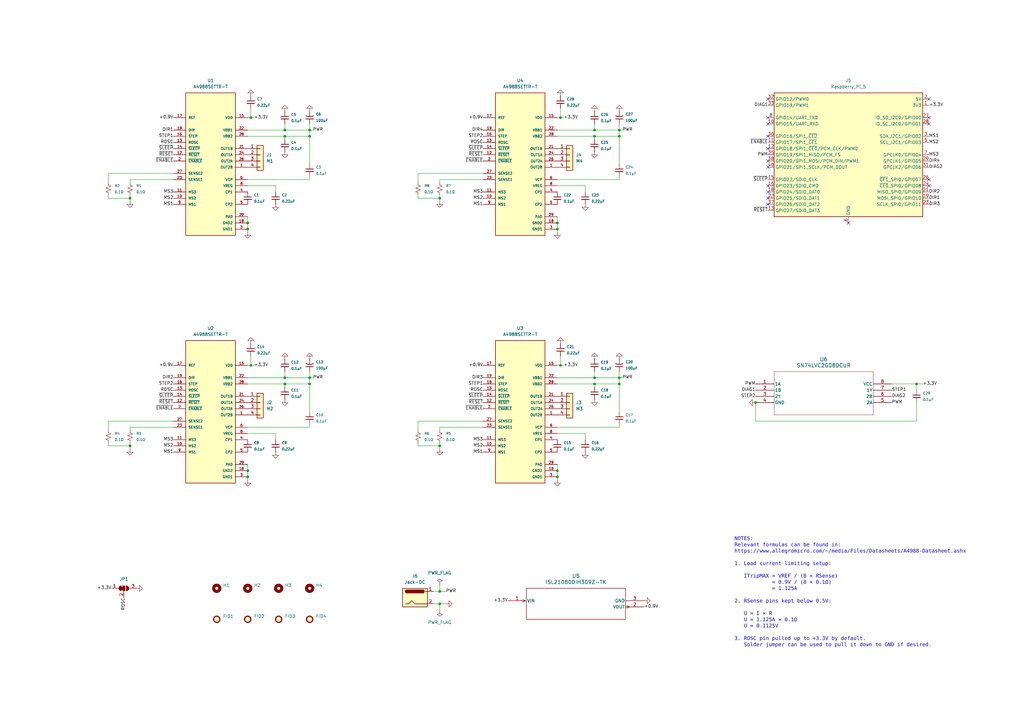
<source format=kicad_sch>
(kicad_sch
	(version 20250114)
	(generator "eeschema")
	(generator_version "9.0")
	(uuid "8e77f414-603e-4d10-94af-6f9674d382ed")
	(paper "A3")
	(title_block
		(title "Quad A4988 Pi5 Hat")
		(rev "2")
	)
	
	(text "NOTES:\nRelevant formulas can be found in:\nhttps://www.allegromicro.com/~/media/Files/Datasheets/A4988-Datasheet.ashx\n\n1. Load current limiting setup:\n\n   ITripMAX = VREF / (8 × RSense)\n            = 0.9V / (8 × 0.1Ω)\n            = 1.125A\n\n2. RSense pins kept below 0.5V:\n\n   U = I × R\n   U = 1.125A × 0.1Ω\n   U = 0.1125V\n\n3. ROSC pin pulled up to +3.3V by default.\n   Solder jumper can be used to pull it down to GND if desired."
		(exclude_from_sim no)
		(at 301.244 265.938 0)
		(effects
			(font
				(face "DejaVu Sans Mono")
				(size 1.524 1.524)
			)
			(justify left bottom)
		)
		(uuid "a8df23ef-c369-40fc-91c2-392e0bc36755")
	)
	(junction
		(at 229.87 48.26)
		(diameter 0)
		(color 0 0 0 0)
		(uuid "036c6b5f-0e36-426f-b447-0a9adc48f60a")
	)
	(junction
		(at 127 154.94)
		(diameter 0)
		(color 0 0 0 0)
		(uuid "0403597d-d8f7-4dfc-ad5b-c3c74bb1b5de")
	)
	(junction
		(at 116.84 55.88)
		(diameter 0)
		(color 0 0 0 0)
		(uuid "0d1e61f6-5672-4fbe-a9ab-90d7d585a36a")
	)
	(junction
		(at 102.87 149.86)
		(diameter 0)
		(color 0 0 0 0)
		(uuid "0d277150-a93d-414e-820c-7d4c8b1d5f23")
	)
	(junction
		(at 180.34 81.28)
		(diameter 0)
		(color 0 0 0 0)
		(uuid "0d80295b-7b26-41b3-93a0-d72c0eb176df")
	)
	(junction
		(at 243.84 154.94)
		(diameter 0)
		(color 0 0 0 0)
		(uuid "19e95dd7-a9ae-4614-86f4-badd17d438f1")
	)
	(junction
		(at 127 157.48)
		(diameter 0)
		(color 0 0 0 0)
		(uuid "1d10fa6b-dd1e-4a25-a415-fa71017cb60e")
	)
	(junction
		(at 101.6 193.04)
		(diameter 0)
		(color 0 0 0 0)
		(uuid "1e4eff24-1de3-4083-8d2c-8489f617103f")
	)
	(junction
		(at 180.34 242.57)
		(diameter 0)
		(color 0 0 0 0)
		(uuid "298c3c03-bb35-4c5d-baed-6c27e8042349")
	)
	(junction
		(at 101.6 195.58)
		(diameter 0)
		(color 0 0 0 0)
		(uuid "2af31af4-1834-4fe7-9a65-a8705f5475d4")
	)
	(junction
		(at 116.84 157.48)
		(diameter 0)
		(color 0 0 0 0)
		(uuid "2c066cf8-3ca9-46b4-8c0d-80efd147e728")
	)
	(junction
		(at 228.6 193.04)
		(diameter 0)
		(color 0 0 0 0)
		(uuid "2dbe8cf7-17ed-45f8-91b8-1cf4666a21c6")
	)
	(junction
		(at 228.6 91.44)
		(diameter 0)
		(color 0 0 0 0)
		(uuid "2ed0555e-c16c-4628-9118-8be6876968d6")
	)
	(junction
		(at 180.34 182.88)
		(diameter 0)
		(color 0 0 0 0)
		(uuid "4234f72e-76a9-435d-a0bf-522f05d89b1c")
	)
	(junction
		(at 309.88 165.1)
		(diameter 0)
		(color 0 0 0 0)
		(uuid "462ae1e4-907f-4ab4-9208-8c54255c36a0")
	)
	(junction
		(at 254 157.48)
		(diameter 0)
		(color 0 0 0 0)
		(uuid "4c78d5a9-4959-4bbd-893a-158406c647a2")
	)
	(junction
		(at 243.84 55.88)
		(diameter 0)
		(color 0 0 0 0)
		(uuid "4df01f2c-9965-4517-9664-a15e67c27817")
	)
	(junction
		(at 127 53.34)
		(diameter 0)
		(color 0 0 0 0)
		(uuid "7819eb55-fc7b-453a-bf7e-0ac8916a1e4a")
	)
	(junction
		(at 228.6 195.58)
		(diameter 0)
		(color 0 0 0 0)
		(uuid "8031223c-80c4-403d-afff-b0cd4da9e7da")
	)
	(junction
		(at 228.6 93.98)
		(diameter 0)
		(color 0 0 0 0)
		(uuid "8eade342-040f-444f-bdce-c008b21d508c")
	)
	(junction
		(at 254 154.94)
		(diameter 0)
		(color 0 0 0 0)
		(uuid "a15c1ced-b00a-46c9-9658-5f06b953eb88")
	)
	(junction
		(at 101.6 93.98)
		(diameter 0)
		(color 0 0 0 0)
		(uuid "acc4df37-ae98-4817-a4c6-753726847160")
	)
	(junction
		(at 243.84 157.48)
		(diameter 0)
		(color 0 0 0 0)
		(uuid "c4519c11-24ff-49f2-a742-7241a60d617e")
	)
	(junction
		(at 101.6 91.44)
		(diameter 0)
		(color 0 0 0 0)
		(uuid "c5ed9058-0d2e-4ca9-8bdc-c70332c9509e")
	)
	(junction
		(at 229.87 149.86)
		(diameter 0)
		(color 0 0 0 0)
		(uuid "c7635207-131f-452d-b954-df0af5d17577")
	)
	(junction
		(at 180.34 247.65)
		(diameter 0)
		(color 0 0 0 0)
		(uuid "c938e56c-ec67-4565-ad2b-cbf0553df51b")
	)
	(junction
		(at 102.87 48.26)
		(diameter 0)
		(color 0 0 0 0)
		(uuid "d2a061ce-d7fd-469b-9a51-69d3044416db")
	)
	(junction
		(at 116.84 154.94)
		(diameter 0)
		(color 0 0 0 0)
		(uuid "e3a6ec68-fdd9-4c86-956c-598000224e69")
	)
	(junction
		(at 127 55.88)
		(diameter 0)
		(color 0 0 0 0)
		(uuid "e84495fb-0ff2-4fa0-ae49-a4e5ecee09cf")
	)
	(junction
		(at 254 53.34)
		(diameter 0)
		(color 0 0 0 0)
		(uuid "eb160eb6-53ef-4447-acbe-c184eb2798fe")
	)
	(junction
		(at 53.34 81.28)
		(diameter 0)
		(color 0 0 0 0)
		(uuid "ecd0dbb6-1bdb-4573-a7d7-c202631457e2")
	)
	(junction
		(at 243.84 53.34)
		(diameter 0)
		(color 0 0 0 0)
		(uuid "ed020a2f-3dc3-4ee9-9ce2-efc0d42178d0")
	)
	(junction
		(at 254 55.88)
		(diameter 0)
		(color 0 0 0 0)
		(uuid "ee6af2d8-c0f3-4a3a-b346-2c559a234445")
	)
	(junction
		(at 53.34 182.88)
		(diameter 0)
		(color 0 0 0 0)
		(uuid "f625bb59-69e7-4fca-8c26-69439627f22b")
	)
	(junction
		(at 375.92 157.48)
		(diameter 0)
		(color 0 0 0 0)
		(uuid "f7981f71-a556-4b4e-a362-3c970183dae4")
	)
	(junction
		(at 116.84 53.34)
		(diameter 0)
		(color 0 0 0 0)
		(uuid "fbb6f15d-8007-48f5-ba17-d1911730698a")
	)
	(no_connect
		(at 314.96 50.8)
		(uuid "258e2a1d-5211-45e6-bfe4-7dd2ded4c473")
	)
	(no_connect
		(at 314.96 48.26)
		(uuid "2f2db794-dc5a-44b4-ac6f-e5f4a57e0975")
	)
	(no_connect
		(at 314.96 66.04)
		(uuid "62ec273f-47d4-4cda-8d39-e0c786b720a6")
	)
	(no_connect
		(at 381 50.8)
		(uuid "680660ed-641e-48fe-90c9-14cd708aa2f7")
	)
	(no_connect
		(at 314.96 76.2)
		(uuid "7f87320d-c787-492d-8dc8-a3c07eaaec0d")
	)
	(no_connect
		(at 314.96 68.58)
		(uuid "9281308f-0b16-4d5e-aaab-6a3fa76fa513")
	)
	(no_connect
		(at 314.96 78.74)
		(uuid "96a973b6-7fdf-441e-a571-48ca004f6491")
	)
	(no_connect
		(at 314.96 40.64)
		(uuid "a10ffaca-9c57-402f-b9b8-84d6c8ce0c7e")
	)
	(no_connect
		(at 381 40.64)
		(uuid "a751a9a8-4a5d-48de-a588-88340a6df06a")
	)
	(no_connect
		(at 314.96 81.28)
		(uuid "b5fe6120-b7be-4179-aefb-65b52a97729b")
	)
	(no_connect
		(at 347.98 91.44)
		(uuid "bff98567-5592-4b32-829b-f1f604ff3013")
	)
	(no_connect
		(at 381 48.26)
		(uuid "c9481066-87b7-4b66-8db3-22bfd091c982")
	)
	(no_connect
		(at 314.96 55.88)
		(uuid "c969ae9c-75dc-4311-b3e7-c8c5bacdcb37")
	)
	(no_connect
		(at 381 73.66)
		(uuid "d5fdc389-3840-4e90-915d-d28e0f022f84")
	)
	(no_connect
		(at 314.96 60.96)
		(uuid "e6ea5ce3-d448-4003-98a4-ae2d4d5139f1")
	)
	(no_connect
		(at 381 76.2)
		(uuid "f3d90dfb-6bbb-4cde-abc4-1c738a439d25")
	)
	(no_connect
		(at 314.96 83.82)
		(uuid "ffa2e876-6acd-4647-8ff6-aa9fb5b06687")
	)
	(wire
		(pts
			(xy 71.12 172.72) (xy 44.45 172.72)
		)
		(stroke
			(width 0)
			(type default)
		)
		(uuid "027ec10d-43b7-4adb-8134-a283c171cc8e")
	)
	(wire
		(pts
			(xy 243.84 53.34) (xy 228.6 53.34)
		)
		(stroke
			(width 0)
			(type default)
		)
		(uuid "03a67df8-1385-4e2e-bc1f-f86ca8d9ab52")
	)
	(wire
		(pts
			(xy 44.45 181.61) (xy 44.45 182.88)
		)
		(stroke
			(width 0)
			(type default)
		)
		(uuid "048610e1-a568-4a60-85d3-e7e99cd12abd")
	)
	(wire
		(pts
			(xy 71.12 175.26) (xy 53.34 175.26)
		)
		(stroke
			(width 0)
			(type default)
		)
		(uuid "04c91353-82c3-45da-921a-78c27689f817")
	)
	(wire
		(pts
			(xy 243.84 152.4) (xy 243.84 154.94)
		)
		(stroke
			(width 0)
			(type default)
		)
		(uuid "05ba9fa4-286b-402c-bbec-2a313cbd3dfb")
	)
	(wire
		(pts
			(xy 243.84 157.48) (xy 243.84 158.75)
		)
		(stroke
			(width 0)
			(type default)
		)
		(uuid "082742d4-346c-4f93-be88-d81c6c5fabbd")
	)
	(wire
		(pts
			(xy 127 173.99) (xy 127 175.26)
		)
		(stroke
			(width 0)
			(type default)
		)
		(uuid "0c9639ef-07e0-4f62-85b2-35ec8f0ffd72")
	)
	(wire
		(pts
			(xy 243.84 157.48) (xy 254 157.48)
		)
		(stroke
			(width 0)
			(type default)
		)
		(uuid "0ef52538-0fda-4424-b791-d6c84ed5a777")
	)
	(wire
		(pts
			(xy 127 53.34) (xy 116.84 53.34)
		)
		(stroke
			(width 0)
			(type default)
		)
		(uuid "106c3ce7-d40f-402b-a86c-9d8917d69666")
	)
	(wire
		(pts
			(xy 101.6 76.2) (xy 113.03 76.2)
		)
		(stroke
			(width 0)
			(type default)
		)
		(uuid "13b5c239-90dd-4757-8d13-71b37a490174")
	)
	(wire
		(pts
			(xy 180.34 250.19) (xy 180.34 247.65)
		)
		(stroke
			(width 0)
			(type default)
		)
		(uuid "14d3260d-19b8-44d8-bb2e-a04a7b47ecf0")
	)
	(wire
		(pts
			(xy 101.6 195.58) (xy 101.6 196.85)
		)
		(stroke
			(width 0)
			(type default)
		)
		(uuid "19e9b981-d52e-4e45-9d52-614ddd694c85")
	)
	(wire
		(pts
			(xy 101.6 177.8) (xy 113.03 177.8)
		)
		(stroke
			(width 0)
			(type default)
		)
		(uuid "1bfd4e00-74ff-4c31-b936-fbfc822dd18d")
	)
	(wire
		(pts
			(xy 116.84 157.48) (xy 127 157.48)
		)
		(stroke
			(width 0)
			(type default)
		)
		(uuid "1e0d9e2d-83d9-4326-9a2b-7aea12f50c24")
	)
	(wire
		(pts
			(xy 53.34 81.28) (xy 53.34 82.55)
		)
		(stroke
			(width 0)
			(type default)
		)
		(uuid "1e11c34e-d7d9-4fec-bb53-81bf8b1486af")
	)
	(wire
		(pts
			(xy 182.88 247.65) (xy 180.34 247.65)
		)
		(stroke
			(width 0)
			(type default)
		)
		(uuid "1ec834ca-f066-4f95-98a1-b945f12cdfc1")
	)
	(wire
		(pts
			(xy 171.45 81.28) (xy 180.34 81.28)
		)
		(stroke
			(width 0)
			(type default)
		)
		(uuid "1f8d1dde-1105-4ddb-8ad8-4c1e5590c1f2")
	)
	(wire
		(pts
			(xy 228.6 190.5) (xy 228.6 193.04)
		)
		(stroke
			(width 0)
			(type default)
		)
		(uuid "23bc024f-7fe3-4381-b0ba-a4e63800df07")
	)
	(wire
		(pts
			(xy 180.34 80.01) (xy 180.34 81.28)
		)
		(stroke
			(width 0)
			(type default)
		)
		(uuid "255c11d3-adc7-497a-8ce7-fbf12fb943ef")
	)
	(wire
		(pts
			(xy 228.6 48.26) (xy 229.87 48.26)
		)
		(stroke
			(width 0)
			(type default)
		)
		(uuid "25c377f5-0b3f-49b0-900c-2c2ea1dad9ba")
	)
	(wire
		(pts
			(xy 127 157.48) (xy 127 154.94)
		)
		(stroke
			(width 0)
			(type default)
		)
		(uuid "2c0b2a0e-ae31-4674-b41e-a28dcde071b0")
	)
	(wire
		(pts
			(xy 254 157.48) (xy 254 154.94)
		)
		(stroke
			(width 0)
			(type default)
		)
		(uuid "2f3793ef-a095-4dba-aac3-c498873167b0")
	)
	(wire
		(pts
			(xy 254 154.94) (xy 255.27 154.94)
		)
		(stroke
			(width 0)
			(type default)
		)
		(uuid "2fac3fda-0dbb-4ac1-a10f-3c6f108d6b4a")
	)
	(wire
		(pts
			(xy 44.45 80.01) (xy 44.45 81.28)
		)
		(stroke
			(width 0)
			(type default)
		)
		(uuid "320ed6b8-a5f3-4f0e-8de0-23d3d30c3490")
	)
	(wire
		(pts
			(xy 101.6 55.88) (xy 116.84 55.88)
		)
		(stroke
			(width 0)
			(type default)
		)
		(uuid "33207636-2193-45af-8a3c-f3788dbaa5be")
	)
	(wire
		(pts
			(xy 53.34 181.61) (xy 53.34 182.88)
		)
		(stroke
			(width 0)
			(type default)
		)
		(uuid "344a6e9d-a50a-4a89-a344-be84405098e8")
	)
	(wire
		(pts
			(xy 228.6 177.8) (xy 240.03 177.8)
		)
		(stroke
			(width 0)
			(type default)
		)
		(uuid "35ce94d7-7540-40f3-8fb7-423539b31f88")
	)
	(wire
		(pts
			(xy 127 154.94) (xy 116.84 154.94)
		)
		(stroke
			(width 0)
			(type default)
		)
		(uuid "37d0d92d-727e-463a-99e3-d878fa45f15d")
	)
	(wire
		(pts
			(xy 101.6 93.98) (xy 101.6 95.25)
		)
		(stroke
			(width 0)
			(type default)
		)
		(uuid "407f540c-87a3-4e58-ba2f-f575e0aa8c67")
	)
	(wire
		(pts
			(xy 309.88 165.1) (xy 309.88 172.72)
		)
		(stroke
			(width 0)
			(type default)
		)
		(uuid "445ec6d8-8338-4238-9953-515a8dac8273")
	)
	(wire
		(pts
			(xy 127 152.4) (xy 127 154.94)
		)
		(stroke
			(width 0)
			(type default)
		)
		(uuid "4b4c5cfd-6049-447f-b5b6-7d217fa851c0")
	)
	(wire
		(pts
			(xy 198.12 71.12) (xy 171.45 71.12)
		)
		(stroke
			(width 0)
			(type default)
		)
		(uuid "4ce20b40-000f-4ae2-a643-55f615a81d45")
	)
	(wire
		(pts
			(xy 101.6 48.26) (xy 102.87 48.26)
		)
		(stroke
			(width 0)
			(type default)
		)
		(uuid "549ae493-f914-4682-99df-552ac8348a42")
	)
	(wire
		(pts
			(xy 228.6 193.04) (xy 228.6 195.58)
		)
		(stroke
			(width 0)
			(type default)
		)
		(uuid "577ae8e8-d8d1-45f5-9ddc-7c71f1598073")
	)
	(wire
		(pts
			(xy 240.03 76.2) (xy 240.03 78.74)
		)
		(stroke
			(width 0)
			(type default)
		)
		(uuid "5a19fcdf-1a84-4fb3-89e4-5572a41d9323")
	)
	(wire
		(pts
			(xy 198.12 73.66) (xy 180.34 73.66)
		)
		(stroke
			(width 0)
			(type default)
		)
		(uuid "5f79fc9d-1d93-4435-a9fe-33db13b32f23")
	)
	(wire
		(pts
			(xy 228.6 93.98) (xy 228.6 95.25)
		)
		(stroke
			(width 0)
			(type default)
		)
		(uuid "5fde2bf4-1880-426c-b12d-761f21a61010")
	)
	(wire
		(pts
			(xy 254 53.34) (xy 243.84 53.34)
		)
		(stroke
			(width 0)
			(type default)
		)
		(uuid "63391ce9-4f47-4564-aee4-92b4bbd8a156")
	)
	(wire
		(pts
			(xy 229.87 48.26) (xy 231.14 48.26)
		)
		(stroke
			(width 0)
			(type default)
		)
		(uuid "648e4925-d675-4ad1-b1be-381c7c7e4864")
	)
	(wire
		(pts
			(xy 254 173.99) (xy 254 175.26)
		)
		(stroke
			(width 0)
			(type default)
		)
		(uuid "65ce988a-12bb-4846-9801-92f60f188afc")
	)
	(wire
		(pts
			(xy 198.12 175.26) (xy 180.34 175.26)
		)
		(stroke
			(width 0)
			(type default)
		)
		(uuid "6791c7a2-b178-4789-9c60-2b14ee638957")
	)
	(wire
		(pts
			(xy 171.45 181.61) (xy 171.45 182.88)
		)
		(stroke
			(width 0)
			(type default)
		)
		(uuid "67e2e408-c671-46e3-893f-85a742830db2")
	)
	(wire
		(pts
			(xy 180.34 175.26) (xy 180.34 176.53)
		)
		(stroke
			(width 0)
			(type default)
		)
		(uuid "682d955c-e69a-48fb-b9a1-439b6cf0b572")
	)
	(wire
		(pts
			(xy 101.6 88.9) (xy 101.6 91.44)
		)
		(stroke
			(width 0)
			(type default)
		)
		(uuid "6a0afa34-4677-497b-a478-baca0c56571a")
	)
	(wire
		(pts
			(xy 375.92 157.48) (xy 378.46 157.48)
		)
		(stroke
			(width 0)
			(type default)
		)
		(uuid "6b0cec73-1db3-41d2-a471-4f8ee38ccfd8")
	)
	(wire
		(pts
			(xy 180.34 81.28) (xy 180.34 82.55)
		)
		(stroke
			(width 0)
			(type default)
		)
		(uuid "6e912f2e-1abb-4c5b-82a9-bfe9f38381db")
	)
	(wire
		(pts
			(xy 309.88 172.72) (xy 375.92 172.72)
		)
		(stroke
			(width 0)
			(type default)
		)
		(uuid "6f2dc1a9-6d47-4888-9d71-ec6b572dd629")
	)
	(wire
		(pts
			(xy 375.92 160.02) (xy 375.92 157.48)
		)
		(stroke
			(width 0)
			(type default)
		)
		(uuid "7258415f-6a2b-4903-9008-9717436f0eaa")
	)
	(wire
		(pts
			(xy 101.6 190.5) (xy 101.6 193.04)
		)
		(stroke
			(width 0)
			(type default)
		)
		(uuid "759360b1-0ff8-40ec-a2de-4c25e93374e1")
	)
	(wire
		(pts
			(xy 44.45 71.12) (xy 44.45 74.93)
		)
		(stroke
			(width 0)
			(type default)
		)
		(uuid "7641ef34-108e-4d68-9315-b97e21b5569c")
	)
	(wire
		(pts
			(xy 228.6 91.44) (xy 228.6 93.98)
		)
		(stroke
			(width 0)
			(type default)
		)
		(uuid "789777c6-4d9a-486a-bfd7-6d3702cade46")
	)
	(wire
		(pts
			(xy 228.6 175.26) (xy 254 175.26)
		)
		(stroke
			(width 0)
			(type default)
		)
		(uuid "789ec712-1fa1-4e6d-94f1-b19d4f99938b")
	)
	(wire
		(pts
			(xy 102.87 149.86) (xy 104.14 149.86)
		)
		(stroke
			(width 0)
			(type default)
		)
		(uuid "795889d9-2edb-488c-81d5-4bb054312515")
	)
	(wire
		(pts
			(xy 229.87 44.45) (xy 229.87 48.26)
		)
		(stroke
			(width 0)
			(type default)
		)
		(uuid "80d7cd58-c09d-47ae-aba7-b375b208164f")
	)
	(wire
		(pts
			(xy 229.87 146.05) (xy 229.87 149.86)
		)
		(stroke
			(width 0)
			(type default)
		)
		(uuid "833c9b03-e4cf-4b4b-affc-7f31469d6fab")
	)
	(wire
		(pts
			(xy 116.84 154.94) (xy 101.6 154.94)
		)
		(stroke
			(width 0)
			(type default)
		)
		(uuid "86f336fd-0120-4935-9613-3f3e98d8e7f7")
	)
	(wire
		(pts
			(xy 116.84 53.34) (xy 101.6 53.34)
		)
		(stroke
			(width 0)
			(type default)
		)
		(uuid "874482c4-84fb-45de-a26c-84ad56f845fe")
	)
	(wire
		(pts
			(xy 53.34 175.26) (xy 53.34 176.53)
		)
		(stroke
			(width 0)
			(type default)
		)
		(uuid "888e5d5f-bd28-4de0-be5b-e3e6dc3eecb9")
	)
	(wire
		(pts
			(xy 101.6 149.86) (xy 102.87 149.86)
		)
		(stroke
			(width 0)
			(type default)
		)
		(uuid "88d4f56e-fbc3-4605-aeea-572f616ed16a")
	)
	(wire
		(pts
			(xy 228.6 76.2) (xy 240.03 76.2)
		)
		(stroke
			(width 0)
			(type default)
		)
		(uuid "8d0d7ad7-1088-49a5-97e1-dc9dd1d49af3")
	)
	(wire
		(pts
			(xy 228.6 73.66) (xy 254 73.66)
		)
		(stroke
			(width 0)
			(type default)
		)
		(uuid "907e5bcc-6d21-4378-99b9-5e1c7d7638ff")
	)
	(wire
		(pts
			(xy 182.88 242.57) (xy 180.34 242.57)
		)
		(stroke
			(width 0)
			(type default)
		)
		(uuid "93642cbb-80c8-47bf-b3de-3bd803ec3784")
	)
	(wire
		(pts
			(xy 116.84 157.48) (xy 116.84 158.75)
		)
		(stroke
			(width 0)
			(type default)
		)
		(uuid "936c11c9-991e-45e7-b1dd-169acfacbeb2")
	)
	(wire
		(pts
			(xy 171.45 172.72) (xy 171.45 176.53)
		)
		(stroke
			(width 0)
			(type default)
		)
		(uuid "98d57562-384c-4f93-ab39-a2c1116b468a")
	)
	(wire
		(pts
			(xy 102.87 146.05) (xy 102.87 149.86)
		)
		(stroke
			(width 0)
			(type default)
		)
		(uuid "9bbf1a28-62e9-4871-be04-47c766e8091e")
	)
	(wire
		(pts
			(xy 171.45 182.88) (xy 180.34 182.88)
		)
		(stroke
			(width 0)
			(type default)
		)
		(uuid "9bc71527-2838-403f-9e62-842b1caf1394")
	)
	(wire
		(pts
			(xy 365.76 157.48) (xy 375.92 157.48)
		)
		(stroke
			(width 0)
			(type default)
		)
		(uuid "9f02af1e-d9c2-4348-876e-1e2d6fc268de")
	)
	(wire
		(pts
			(xy 44.45 172.72) (xy 44.45 176.53)
		)
		(stroke
			(width 0)
			(type default)
		)
		(uuid "9f7dbff8-ef54-4331-989b-b3de4eb523a0")
	)
	(wire
		(pts
			(xy 254 157.48) (xy 254 168.91)
		)
		(stroke
			(width 0)
			(type default)
		)
		(uuid "9f81b587-3c1f-4e6d-afa3-802f59a44193")
	)
	(wire
		(pts
			(xy 44.45 182.88) (xy 53.34 182.88)
		)
		(stroke
			(width 0)
			(type default)
		)
		(uuid "a18beb9e-b154-4a1e-ab65-64dd1082e977")
	)
	(wire
		(pts
			(xy 127 157.48) (xy 127 168.91)
		)
		(stroke
			(width 0)
			(type default)
		)
		(uuid "a1da5139-044b-4333-a7e7-bdca4dbdf5ab")
	)
	(wire
		(pts
			(xy 102.87 44.45) (xy 102.87 48.26)
		)
		(stroke
			(width 0)
			(type default)
		)
		(uuid "a2a61b8a-1d43-4470-b888-0092d79f67a3")
	)
	(wire
		(pts
			(xy 101.6 91.44) (xy 101.6 93.98)
		)
		(stroke
			(width 0)
			(type default)
		)
		(uuid "a311b3f2-4a98-4cad-b483-c69cd0a26f61")
	)
	(wire
		(pts
			(xy 375.92 172.72) (xy 375.92 165.1)
		)
		(stroke
			(width 0)
			(type default)
		)
		(uuid "a411a1f9-9db0-4c62-aeee-19e9f7171735")
	)
	(wire
		(pts
			(xy 102.87 48.26) (xy 104.14 48.26)
		)
		(stroke
			(width 0)
			(type default)
		)
		(uuid "a48cfa6e-5bea-47ae-8eb3-b50a3f54b37e")
	)
	(wire
		(pts
			(xy 198.12 172.72) (xy 171.45 172.72)
		)
		(stroke
			(width 0)
			(type default)
		)
		(uuid "a780c5f5-f57f-4ef9-bdcb-48c3ba1d0797")
	)
	(wire
		(pts
			(xy 254 53.34) (xy 255.27 53.34)
		)
		(stroke
			(width 0)
			(type default)
		)
		(uuid "a9a48fa4-da7d-4ae7-8d5c-792886877b5b")
	)
	(wire
		(pts
			(xy 228.6 149.86) (xy 229.87 149.86)
		)
		(stroke
			(width 0)
			(type default)
		)
		(uuid "ab43a17e-aeeb-45de-826b-c30ea39473af")
	)
	(wire
		(pts
			(xy 228.6 88.9) (xy 228.6 91.44)
		)
		(stroke
			(width 0)
			(type default)
		)
		(uuid "ab4cd951-fc0c-4b0f-aec3-496ea8ff576e")
	)
	(wire
		(pts
			(xy 180.34 247.65) (xy 177.8 247.65)
		)
		(stroke
			(width 0)
			(type default)
		)
		(uuid "ac0059a5-5729-4d1e-9be0-7f4b58ff92b2")
	)
	(wire
		(pts
			(xy 53.34 182.88) (xy 53.34 184.15)
		)
		(stroke
			(width 0)
			(type default)
		)
		(uuid "acb48800-1354-4c29-97e6-10f98128ad64")
	)
	(wire
		(pts
			(xy 228.6 157.48) (xy 243.84 157.48)
		)
		(stroke
			(width 0)
			(type default)
		)
		(uuid "ad93bcf5-28e2-4e90-be29-37a800d78a31")
	)
	(wire
		(pts
			(xy 243.84 50.8) (xy 243.84 53.34)
		)
		(stroke
			(width 0)
			(type default)
		)
		(uuid "ae8ab2f5-dea2-4630-9397-cd9d6fe02d18")
	)
	(wire
		(pts
			(xy 71.12 71.12) (xy 44.45 71.12)
		)
		(stroke
			(width 0)
			(type default)
		)
		(uuid "b05e2589-e6b2-4ed7-aa69-6a47268bb0b9")
	)
	(wire
		(pts
			(xy 116.84 55.88) (xy 127 55.88)
		)
		(stroke
			(width 0)
			(type default)
		)
		(uuid "b1e4e5b0-e21d-4de5-9008-8d618f7cd4d2")
	)
	(wire
		(pts
			(xy 44.45 81.28) (xy 53.34 81.28)
		)
		(stroke
			(width 0)
			(type default)
		)
		(uuid "b24c8eb9-7c7b-4cef-8141-eddbc66cd7d5")
	)
	(wire
		(pts
			(xy 171.45 71.12) (xy 171.45 74.93)
		)
		(stroke
			(width 0)
			(type default)
		)
		(uuid "babd2c8d-b69d-4557-aa0e-5f428dee4f06")
	)
	(wire
		(pts
			(xy 254 55.88) (xy 254 67.31)
		)
		(stroke
			(width 0)
			(type default)
		)
		(uuid "bc6cf97d-c6b3-4a8f-b6e6-9fc77ba2fb45")
	)
	(wire
		(pts
			(xy 71.12 73.66) (xy 53.34 73.66)
		)
		(stroke
			(width 0)
			(type default)
		)
		(uuid "bd567720-986c-41f0-9efe-925be6727bf4")
	)
	(wire
		(pts
			(xy 254 152.4) (xy 254 154.94)
		)
		(stroke
			(width 0)
			(type default)
		)
		(uuid "c054369f-7f01-4566-8ba3-69302862d6e8")
	)
	(wire
		(pts
			(xy 180.34 240.03) (xy 180.34 242.57)
		)
		(stroke
			(width 0)
			(type default)
		)
		(uuid "c141bef1-5bbc-4ec6-bd5d-b9a880b0fcb6")
	)
	(wire
		(pts
			(xy 116.84 50.8) (xy 116.84 53.34)
		)
		(stroke
			(width 0)
			(type default)
		)
		(uuid "c5380457-f62c-4280-be18-54cf4ca03989")
	)
	(wire
		(pts
			(xy 228.6 195.58) (xy 228.6 196.85)
		)
		(stroke
			(width 0)
			(type default)
		)
		(uuid "c79f8636-8460-4d0c-b695-d016c73d3150")
	)
	(wire
		(pts
			(xy 127 50.8) (xy 127 53.34)
		)
		(stroke
			(width 0)
			(type default)
		)
		(uuid "cac722bb-1765-44e4-9c96-89ab480d1f5f")
	)
	(wire
		(pts
			(xy 101.6 175.26) (xy 127 175.26)
		)
		(stroke
			(width 0)
			(type default)
		)
		(uuid "cbe701c1-4772-4760-93ed-c414ce14df91")
	)
	(wire
		(pts
			(xy 243.84 55.88) (xy 254 55.88)
		)
		(stroke
			(width 0)
			(type default)
		)
		(uuid "cd4c6b28-9f9d-4f57-b95e-88ea3ae98019")
	)
	(wire
		(pts
			(xy 254 50.8) (xy 254 53.34)
		)
		(stroke
			(width 0)
			(type default)
		)
		(uuid "cdcf9983-7246-43c9-a1a5-bdcf596d3564")
	)
	(wire
		(pts
			(xy 243.84 55.88) (xy 243.84 57.15)
		)
		(stroke
			(width 0)
			(type default)
		)
		(uuid "ce011022-a147-4096-a093-0fbb3074b8d4")
	)
	(wire
		(pts
			(xy 254 55.88) (xy 254 53.34)
		)
		(stroke
			(width 0)
			(type default)
		)
		(uuid "ce48eb80-800b-4a8c-a214-a304c7bfa76e")
	)
	(wire
		(pts
			(xy 127 55.88) (xy 127 67.31)
		)
		(stroke
			(width 0)
			(type default)
		)
		(uuid "ce69d4dc-fe94-4e18-aae4-83246744ace7")
	)
	(wire
		(pts
			(xy 180.34 242.57) (xy 177.8 242.57)
		)
		(stroke
			(width 0)
			(type default)
		)
		(uuid "d0f2e49d-6450-4c7b-ade4-45a826b2f939")
	)
	(wire
		(pts
			(xy 171.45 80.01) (xy 171.45 81.28)
		)
		(stroke
			(width 0)
			(type default)
		)
		(uuid "d361e18c-95a5-4f0e-8e95-540c85a4ca5a")
	)
	(wire
		(pts
			(xy 254 72.39) (xy 254 73.66)
		)
		(stroke
			(width 0)
			(type default)
		)
		(uuid "d4a01305-f460-4c80-9055-36a6e8514d93")
	)
	(wire
		(pts
			(xy 101.6 157.48) (xy 116.84 157.48)
		)
		(stroke
			(width 0)
			(type default)
		)
		(uuid "d6c3a679-18bb-4a24-b6ca-ed646f1e365f")
	)
	(wire
		(pts
			(xy 127 154.94) (xy 128.27 154.94)
		)
		(stroke
			(width 0)
			(type default)
		)
		(uuid "d856063c-a3ef-40b8-a07d-f9eac43df699")
	)
	(wire
		(pts
			(xy 116.84 152.4) (xy 116.84 154.94)
		)
		(stroke
			(width 0)
			(type default)
		)
		(uuid "dfe94b3b-e5d5-4f16-8ee5-6d3e91c58508")
	)
	(wire
		(pts
			(xy 180.34 181.61) (xy 180.34 182.88)
		)
		(stroke
			(width 0)
			(type default)
		)
		(uuid "e0f1cf54-bbba-4552-910d-385b120f78d9")
	)
	(wire
		(pts
			(xy 53.34 80.01) (xy 53.34 81.28)
		)
		(stroke
			(width 0)
			(type default)
		)
		(uuid "e21b44bb-89c0-4d32-8681-0f1cdeff473a")
	)
	(wire
		(pts
			(xy 240.03 177.8) (xy 240.03 180.34)
		)
		(stroke
			(width 0)
			(type default)
		)
		(uuid "e45ae2d4-2876-4af3-9911-305f9a15c3d8")
	)
	(wire
		(pts
			(xy 180.34 182.88) (xy 180.34 184.15)
		)
		(stroke
			(width 0)
			(type default)
		)
		(uuid "e4f4e9a5-c9b0-435d-8df2-9c5cee2bbf97")
	)
	(wire
		(pts
			(xy 243.84 154.94) (xy 228.6 154.94)
		)
		(stroke
			(width 0)
			(type default)
		)
		(uuid "e52385ae-c602-4dbe-bccc-bf3f26b3263c")
	)
	(wire
		(pts
			(xy 254 154.94) (xy 243.84 154.94)
		)
		(stroke
			(width 0)
			(type default)
		)
		(uuid "eb8dffc4-f6c1-4684-a0e4-e8f35914d59c")
	)
	(wire
		(pts
			(xy 113.03 76.2) (xy 113.03 78.74)
		)
		(stroke
			(width 0)
			(type default)
		)
		(uuid "ec201f85-9209-4c93-9729-661ebae6428d")
	)
	(wire
		(pts
			(xy 127 72.39) (xy 127 73.66)
		)
		(stroke
			(width 0)
			(type default)
		)
		(uuid "f13d153d-1e07-43a5-b2a7-f0ed95b8a28b")
	)
	(wire
		(pts
			(xy 101.6 73.66) (xy 127 73.66)
		)
		(stroke
			(width 0)
			(type default)
		)
		(uuid "f2c76dae-ed87-44ad-a5d7-e3c23b102355")
	)
	(wire
		(pts
			(xy 228.6 55.88) (xy 243.84 55.88)
		)
		(stroke
			(width 0)
			(type default)
		)
		(uuid "f5ea6e38-a944-4466-a497-25aba9d47143")
	)
	(wire
		(pts
			(xy 116.84 55.88) (xy 116.84 57.15)
		)
		(stroke
			(width 0)
			(type default)
		)
		(uuid "f6d80558-8ceb-435a-9b3d-d2c76bec95f9")
	)
	(wire
		(pts
			(xy 180.34 73.66) (xy 180.34 74.93)
		)
		(stroke
			(width 0)
			(type default)
		)
		(uuid "f70d870d-45bb-476e-87b3-5683883b90aa")
	)
	(wire
		(pts
			(xy 229.87 149.86) (xy 231.14 149.86)
		)
		(stroke
			(width 0)
			(type default)
		)
		(uuid "f8726320-9e79-4318-bac8-a8e82321d956")
	)
	(wire
		(pts
			(xy 101.6 193.04) (xy 101.6 195.58)
		)
		(stroke
			(width 0)
			(type default)
		)
		(uuid "fb4fecef-57a0-41fc-a90a-c199c3f6ed9a")
	)
	(wire
		(pts
			(xy 113.03 177.8) (xy 113.03 180.34)
		)
		(stroke
			(width 0)
			(type default)
		)
		(uuid "fd876ed8-2d6d-4f3f-9872-f1fb288521b0")
	)
	(wire
		(pts
			(xy 53.34 73.66) (xy 53.34 74.93)
		)
		(stroke
			(width 0)
			(type default)
		)
		(uuid "fd9e1795-b760-4335-939a-244eec6c3862")
	)
	(wire
		(pts
			(xy 127 55.88) (xy 127 53.34)
		)
		(stroke
			(width 0)
			(type default)
		)
		(uuid "fe84b02f-ea85-47a9-9f2c-982942bc1466")
	)
	(wire
		(pts
			(xy 127 53.34) (xy 128.27 53.34)
		)
		(stroke
			(width 0)
			(type default)
		)
		(uuid "ffc9bdd4-8271-48e0-9265-6b69e026282c")
	)
	(label "DIAG1"
		(at 314.96 43.18 180)
		(effects
			(font
				(size 1.27 1.27)
			)
			(justify right)
		)
		(uuid "02bd06ec-842d-478d-a4bf-1634338ff1a5")
	)
	(label "~{RESET}"
		(at 71.12 165.1 180)
		(effects
			(font
				(size 1.27 1.27)
			)
			(justify right)
		)
		(uuid "057bce30-43ea-4a57-b74e-d00d070c96e9")
	)
	(label "+3.3V"
		(at 381 43.18 0)
		(effects
			(font
				(size 1.27 1.27)
			)
			(justify left)
		)
		(uuid "06d82b16-090e-4105-85a1-62423b1f0f54")
	)
	(label "MS1"
		(at 71.12 83.82 180)
		(effects
			(font
				(size 1.27 1.27)
			)
			(justify right)
		)
		(uuid "1068ba50-e80f-4af2-8e79-8eb4aeb02cc9")
	)
	(label "~{SLEEP}"
		(at 198.12 162.56 180)
		(effects
			(font
				(size 1.27 1.27)
			)
			(justify right)
		)
		(uuid "110ea2cf-367e-4b4c-8533-6428153795d5")
	)
	(label "PWR"
		(at 255.27 53.34 0)
		(effects
			(font
				(size 1.27 1.27)
			)
			(justify left)
		)
		(uuid "1117f389-8c38-4d85-8bac-0c5ad2b1b4f8")
	)
	(label "MS2"
		(at 71.12 81.28 180)
		(effects
			(font
				(size 1.27 1.27)
			)
			(justify right)
		)
		(uuid "11991696-0ad3-4428-be5f-d85378143805")
	)
	(label "MS3"
		(at 381 63.5 0)
		(effects
			(font
				(size 1.27 1.27)
			)
			(justify left)
		)
		(uuid "138c997d-d240-488b-930f-dd4ec576eb6c")
	)
	(label "MS1"
		(at 71.12 185.42 180)
		(effects
			(font
				(size 1.27 1.27)
			)
			(justify right)
		)
		(uuid "1864b80c-adc3-4c7e-95f6-58cc59f75f22")
	)
	(label "~{SLEEP}"
		(at 71.12 162.56 180)
		(effects
			(font
				(size 1.27 1.27)
			)
			(justify right)
		)
		(uuid "1e28bc12-9626-417f-99bf-49e00ca29a9b")
	)
	(label "DIR1"
		(at 71.12 53.34 180)
		(effects
			(font
				(size 1.27 1.27)
			)
			(justify right)
		)
		(uuid "1f006122-28a6-4c03-bbae-784e3ad50229")
	)
	(label "MS1"
		(at 381 55.88 0)
		(effects
			(font
				(size 1.27 1.27)
			)
			(justify left)
		)
		(uuid "1f3e61cb-7dbf-4651-82ef-20e8a9dd7153")
	)
	(label "STEP1"
		(at 365.76 160.02 0)
		(effects
			(font
				(size 1.27 1.27)
			)
			(justify left)
		)
		(uuid "215873e9-cfb4-486b-b927-7507d90630e6")
	)
	(label "MS1"
		(at 198.12 83.82 180)
		(effects
			(font
				(size 1.27 1.27)
			)
			(justify right)
		)
		(uuid "254e6b73-e783-4a79-980b-3f00219d3d89")
	)
	(label "+3.3V"
		(at 231.14 48.26 0)
		(effects
			(font
				(size 1.27 1.27)
			)
			(justify left)
		)
		(uuid "2e08e923-7430-40e9-81d0-371152af2cf9")
	)
	(label "+0.9V"
		(at 198.12 48.26 180)
		(effects
			(font
				(size 1.27 1.27)
			)
			(justify right)
		)
		(uuid "33c248ba-26a6-4348-a3a1-622367922540")
	)
	(label "DIR4"
		(at 198.12 53.34 180)
		(effects
			(font
				(size 1.27 1.27)
			)
			(justify right)
		)
		(uuid "372445cb-e64a-4d2f-a44d-7dd925d17b43")
	)
	(label "PWM"
		(at 314.96 63.5 180)
		(effects
			(font
				(size 1.27 1.27)
			)
			(justify right)
		)
		(uuid "39655f52-18c8-4e34-91ca-565c2b97555e")
	)
	(label "+3.3V"
		(at 104.14 48.26 0)
		(effects
			(font
				(size 1.27 1.27)
			)
			(justify left)
		)
		(uuid "39fdcda0-2dc2-4c8c-9ebf-83754927b5b5")
	)
	(label "MS1"
		(at 198.12 185.42 180)
		(effects
			(font
				(size 1.27 1.27)
			)
			(justify right)
		)
		(uuid "3c477763-b529-45fe-b3aa-5d1159629d10")
	)
	(label "~{RESET}"
		(at 314.96 86.36 180)
		(effects
			(font
				(size 1.27 1.27)
			)
			(justify right)
		)
		(uuid "413c8387-86f5-416f-bf4b-7c15fa61da5a")
	)
	(label "~{ENABLE}"
		(at 198.12 66.04 180)
		(effects
			(font
				(size 1.27 1.27)
			)
			(justify right)
		)
		(uuid "43928993-8a3f-413d-b5d4-c5768699e0e5")
	)
	(label "ROSC"
		(at 198.12 58.42 180)
		(effects
			(font
				(size 1.27 1.27)
			)
			(justify right)
		)
		(uuid "48714266-c68f-4883-a80a-834a7b90ef81")
	)
	(label "~{RESET}"
		(at 198.12 165.1 180)
		(effects
			(font
				(size 1.27 1.27)
			)
			(justify right)
		)
		(uuid "4e659e9b-bfb2-4c8e-9403-e50cb15747c3")
	)
	(label "STEP2"
		(at 198.12 55.88 180)
		(effects
			(font
				(size 1.27 1.27)
			)
			(justify right)
		)
		(uuid "559c1a04-2bc0-4d3f-b7c9-cac247043f61")
	)
	(label "ROSC"
		(at 50.8 245.11 270)
		(effects
			(font
				(size 1.27 1.27)
			)
			(justify right)
		)
		(uuid "6264b3f0-cb8e-417b-b29c-923969bb6254")
	)
	(label "PWR"
		(at 128.27 154.94 0)
		(effects
			(font
				(size 1.27 1.27)
			)
			(justify left)
		)
		(uuid "66d4ac2f-8335-43fb-97c8-91fa896ed9a9")
	)
	(label "+3.3V"
		(at 104.14 149.86 0)
		(effects
			(font
				(size 1.27 1.27)
			)
			(justify left)
		)
		(uuid "67fbe5ee-55d0-4681-b2a1-1181c8483dc6")
	)
	(label "~{SLEEP}"
		(at 198.12 60.96 180)
		(effects
			(font
				(size 1.27 1.27)
			)
			(justify right)
		)
		(uuid "69478bec-58c8-4009-bc87-830b0c10b1b0")
	)
	(label "DIAG2"
		(at 381 68.58 0)
		(effects
			(font
				(size 1.27 1.27)
			)
			(justify left)
		)
		(uuid "6d30438a-36e4-4fed-84f3-14cbcb154325")
	)
	(label "DIR2"
		(at 381 78.74 0)
		(effects
			(font
				(size 1.27 1.27)
			)
			(justify left)
		)
		(uuid "6f18bfbf-4981-4a3e-8a9f-bc4956dc768e")
	)
	(label "MS2"
		(at 198.12 182.88 180)
		(effects
			(font
				(size 1.27 1.27)
			)
			(justify right)
		)
		(uuid "6ff6a4ec-5c69-4386-b3e0-98f703dfdea4")
	)
	(label "ROSC"
		(at 198.12 160.02 180)
		(effects
			(font
				(size 1.27 1.27)
			)
			(justify right)
		)
		(uuid "70874434-4257-4bc6-ba87-83a281d3d48a")
	)
	(label "~{ENABLE}"
		(at 71.12 66.04 180)
		(effects
			(font
				(size 1.27 1.27)
			)
			(justify right)
		)
		(uuid "74efd809-0549-40cc-8436-02300cb261b4")
	)
	(label "PWM"
		(at 365.76 165.1 0)
		(effects
			(font
				(size 1.27 1.27)
			)
			(justify left)
		)
		(uuid "7c85b5b0-1030-462f-944a-00d64e0fd40c")
	)
	(label "PWR"
		(at 182.88 242.57 0)
		(effects
			(font
				(size 1.27 1.27)
			)
			(justify left)
		)
		(uuid "7fc233ea-7e80-4fb5-8553-36aba257d312")
	)
	(label "~{ENABLE}"
		(at 198.12 167.64 180)
		(effects
			(font
				(size 1.27 1.27)
			)
			(justify right)
		)
		(uuid "8581a2fc-5b43-4e43-9695-c693b97065b1")
	)
	(label "MS2"
		(at 198.12 81.28 180)
		(effects
			(font
				(size 1.27 1.27)
			)
			(justify right)
		)
		(uuid "87ad0e53-477d-4d03-b7a0-a5cbad3acdd1")
	)
	(label "STEP1"
		(at 71.12 55.88 180)
		(effects
			(font
				(size 1.27 1.27)
			)
			(justify right)
		)
		(uuid "8aecc10a-f4ac-4347-9240-aa01a4a4bb03")
	)
	(label "DIAG2"
		(at 365.76 162.56 0)
		(effects
			(font
				(size 1.27 1.27)
			)
			(justify left)
		)
		(uuid "8b7c4f6c-c83f-42ad-9ad4-74c2f518dbc7")
	)
	(label "DIR4"
		(at 381 66.04 0)
		(effects
			(font
				(size 1.27 1.27)
			)
			(justify left)
		)
		(uuid "94de3649-cb4a-422f-b120-08d10f271952")
	)
	(label "PWM"
		(at 309.88 157.48 180)
		(effects
			(font
				(size 1.27 1.27)
			)
			(justify right)
		)
		(uuid "96157e16-f7d6-4592-971d-9a16f8b50c46")
	)
	(label "+0.9V"
		(at 71.12 48.26 180)
		(effects
			(font
				(size 1.27 1.27)
			)
			(justify right)
		)
		(uuid "9c068d0c-bab4-4389-b7d4-177f2fd6d2fe")
	)
	(label "ROSC"
		(at 71.12 160.02 180)
		(effects
			(font
				(size 1.27 1.27)
			)
			(justify right)
		)
		(uuid "a2e7eec4-3d28-4767-95f1-db3af1086956")
	)
	(label "+0.9V"
		(at 71.12 149.86 180)
		(effects
			(font
				(size 1.27 1.27)
			)
			(justify right)
		)
		(uuid "a5f574c5-3085-48a3-b4f0-d942b2bcbf4c")
	)
	(label "+3.3V"
		(at 208.28 246.38 180)
		(effects
			(font
				(size 1.27 1.27)
			)
			(justify right)
		)
		(uuid "a9ea2db7-f43d-473a-bb91-0855e6b2fad8")
	)
	(label "~{ENABLE}"
		(at 71.12 167.64 180)
		(effects
			(font
				(size 1.27 1.27)
			)
			(justify right)
		)
		(uuid "aa20a10c-4e45-4a3c-8b59-8e3556340580")
	)
	(label "~{RESET}"
		(at 198.12 63.5 180)
		(effects
			(font
				(size 1.27 1.27)
			)
			(justify right)
		)
		(uuid "aa68ae5f-1a7c-41aa-96fe-b3f3c99e1ec8")
	)
	(label "STEP1"
		(at 198.12 157.48 180)
		(effects
			(font
				(size 1.27 1.27)
			)
			(justify right)
		)
		(uuid "ab0d201a-bc6d-48cc-b80d-31e354da4e0e")
	)
	(label "DIR3"
		(at 381 83.82 0)
		(effects
			(font
				(size 1.27 1.27)
			)
			(justify left)
		)
		(uuid "ab52d864-612e-4208-849d-91a088e0a0b1")
	)
	(label "DIAG1"
		(at 309.88 160.02 180)
		(effects
			(font
				(size 1.27 1.27)
			)
			(justify right)
		)
		(uuid "acbfaa50-efa1-42db-b9fa-df9d2e050dba")
	)
	(label "~{ENABLE}"
		(at 314.96 58.42 180)
		(effects
			(font
				(size 1.27 1.27)
			)
			(justify right)
		)
		(uuid "ad95319c-0a0a-4175-8a0a-e39589001ea0")
	)
	(label "+3.3V"
		(at 378.46 157.48 0)
		(effects
			(font
				(size 1.27 1.27)
			)
			(justify left)
		)
		(uuid "afcf5031-0aa4-442a-a380-f011900b17fb")
	)
	(label "~{SLEEP}"
		(at 71.12 60.96 180)
		(effects
			(font
				(size 1.27 1.27)
			)
			(justify right)
		)
		(uuid "afd23750-7aa8-4a65-8d20-b7b9de830ef2")
	)
	(label "PWR"
		(at 255.27 154.94 0)
		(effects
			(font
				(size 1.27 1.27)
			)
			(justify left)
		)
		(uuid "b3713452-c747-4149-af35-b768a543cc49")
	)
	(label "ROSC"
		(at 71.12 58.42 180)
		(effects
			(font
				(size 1.27 1.27)
			)
			(justify right)
		)
		(uuid "b782a6b1-91a1-4590-b648-7a1530a224ee")
	)
	(label "MS2"
		(at 381 58.42 0)
		(effects
			(font
				(size 1.27 1.27)
			)
			(justify left)
		)
		(uuid "bd89545e-85da-47ef-888b-090f0a1c69d4")
	)
	(label "+3.3V"
		(at 45.72 241.3 180)
		(effects
			(font
				(size 1.27 1.27)
			)
			(justify right)
		)
		(uuid "c57ca7ff-745f-49ee-bf46-35b7d02d2edc")
	)
	(label "+0.9V"
		(at 198.12 149.86 180)
		(effects
			(font
				(size 1.27 1.27)
			)
			(justify right)
		)
		(uuid "d2bdb7b8-ad76-4fa5-b0bf-694183f0656f")
	)
	(label "+3.3V"
		(at 231.14 149.86 0)
		(effects
			(font
				(size 1.27 1.27)
			)
			(justify left)
		)
		(uuid "d3553cf0-16d6-4e92-ad4a-51fbca01a570")
	)
	(label "~{SLEEP}"
		(at 314.96 73.66 180)
		(effects
			(font
				(size 1.27 1.27)
			)
			(justify right)
		)
		(uuid "d8b2899a-1564-4882-9c79-c08e64541291")
	)
	(label "MS3"
		(at 71.12 180.34 180)
		(effects
			(font
				(size 1.27 1.27)
			)
			(justify right)
		)
		(uuid "df003b9f-8fbc-4d79-9f25-d69ada293aae")
	)
	(label "DIR2"
		(at 71.12 154.94 180)
		(effects
			(font
				(size 1.27 1.27)
			)
			(justify right)
		)
		(uuid "dfc399e7-331b-4b98-af4b-89773a2df725")
	)
	(label "+0.9V"
		(at 264.16 248.92 0)
		(effects
			(font
				(size 1.27 1.27)
			)
			(justify left)
		)
		(uuid "dfdd471c-95c4-4cd0-a7bf-f8ed1fa62ce6")
	)
	(label "DIR1"
		(at 381 81.28 0)
		(effects
			(font
				(size 1.27 1.27)
			)
			(justify left)
		)
		(uuid "e3e23a88-a91f-42de-abdc-9d08aa127b2d")
	)
	(label "DIR3"
		(at 198.12 154.94 180)
		(effects
			(font
				(size 1.27 1.27)
			)
			(justify right)
		)
		(uuid "e5138e89-d1a1-4f0c-9bd4-a6f40791126e")
	)
	(label "MS2"
		(at 71.12 182.88 180)
		(effects
			(font
				(size 1.27 1.27)
			)
			(justify right)
		)
		(uuid "e77ab2ed-b5a9-429b-acf8-3f875ba7acaf")
	)
	(label "MS3"
		(at 198.12 78.74 180)
		(effects
			(font
				(size 1.27 1.27)
			)
			(justify right)
		)
		(uuid "ecce5296-6ea0-4be7-aa44-e2b29de4bd75")
	)
	(label "STEP2"
		(at 309.88 162.56 180)
		(effects
			(font
				(size 1.27 1.27)
			)
			(justify right)
		)
		(uuid "ed0408f0-d094-4d44-9cae-f4a282ead7a6")
	)
	(label "MS3"
		(at 71.12 78.74 180)
		(effects
			(font
				(size 1.27 1.27)
			)
			(justify right)
		)
		(uuid "ed59096b-3836-4aa4-b980-481d1c32a7e0")
	)
	(label "PWR"
		(at 128.27 53.34 0)
		(effects
			(font
				(size 1.27 1.27)
			)
			(justify left)
		)
		(uuid "ef9760e6-b47a-487a-a790-749899e7543a")
	)
	(label "MS3"
		(at 198.12 180.34 180)
		(effects
			(font
				(size 1.27 1.27)
			)
			(justify right)
		)
		(uuid "f66fc2f2-7434-4deb-b286-3d84e2a429c5")
	)
	(label "STEP2"
		(at 71.12 157.48 180)
		(effects
			(font
				(size 1.27 1.27)
			)
			(justify right)
		)
		(uuid "f9bcd7cc-5882-433d-baa2-ed73441c285a")
	)
	(label "~{RESET}"
		(at 71.12 63.5 180)
		(effects
			(font
				(size 1.27 1.27)
			)
			(justify right)
		)
		(uuid "fcff5244-c7dd-475e-85ef-2384a1811572")
	)
	(symbol
		(lib_id "SN74LVC2G08DCUR:Jack-DC")
		(at 170.18 245.11 0)
		(unit 1)
		(exclude_from_sim no)
		(in_bom yes)
		(on_board yes)
		(dnp no)
		(fields_autoplaced yes)
		(uuid "022d9094-6f02-43c0-b34c-f8693e066fa5")
		(property "Reference" "J6"
			(at 170.18 236.22 0)
			(effects
				(font
					(size 1.27 1.27)
				)
			)
		)
		(property "Value" "Jack-DC"
			(at 170.18 238.76 0)
			(effects
				(font
					(size 1.27 1.27)
				)
			)
		)
		(property "Footprint" "Connector_BarrelJack:BarrelJack_CUI_PJ-063AH_Horizontal"
			(at 171.45 246.126 0)
			(effects
				(font
					(size 1.27 1.27)
				)
				(hide yes)
			)
		)
		(property "Datasheet" "~"
			(at 171.45 246.126 0)
			(effects
				(font
					(size 1.27 1.27)
				)
				(hide yes)
			)
		)
		(property "Description" "DC Barrel Jack"
			(at 170.18 245.11 0)
			(effects
				(font
					(size 1.27 1.27)
				)
				(hide yes)
			)
		)
		(pin "2"
			(uuid "92250562-40fb-4b6d-b739-171381fdee7b")
		)
		(pin "1"
			(uuid "7b1c9f72-afec-4197-9b03-784a0a77896e")
		)
		(instances
			(project ""
				(path "/8e77f414-603e-4d10-94af-6f9674d382ed"
					(reference "J6")
					(unit 1)
				)
			)
		)
	)
	(symbol
		(lib_id "SN74LVC2G08DCUR:GND")
		(at 180.34 184.15 0)
		(unit 1)
		(exclude_from_sim no)
		(in_bom yes)
		(on_board yes)
		(dnp no)
		(fields_autoplaced yes)
		(uuid "063199ee-57f8-48ca-aa77-381861807b23")
		(property "Reference" "#PWR039"
			(at 180.34 190.5 0)
			(effects
				(font
					(size 1.27 1.27)
				)
				(hide yes)
			)
		)
		(property "Value" "GND"
			(at 180.34 189.23 0)
			(effects
				(font
					(size 1.27 1.27)
				)
				(hide yes)
			)
		)
		(property "Footprint" ""
			(at 180.34 184.15 0)
			(effects
				(font
					(size 1.27 1.27)
				)
				(hide yes)
			)
		)
		(property "Datasheet" ""
			(at 180.34 184.15 0)
			(effects
				(font
					(size 1.27 1.27)
				)
				(hide yes)
			)
		)
		(property "Description" "Power symbol creates a global label with name \"GND\" , ground"
			(at 180.34 184.15 0)
			(effects
				(font
					(size 1.27 1.27)
				)
				(hide yes)
			)
		)
		(pin "1"
			(uuid "423a44cb-9fdc-4866-9829-c058c8ff91e8")
		)
		(instances
			(project "quad-a4988-rev2"
				(path "/8e77f414-603e-4d10-94af-6f9674d382ed"
					(reference "#PWR039")
					(unit 1)
				)
			)
		)
	)
	(symbol
		(lib_id "SN74LVC2G08DCUR:C_Small")
		(at 101.6 81.28 0)
		(unit 1)
		(exclude_from_sim no)
		(in_bom yes)
		(on_board yes)
		(dnp no)
		(fields_autoplaced yes)
		(uuid "0ae379fb-9ac7-4920-9cfc-836e5de497fc")
		(property "Reference" "C1"
			(at 104.14 80.0162 0)
			(effects
				(font
					(size 1.016 1.016)
				)
				(justify left)
			)
		)
		(property "Value" "0.1µF"
			(at 104.14 82.5562 0)
			(effects
				(font
					(size 1.016 1.016)
				)
				(justify left)
			)
		)
		(property "Footprint" "Capacitor_SMD:C_0603_1608Metric"
			(at 101.6 81.28 0)
			(effects
				(font
					(size 1.27 1.27)
				)
				(hide yes)
			)
		)
		(property "Datasheet" "~"
			(at 101.6 81.28 0)
			(effects
				(font
					(size 1.27 1.27)
				)
				(hide yes)
			)
		)
		(property "Description" "Unpolarized capacitor, small symbol"
			(at 101.6 81.28 0)
			(effects
				(font
					(size 1.27 1.27)
				)
				(hide yes)
			)
		)
		(pin "2"
			(uuid "179a0d00-d5af-4a5b-a4a7-23f2179ef122")
		)
		(pin "1"
			(uuid "815a041c-de98-4eea-a7c4-86a17d7adcc8")
		)
		(instances
			(project ""
				(path "/8e77f414-603e-4d10-94af-6f9674d382ed"
					(reference "C1")
					(unit 1)
				)
			)
		)
	)
	(symbol
		(lib_id "SN74LVC2G08DCUR:GND")
		(at 102.87 140.97 180)
		(unit 1)
		(exclude_from_sim no)
		(in_bom yes)
		(on_board yes)
		(dnp no)
		(fields_autoplaced yes)
		(uuid "0b4a7390-c8bd-4dcb-9c38-5c4abd024926")
		(property "Reference" "#PWR032"
			(at 102.87 134.62 0)
			(effects
				(font
					(size 1.27 1.27)
				)
				(hide yes)
			)
		)
		(property "Value" "GND"
			(at 102.87 135.89 0)
			(effects
				(font
					(size 1.27 1.27)
				)
				(hide yes)
			)
		)
		(property "Footprint" ""
			(at 102.87 140.97 0)
			(effects
				(font
					(size 1.27 1.27)
				)
				(hide yes)
			)
		)
		(property "Datasheet" ""
			(at 102.87 140.97 0)
			(effects
				(font
					(size 1.27 1.27)
				)
				(hide yes)
			)
		)
		(property "Description" "Power symbol creates a global label with name \"GND\" , ground"
			(at 102.87 140.97 0)
			(effects
				(font
					(size 1.27 1.27)
				)
				(hide yes)
			)
		)
		(pin "1"
			(uuid "f0c1a62a-35fe-4142-b92c-f47bc30af8ea")
		)
		(instances
			(project "quad-a4988-rev2"
				(path "/8e77f414-603e-4d10-94af-6f9674d382ed"
					(reference "#PWR032")
					(unit 1)
				)
			)
		)
	)
	(symbol
		(lib_id "SN74LVC2G08DCUR:GND")
		(at 101.6 95.25 0)
		(unit 1)
		(exclude_from_sim no)
		(in_bom yes)
		(on_board yes)
		(dnp no)
		(fields_autoplaced yes)
		(uuid "0d9d8b20-adba-4e9f-a797-ba655c9fa151")
		(property "Reference" "#PWR012"
			(at 101.6 101.6 0)
			(effects
				(font
					(size 1.27 1.27)
				)
				(hide yes)
			)
		)
		(property "Value" "GND"
			(at 101.6 100.33 0)
			(effects
				(font
					(size 1.27 1.27)
				)
				(hide yes)
			)
		)
		(property "Footprint" ""
			(at 101.6 95.25 0)
			(effects
				(font
					(size 1.27 1.27)
				)
				(hide yes)
			)
		)
		(property "Datasheet" ""
			(at 101.6 95.25 0)
			(effects
				(font
					(size 1.27 1.27)
				)
				(hide yes)
			)
		)
		(property "Description" "Power symbol creates a global label with name \"GND\" , ground"
			(at 101.6 95.25 0)
			(effects
				(font
					(size 1.27 1.27)
				)
				(hide yes)
			)
		)
		(pin "1"
			(uuid "1c26dc10-bfaf-4cd2-9926-eefd9d8474d3")
		)
		(instances
			(project "quad-a4988-rev2"
				(path "/8e77f414-603e-4d10-94af-6f9674d382ed"
					(reference "#PWR012")
					(unit 1)
				)
			)
		)
	)
	(symbol
		(lib_id "SN74LVC2G08DCUR:C_Small")
		(at 127 69.85 0)
		(unit 1)
		(exclude_from_sim no)
		(in_bom yes)
		(on_board yes)
		(dnp no)
		(fields_autoplaced yes)
		(uuid "13f281bd-db58-4c5d-be94-cb3846167ece")
		(property "Reference" "C3"
			(at 129.54 68.5862 0)
			(effects
				(font
					(size 1.016 1.016)
				)
				(justify left)
			)
		)
		(property "Value" "0.1µF"
			(at 129.54 71.1262 0)
			(effects
				(font
					(size 1.016 1.016)
				)
				(justify left)
			)
		)
		(property "Footprint" "Capacitor_SMD:C_0603_1608Metric"
			(at 127 69.85 0)
			(effects
				(font
					(size 1.27 1.27)
				)
				(hide yes)
			)
		)
		(property "Datasheet" "~"
			(at 127 69.85 0)
			(effects
				(font
					(size 1.27 1.27)
				)
				(hide yes)
			)
		)
		(property "Description" "Unpolarized capacitor, small symbol"
			(at 127 69.85 0)
			(effects
				(font
					(size 1.27 1.27)
				)
				(hide yes)
			)
		)
		(pin "2"
			(uuid "9554a4c6-1309-47b3-aa64-49dc498c3a0c")
		)
		(pin "1"
			(uuid "7c2d013b-8d13-4994-bd8d-5ebf0107627e")
		)
		(instances
			(project "quad-a4988-rev2"
				(path "/8e77f414-603e-4d10-94af-6f9674d382ed"
					(reference "C3")
					(unit 1)
				)
			)
		)
	)
	(symbol
		(lib_id "SN74LVC2G08DCUR:GND")
		(at 116.84 147.32 180)
		(unit 1)
		(exclude_from_sim no)
		(in_bom yes)
		(on_board yes)
		(dnp no)
		(fields_autoplaced yes)
		(uuid "21fed145-106b-4a55-b736-4d598b8eacd5")
		(property "Reference" "#PWR035"
			(at 116.84 140.97 0)
			(effects
				(font
					(size 1.27 1.27)
				)
				(hide yes)
			)
		)
		(property "Value" "GND"
			(at 116.84 142.24 0)
			(effects
				(font
					(size 1.27 1.27)
				)
				(hide yes)
			)
		)
		(property "Footprint" ""
			(at 116.84 147.32 0)
			(effects
				(font
					(size 1.27 1.27)
				)
				(hide yes)
			)
		)
		(property "Datasheet" ""
			(at 116.84 147.32 0)
			(effects
				(font
					(size 1.27 1.27)
				)
				(hide yes)
			)
		)
		(property "Description" "Power symbol creates a global label with name \"GND\" , ground"
			(at 116.84 147.32 0)
			(effects
				(font
					(size 1.27 1.27)
				)
				(hide yes)
			)
		)
		(pin "1"
			(uuid "e7babbd9-cfc6-41a1-bc53-a9c91fb9b945")
		)
		(instances
			(project "quad-a4988-rev2"
				(path "/8e77f414-603e-4d10-94af-6f9674d382ed"
					(reference "#PWR035")
					(unit 1)
				)
			)
		)
	)
	(symbol
		(lib_id "SN74LVC2G08DCUR:R_Small_US")
		(at 180.34 179.07 0)
		(unit 1)
		(exclude_from_sim no)
		(in_bom yes)
		(on_board yes)
		(dnp no)
		(fields_autoplaced yes)
		(uuid "2538e24a-5a1e-4be7-bf31-c47baf9c51aa")
		(property "Reference" "R5"
			(at 182.88 177.7999 0)
			(effects
				(font
					(size 1.016 1.016)
				)
				(justify left)
			)
		)
		(property "Value" "0.1Ω"
			(at 182.88 180.3399 0)
			(effects
				(font
					(size 1.016 1.016)
				)
				(justify left)
			)
		)
		(property "Footprint" "Resistor_SMD:R_0805_2012Metric"
			(at 180.34 179.07 0)
			(effects
				(font
					(size 1.27 1.27)
				)
				(hide yes)
			)
		)
		(property "Datasheet" "~"
			(at 180.34 179.07 0)
			(effects
				(font
					(size 1.27 1.27)
				)
				(hide yes)
			)
		)
		(property "Description" "Resistor, small US symbol"
			(at 180.34 179.07 0)
			(effects
				(font
					(size 1.27 1.27)
				)
				(hide yes)
			)
		)
		(pin "2"
			(uuid "c16e0d45-5480-45c8-a113-07f942293019")
		)
		(pin "1"
			(uuid "221b77ec-b520-4d64-8754-41459f221ec5")
		)
		(instances
			(project "quad-a4988-rev2"
				(path "/8e77f414-603e-4d10-94af-6f9674d382ed"
					(reference "R5")
					(unit 1)
				)
			)
		)
	)
	(symbol
		(lib_id "SN74LVC2G08DCUR:R_Small_US")
		(at 44.45 179.07 0)
		(unit 1)
		(exclude_from_sim no)
		(in_bom yes)
		(on_board yes)
		(dnp no)
		(uuid "26a5a6c7-85a3-490c-a423-14e9d7939657")
		(property "Reference" "R4"
			(at 46.99 177.7999 0)
			(effects
				(font
					(size 1.016 1.016)
				)
				(justify left)
			)
		)
		(property "Value" "0.1Ω"
			(at 46.99 180.3399 0)
			(effects
				(font
					(size 1.016 1.016)
				)
				(justify left)
			)
		)
		(property "Footprint" "Resistor_SMD:R_0805_2012Metric"
			(at 44.45 179.07 0)
			(effects
				(font
					(size 1.27 1.27)
				)
				(hide yes)
			)
		)
		(property "Datasheet" "~"
			(at 44.45 179.07 0)
			(effects
				(font
					(size 1.27 1.27)
				)
				(hide yes)
			)
		)
		(property "Description" "Resistor, small US symbol"
			(at 44.45 179.07 0)
			(effects
				(font
					(size 1.27 1.27)
				)
				(hide yes)
			)
		)
		(pin "2"
			(uuid "cb1dc3ee-7b09-46bd-aff6-390f914313ef")
		)
		(pin "1"
			(uuid "6c7e34ff-c98f-4480-90b7-d383e5e42ab9")
		)
		(instances
			(project "quad-a4988-rev2"
				(path "/8e77f414-603e-4d10-94af-6f9674d382ed"
					(reference "R4")
					(unit 1)
				)
			)
		)
	)
	(symbol
		(lib_id "SN74LVC2G08DCUR:C_Small")
		(at 254 171.45 0)
		(unit 1)
		(exclude_from_sim no)
		(in_bom yes)
		(on_board yes)
		(dnp no)
		(fields_autoplaced yes)
		(uuid "2adc6424-8015-4ef0-ab57-5ac1cf2e2d13")
		(property "Reference" "C17"
			(at 256.54 170.1862 0)
			(effects
				(font
					(size 1.016 1.016)
				)
				(justify left)
			)
		)
		(property "Value" "0.1µF"
			(at 256.54 172.7262 0)
			(effects
				(font
					(size 1.016 1.016)
				)
				(justify left)
			)
		)
		(property "Footprint" "Capacitor_SMD:C_0603_1608Metric"
			(at 254 171.45 0)
			(effects
				(font
					(size 1.27 1.27)
				)
				(hide yes)
			)
		)
		(property "Datasheet" "~"
			(at 254 171.45 0)
			(effects
				(font
					(size 1.27 1.27)
				)
				(hide yes)
			)
		)
		(property "Description" "Unpolarized capacitor, small symbol"
			(at 254 171.45 0)
			(effects
				(font
					(size 1.27 1.27)
				)
				(hide yes)
			)
		)
		(pin "2"
			(uuid "a44ca700-33db-481b-80f0-69cdceec02c4")
		)
		(pin "1"
			(uuid "abf904d0-ba39-4b53-bd81-aa25139a15b3")
		)
		(instances
			(project "quad-a4988-rev2"
				(path "/8e77f414-603e-4d10-94af-6f9674d382ed"
					(reference "C17")
					(unit 1)
				)
			)
		)
	)
	(symbol
		(lib_id "SN74LVC2G08DCUR:GND")
		(at 254 147.32 180)
		(unit 1)
		(exclude_from_sim no)
		(in_bom yes)
		(on_board yes)
		(dnp no)
		(fields_autoplaced yes)
		(uuid "2d1a177b-b3d2-409c-8256-8cfef5ad0c66")
		(property "Reference" "#PWR056"
			(at 254 140.97 0)
			(effects
				(font
					(size 1.27 1.27)
				)
				(hide yes)
			)
		)
		(property "Value" "GND"
			(at 254 142.24 0)
			(effects
				(font
					(size 1.27 1.27)
				)
				(hide yes)
			)
		)
		(property "Footprint" ""
			(at 254 147.32 0)
			(effects
				(font
					(size 1.27 1.27)
				)
				(hide yes)
			)
		)
		(property "Datasheet" ""
			(at 254 147.32 0)
			(effects
				(font
					(size 1.27 1.27)
				)
				(hide yes)
			)
		)
		(property "Description" "Power symbol creates a global label with name \"GND\" , ground"
			(at 254 147.32 0)
			(effects
				(font
					(size 1.27 1.27)
				)
				(hide yes)
			)
		)
		(pin "1"
			(uuid "849adfcd-2ec2-469f-82f7-6a3b995ca45e")
		)
		(instances
			(project "quad-a4988-rev2"
				(path "/8e77f414-603e-4d10-94af-6f9674d382ed"
					(reference "#PWR056")
					(unit 1)
				)
			)
		)
	)
	(symbol
		(lib_id "SN74LVC2G08DCUR:GND")
		(at 309.88 165.1 270)
		(unit 1)
		(exclude_from_sim no)
		(in_bom yes)
		(on_board yes)
		(dnp no)
		(fields_autoplaced yes)
		(uuid "2de495cb-26d4-42c8-8373-610a90b67fa4")
		(property "Reference" "#PWR01"
			(at 303.53 165.1 0)
			(effects
				(font
					(size 1.27 1.27)
				)
				(hide yes)
			)
		)
		(property "Value" "GND"
			(at 304.8 165.1 0)
			(effects
				(font
					(size 1.27 1.27)
				)
				(hide yes)
			)
		)
		(property "Footprint" ""
			(at 309.88 165.1 0)
			(effects
				(font
					(size 1.27 1.27)
				)
				(hide yes)
			)
		)
		(property "Datasheet" ""
			(at 309.88 165.1 0)
			(effects
				(font
					(size 1.27 1.27)
				)
				(hide yes)
			)
		)
		(property "Description" "Power symbol creates a global label with name \"GND\" , ground"
			(at 309.88 165.1 0)
			(effects
				(font
					(size 1.27 1.27)
				)
				(hide yes)
			)
		)
		(pin "1"
			(uuid "0e13eaa7-63e6-4b4f-b72c-f49bab5074ed")
		)
		(instances
			(project "quad-a4988-rev2"
				(path "/8e77f414-603e-4d10-94af-6f9674d382ed"
					(reference "#PWR01")
					(unit 1)
				)
			)
		)
	)
	(symbol
		(lib_id "SN74LVC2G08DCUR:GND")
		(at 229.87 39.37 180)
		(unit 1)
		(exclude_from_sim no)
		(in_bom yes)
		(on_board yes)
		(dnp no)
		(fields_autoplaced yes)
		(uuid "33affea6-18bd-484a-9b9b-b2ec03bbdf1c")
		(property "Reference" "#PWR070"
			(at 229.87 33.02 0)
			(effects
				(font
					(size 1.27 1.27)
				)
				(hide yes)
			)
		)
		(property "Value" "GND"
			(at 229.87 34.29 0)
			(effects
				(font
					(size 1.27 1.27)
				)
				(hide yes)
			)
		)
		(property "Footprint" ""
			(at 229.87 39.37 0)
			(effects
				(font
					(size 1.27 1.27)
				)
				(hide yes)
			)
		)
		(property "Datasheet" ""
			(at 229.87 39.37 0)
			(effects
				(font
					(size 1.27 1.27)
				)
				(hide yes)
			)
		)
		(property "Description" "Power symbol creates a global label with name \"GND\" , ground"
			(at 229.87 39.37 0)
			(effects
				(font
					(size 1.27 1.27)
				)
				(hide yes)
			)
		)
		(pin "1"
			(uuid "a130ba03-2ea2-4742-bd28-7de4754f7bea")
		)
		(instances
			(project "quad-a4988-rev2"
				(path "/8e77f414-603e-4d10-94af-6f9674d382ed"
					(reference "#PWR070")
					(unit 1)
				)
			)
		)
	)
	(symbol
		(lib_id "SN74LVC2G08DCUR:PWR_FLAG")
		(at 180.34 250.19 180)
		(unit 1)
		(exclude_from_sim no)
		(in_bom yes)
		(on_board yes)
		(dnp no)
		(fields_autoplaced yes)
		(uuid "349c2c42-f35b-4052-a0d3-0e9df0745d51")
		(property "Reference" "#FLG02"
			(at 180.34 252.095 0)
			(effects
				(font
					(size 1.27 1.27)
				)
				(hide yes)
			)
		)
		(property "Value" "PWR_FLAG"
			(at 180.34 255.27 0)
			(effects
				(font
					(size 1.27 1.27)
				)
			)
		)
		(property "Footprint" ""
			(at 180.34 250.19 0)
			(effects
				(font
					(size 1.27 1.27)
				)
				(hide yes)
			)
		)
		(property "Datasheet" "~"
			(at 180.34 250.19 0)
			(effects
				(font
					(size 1.27 1.27)
				)
				(hide yes)
			)
		)
		(property "Description" "Special symbol for telling ERC where power comes from"
			(at 180.34 250.19 0)
			(effects
				(font
					(size 1.27 1.27)
				)
				(hide yes)
			)
		)
		(pin "1"
			(uuid "147f72bc-f33f-4187-9bb2-90e91cc0db08")
		)
		(instances
			(project "quad-a4988-rev2"
				(path "/8e77f414-603e-4d10-94af-6f9674d382ed"
					(reference "#FLG02")
					(unit 1)
				)
			)
		)
	)
	(symbol
		(lib_id "SN74LVC2G08DCUR:GND")
		(at 182.88 247.65 90)
		(unit 1)
		(exclude_from_sim no)
		(in_bom yes)
		(on_board yes)
		(dnp no)
		(fields_autoplaced yes)
		(uuid "3630f2a3-7511-46ed-bfc6-0cf128d71a75")
		(property "Reference" "#PWR0101"
			(at 189.23 247.65 0)
			(effects
				(font
					(size 1.27 1.27)
				)
				(hide yes)
			)
		)
		(property "Value" "GND"
			(at 187.96 247.65 0)
			(effects
				(font
					(size 1.27 1.27)
				)
				(hide yes)
			)
		)
		(property "Footprint" ""
			(at 182.88 247.65 0)
			(effects
				(font
					(size 1.27 1.27)
				)
				(hide yes)
			)
		)
		(property "Datasheet" ""
			(at 182.88 247.65 0)
			(effects
				(font
					(size 1.27 1.27)
				)
				(hide yes)
			)
		)
		(property "Description" "Power symbol creates a global label with name \"GND\" , ground"
			(at 182.88 247.65 0)
			(effects
				(font
					(size 1.27 1.27)
				)
				(hide yes)
			)
		)
		(pin "1"
			(uuid "fd22cf51-f47d-4596-85ba-8157e1f482bd")
		)
		(instances
			(project "quad-a4988-rev2"
				(path "/8e77f414-603e-4d10-94af-6f9674d382ed"
					(reference "#PWR0101")
					(unit 1)
				)
			)
		)
	)
	(symbol
		(lib_id "SN74LVC2G08DCUR:GND")
		(at 264.16 246.38 90)
		(unit 1)
		(exclude_from_sim no)
		(in_bom yes)
		(on_board yes)
		(dnp no)
		(fields_autoplaced yes)
		(uuid "3b0fb24e-6c93-4e70-b57d-de81cf4c26d5")
		(property "Reference" "#PWR080"
			(at 270.51 246.38 0)
			(effects
				(font
					(size 1.27 1.27)
				)
				(hide yes)
			)
		)
		(property "Value" "GND"
			(at 269.24 246.38 0)
			(effects
				(font
					(size 1.27 1.27)
				)
				(hide yes)
			)
		)
		(property "Footprint" ""
			(at 264.16 246.38 0)
			(effects
				(font
					(size 1.27 1.27)
				)
				(hide yes)
			)
		)
		(property "Datasheet" ""
			(at 264.16 246.38 0)
			(effects
				(font
					(size 1.27 1.27)
				)
				(hide yes)
			)
		)
		(property "Description" "Power symbol creates a global label with name \"GND\" , ground"
			(at 264.16 246.38 0)
			(effects
				(font
					(size 1.27 1.27)
				)
				(hide yes)
			)
		)
		(pin "1"
			(uuid "dd4969a1-4178-4ed7-9ea6-da8a68df08a4")
		)
		(instances
			(project "quad-a4988-rev2"
				(path "/8e77f414-603e-4d10-94af-6f9674d382ed"
					(reference "#PWR080")
					(unit 1)
				)
			)
		)
	)
	(symbol
		(lib_id "SN74LVC2G08DCUR:GND")
		(at 53.34 82.55 0)
		(unit 1)
		(exclude_from_sim no)
		(in_bom yes)
		(on_board yes)
		(dnp no)
		(fields_autoplaced yes)
		(uuid "3c957f9e-a76f-488b-b68b-1774dd261c66")
		(property "Reference" "#PWR04"
			(at 53.34 88.9 0)
			(effects
				(font
					(size 1.27 1.27)
				)
				(hide yes)
			)
		)
		(property "Value" "GND"
			(at 53.34 87.63 0)
			(effects
				(font
					(size 1.27 1.27)
				)
				(hide yes)
			)
		)
		(property "Footprint" ""
			(at 53.34 82.55 0)
			(effects
				(font
					(size 1.27 1.27)
				)
				(hide yes)
			)
		)
		(property "Datasheet" ""
			(at 53.34 82.55 0)
			(effects
				(font
					(size 1.27 1.27)
				)
				(hide yes)
			)
		)
		(property "Description" "Power symbol creates a global label with name \"GND\" , ground"
			(at 53.34 82.55 0)
			(effects
				(font
					(size 1.27 1.27)
				)
				(hide yes)
			)
		)
		(pin "1"
			(uuid "2d5a8955-f3f5-42ff-9442-ac59bcf9faa7")
		)
		(instances
			(project ""
				(path "/8e77f414-603e-4d10-94af-6f9674d382ed"
					(reference "#PWR04")
					(unit 1)
				)
			)
		)
	)
	(symbol
		(lib_id "SN74LVC2G08DCUR:MountingHole")
		(at 127 241.3 0)
		(unit 1)
		(exclude_from_sim no)
		(in_bom no)
		(on_board yes)
		(dnp no)
		(fields_autoplaced yes)
		(uuid "3d40b51c-1eca-46de-9e33-a8ae4d1cdd67")
		(property "Reference" "H4"
			(at 129.54 240.0299 0)
			(effects
				(font
					(size 1.27 1.27)
				)
				(justify left)
			)
		)
		(property "Value" "MountingHole"
			(at 129.54 242.5699 0)
			(effects
				(font
					(size 1.27 1.27)
				)
				(justify left)
				(hide yes)
			)
		)
		(property "Footprint" "MountingHole:MountingHole_2.7mm_M2.5_DIN965_Pad"
			(at 127 241.3 0)
			(effects
				(font
					(size 1.27 1.27)
				)
				(hide yes)
			)
		)
		(property "Datasheet" "~"
			(at 127 241.3 0)
			(effects
				(font
					(size 1.27 1.27)
				)
				(hide yes)
			)
		)
		(property "Description" "Mounting Hole without connection"
			(at 127 241.3 0)
			(effects
				(font
					(size 1.27 1.27)
				)
				(hide yes)
			)
		)
		(instances
			(project "quad-a4988-rev2"
				(path "/8e77f414-603e-4d10-94af-6f9674d382ed"
					(reference "H4")
					(unit 1)
				)
			)
		)
	)
	(symbol
		(lib_id "SN74LVC2G08DCUR:R_Small_US")
		(at 180.34 77.47 0)
		(unit 1)
		(exclude_from_sim no)
		(in_bom yes)
		(on_board yes)
		(dnp no)
		(fields_autoplaced yes)
		(uuid "41d06820-97ae-4407-b0b7-777b2e9ef44c")
		(property "Reference" "R7"
			(at 182.88 76.1999 0)
			(effects
				(font
					(size 1.016 1.016)
				)
				(justify left)
			)
		)
		(property "Value" "0.1Ω"
			(at 182.88 78.7399 0)
			(effects
				(font
					(size 1.016 1.016)
				)
				(justify left)
			)
		)
		(property "Footprint" "Resistor_SMD:R_0805_2012Metric"
			(at 180.34 77.47 0)
			(effects
				(font
					(size 1.27 1.27)
				)
				(hide yes)
			)
		)
		(property "Datasheet" "~"
			(at 180.34 77.47 0)
			(effects
				(font
					(size 1.27 1.27)
				)
				(hide yes)
			)
		)
		(property "Description" "Resistor, small US symbol"
			(at 180.34 77.47 0)
			(effects
				(font
					(size 1.27 1.27)
				)
				(hide yes)
			)
		)
		(pin "2"
			(uuid "0a0504fa-1c2c-4d5f-9ab8-5d3c8645eb53")
		)
		(pin "1"
			(uuid "3d4a49a1-41ed-4d3c-be37-b8ec7125363e")
		)
		(instances
			(project "quad-a4988-rev2"
				(path "/8e77f414-603e-4d10-94af-6f9674d382ed"
					(reference "R7")
					(unit 1)
				)
			)
		)
	)
	(symbol
		(lib_id "Mechanical:Fiducial")
		(at 127 254 0)
		(unit 1)
		(exclude_from_sim no)
		(in_bom no)
		(on_board yes)
		(dnp no)
		(fields_autoplaced yes)
		(uuid "42de6a25-4cc7-41be-a8ae-c5e1f37e5ab3")
		(property "Reference" "FID4"
			(at 129.54 252.7299 0)
			(effects
				(font
					(size 1.27 1.27)
				)
				(justify left)
			)
		)
		(property "Value" "Fiducial"
			(at 129.54 255.2699 0)
			(effects
				(font
					(size 1.27 1.27)
				)
				(justify left)
				(hide yes)
			)
		)
		(property "Footprint" "Fiducial:Fiducial_1mm_Mask3mm"
			(at 127 254 0)
			(effects
				(font
					(size 1.27 1.27)
				)
				(hide yes)
			)
		)
		(property "Datasheet" "~"
			(at 127 254 0)
			(effects
				(font
					(size 1.27 1.27)
				)
				(hide yes)
			)
		)
		(property "Description" "Fiducial Marker"
			(at 127 254 0)
			(effects
				(font
					(size 1.27 1.27)
				)
				(hide yes)
			)
		)
		(instances
			(project "quad-a4988-rev2"
				(path "/8e77f414-603e-4d10-94af-6f9674d382ed"
					(reference "FID4")
					(unit 1)
				)
			)
		)
	)
	(symbol
		(lib_id "SN74LVC2G08DCUR:SolderJumper_3_Bridged12")
		(at 50.8 241.3 0)
		(unit 1)
		(exclude_from_sim no)
		(in_bom no)
		(on_board yes)
		(dnp no)
		(fields_autoplaced yes)
		(uuid "4669a215-3f77-4e26-b3b4-492098c8a570")
		(property "Reference" "JP1"
			(at 50.8 237.49 0)
			(effects
				(font
					(size 1.27 1.27)
				)
			)
		)
		(property "Value" "SolderJumper_3_Bridged12"
			(at 50.8 237.49 0)
			(effects
				(font
					(size 1.27 1.27)
				)
				(hide yes)
			)
		)
		(property "Footprint" "Jumper:SolderJumper-3_P1.3mm_Bridged12_RoundedPad1.0x1.5mm"
			(at 50.8 241.3 0)
			(effects
				(font
					(size 1.27 1.27)
				)
				(hide yes)
			)
		)
		(property "Datasheet" "~"
			(at 50.8 241.3 0)
			(effects
				(font
					(size 1.27 1.27)
				)
				(hide yes)
			)
		)
		(property "Description" "3-pole Solder Jumper, pins 1+2 closed/bridged"
			(at 50.8 241.3 0)
			(effects
				(font
					(size 1.27 1.27)
				)
				(hide yes)
			)
		)
		(pin "1"
			(uuid "52aecb3b-c49a-41e6-aee8-103fc6290c80")
		)
		(pin "2"
			(uuid "c64954a2-4105-4bee-aa02-25a8626e6438")
		)
		(pin "3"
			(uuid "2801041c-b634-4fc9-8f0e-0a667ec398a0")
		)
		(instances
			(project ""
				(path "/8e77f414-603e-4d10-94af-6f9674d382ed"
					(reference "JP1")
					(unit 1)
				)
			)
		)
	)
	(symbol
		(lib_id "SN74LVC2G08DCUR:C_Small")
		(at 116.84 149.86 0)
		(unit 1)
		(exclude_from_sim no)
		(in_bom yes)
		(on_board yes)
		(dnp no)
		(fields_autoplaced yes)
		(uuid "482aef89-faa0-4fe1-9789-d67d9c9a20f1")
		(property "Reference" "C12"
			(at 119.38 148.5962 0)
			(effects
				(font
					(size 1.016 1.016)
				)
				(justify left)
			)
		)
		(property "Value" "0.1µF"
			(at 119.38 151.1362 0)
			(effects
				(font
					(size 1.016 1.016)
				)
				(justify left)
			)
		)
		(property "Footprint" "Capacitor_SMD:C_0603_1608Metric"
			(at 116.84 149.86 0)
			(effects
				(font
					(size 1.27 1.27)
				)
				(hide yes)
			)
		)
		(property "Datasheet" "~"
			(at 116.84 149.86 0)
			(effects
				(font
					(size 1.27 1.27)
				)
				(hide yes)
			)
		)
		(property "Description" "Unpolarized capacitor, small symbol"
			(at 116.84 149.86 0)
			(effects
				(font
					(size 1.27 1.27)
				)
				(hide yes)
			)
		)
		(pin "2"
			(uuid "b1c691fc-5021-45af-981d-db0c916df178")
		)
		(pin "1"
			(uuid "c9583ac2-7e35-4fc3-b979-63170f59911b")
		)
		(instances
			(project "quad-a4988-rev2"
				(path "/8e77f414-603e-4d10-94af-6f9674d382ed"
					(reference "C12")
					(unit 1)
				)
			)
		)
	)
	(symbol
		(lib_id "SN74LVC2G08DCUR:C_Small")
		(at 113.03 81.28 0)
		(unit 1)
		(exclude_from_sim no)
		(in_bom yes)
		(on_board yes)
		(dnp no)
		(fields_autoplaced yes)
		(uuid "4ed220a3-6c88-4a18-a453-93e8cd83f87a")
		(property "Reference" "C2"
			(at 115.57 80.0162 0)
			(effects
				(font
					(size 1.016 1.016)
				)
				(justify left)
			)
		)
		(property "Value" "0.22µF"
			(at 115.57 82.5562 0)
			(effects
				(font
					(size 1.016 1.016)
				)
				(justify left)
			)
		)
		(property "Footprint" "Capacitor_SMD:C_0603_1608Metric"
			(at 113.03 81.28 0)
			(effects
				(font
					(size 1.27 1.27)
				)
				(hide yes)
			)
		)
		(property "Datasheet" "~"
			(at 113.03 81.28 0)
			(effects
				(font
					(size 1.27 1.27)
				)
				(hide yes)
			)
		)
		(property "Description" "Unpolarized capacitor, small symbol"
			(at 113.03 81.28 0)
			(effects
				(font
					(size 1.27 1.27)
				)
				(hide yes)
			)
		)
		(pin "2"
			(uuid "c6a3b10f-f819-4a02-9bc2-e4f3fdcd7c5d")
		)
		(pin "1"
			(uuid "c50da0ee-7aeb-4795-9390-9aac686f5493")
		)
		(instances
			(project "quad-a4988-rev2"
				(path "/8e77f414-603e-4d10-94af-6f9674d382ed"
					(reference "C2")
					(unit 1)
				)
			)
		)
	)
	(symbol
		(lib_id "SN74LVC2G08DCUR:C_Small")
		(at 102.87 41.91 0)
		(unit 1)
		(exclude_from_sim no)
		(in_bom yes)
		(on_board yes)
		(dnp no)
		(fields_autoplaced yes)
		(uuid "50280357-cc88-4960-8a01-8200cc3b7db0")
		(property "Reference" "C7"
			(at 105.41 40.6462 0)
			(effects
				(font
					(size 1.016 1.016)
				)
				(justify left)
			)
		)
		(property "Value" "0.22µF"
			(at 105.41 43.1862 0)
			(effects
				(font
					(size 1.016 1.016)
				)
				(justify left)
			)
		)
		(property "Footprint" "Capacitor_SMD:C_0603_1608Metric"
			(at 102.87 41.91 0)
			(effects
				(font
					(size 1.27 1.27)
				)
				(hide yes)
			)
		)
		(property "Datasheet" "~"
			(at 102.87 41.91 0)
			(effects
				(font
					(size 1.27 1.27)
				)
				(hide yes)
			)
		)
		(property "Description" "Unpolarized capacitor, small symbol"
			(at 102.87 41.91 0)
			(effects
				(font
					(size 1.27 1.27)
				)
				(hide yes)
			)
		)
		(pin "2"
			(uuid "bfe7a029-b2b9-43b7-a447-4b21e4fa819d")
		)
		(pin "1"
			(uuid "c511d9f5-a8f2-4081-88f4-0a78117a6e60")
		)
		(instances
			(project "quad-a4988-rev2"
				(path "/8e77f414-603e-4d10-94af-6f9674d382ed"
					(reference "C7")
					(unit 1)
				)
			)
		)
	)
	(symbol
		(lib_id "SN74LVC2G08DCUR:A4988SETTR-T")
		(at 86.36 66.04 0)
		(unit 1)
		(exclude_from_sim no)
		(in_bom yes)
		(on_board yes)
		(dnp no)
		(fields_autoplaced yes)
		(uuid "506cbc20-af14-4c11-834a-04beaf3c988a")
		(property "Reference" "U1"
			(at 86.36 33.02 0)
			(effects
				(font
					(size 1.27 1.27)
				)
			)
		)
		(property "Value" "A4988SETTR-T"
			(at 86.36 35.56 0)
			(effects
				(font
					(size 1.27 1.27)
				)
			)
		)
		(property "Footprint" "A4988SETTR-T:QFN50P500X500X90-29N"
			(at 86.36 66.04 0)
			(effects
				(font
					(size 1.27 1.27)
				)
				(justify bottom)
				(hide yes)
			)
		)
		(property "Datasheet" ""
			(at 86.36 66.04 0)
			(effects
				(font
					(size 1.27 1.27)
				)
				(hide yes)
			)
		)
		(property "Description" ""
			(at 86.36 66.04 0)
			(effects
				(font
					(size 1.27 1.27)
				)
				(hide yes)
			)
		)
		(property "MANUFACTURER" "Allegro MicroSystems"
			(at 86.36 66.04 0)
			(effects
				(font
					(size 1.27 1.27)
				)
				(justify bottom)
				(hide yes)
			)
		)
		(pin "18"
			(uuid "afd35f3c-404b-43b4-82a8-8f6db16ac616")
		)
		(pin "29"
			(uuid "b006c9d1-fe5a-4612-a34d-4541c3975d11")
		)
		(pin "14"
			(uuid "7fd1ee96-58d8-4629-bde0-c87175e78fea")
		)
		(pin "1"
			(uuid "5964ba9a-d93c-425d-9737-ef3ebfb60a61")
		)
		(pin "15"
			(uuid "a81ba607-ebdb-4ffb-af30-fbef6c672455")
		)
		(pin "9"
			(uuid "1d75a272-b427-4a6d-935b-3135f6d2e4e8")
		)
		(pin "27"
			(uuid "4727aa6f-aa20-4892-a54f-a5f349a4d404")
		)
		(pin "11"
			(uuid "37840ba5-5675-4383-9673-d518b10ed943")
		)
		(pin "23"
			(uuid "811c9ff9-c516-466b-9ff8-3674d73a4bc3")
		)
		(pin "28"
			(uuid "ce374eb1-f86c-4be9-be3a-456ec83383a0")
		)
		(pin "16"
			(uuid "cc07e2c0-8b40-4462-9d16-c33b0728b961")
		)
		(pin "13"
			(uuid "66d489de-7a3f-45e7-9b30-24e9a9ba8339")
		)
		(pin "24"
			(uuid "45689346-080e-44a8-a97a-8941091388ab")
		)
		(pin "10"
			(uuid "d91de6d7-3b87-4907-885b-ed5832986e28")
		)
		(pin "19"
			(uuid "df619267-0b8c-4c8f-9ba8-f5e309c215c1")
		)
		(pin "17"
			(uuid "77436b8d-c1df-4e9c-8411-86807fdf6a7a")
		)
		(pin "22"
			(uuid "8c57fea3-04c7-4515-a511-6994d67a0f62")
		)
		(pin "3"
			(uuid "e47c9b29-6236-4473-8a59-12b3ddfc188b")
		)
		(pin "8"
			(uuid "d23deefd-deb9-4e3e-8677-b17665a63041")
		)
		(pin "6"
			(uuid "7701bf68-091c-4a0b-9315-598e2aa75500")
		)
		(pin "4"
			(uuid "71f66885-39b1-468d-b986-5affca9fcbae")
		)
		(pin "12"
			(uuid "f33b8f11-c0ec-4381-aef0-126ff1feba73")
		)
		(pin "21"
			(uuid "9d4150a2-aa93-408f-8d69-ee47149b53c9")
		)
		(pin "2"
			(uuid "04ca567f-2765-4031-ba0c-51c9bb80a5bf")
		)
		(pin "5"
			(uuid "1bfd5b37-ccee-434b-8b22-83767a4d21b0")
		)
		(pin "26"
			(uuid "b0360baf-3fe4-4f6e-b6ef-e40de697a31b")
		)
		(instances
			(project ""
				(path "/8e77f414-603e-4d10-94af-6f9674d382ed"
					(reference "U1")
					(unit 1)
				)
			)
		)
	)
	(symbol
		(lib_id "SN74LVC2G08DCUR:GND")
		(at 53.34 184.15 0)
		(unit 1)
		(exclude_from_sim no)
		(in_bom yes)
		(on_board yes)
		(dnp no)
		(fields_autoplaced yes)
		(uuid "53c65298-28d9-4559-b37b-ab67a9c19313")
		(property "Reference" "#PWR020"
			(at 53.34 190.5 0)
			(effects
				(font
					(size 1.27 1.27)
				)
				(hide yes)
			)
		)
		(property "Value" "GND"
			(at 53.34 189.23 0)
			(effects
				(font
					(size 1.27 1.27)
				)
				(hide yes)
			)
		)
		(property "Footprint" ""
			(at 53.34 184.15 0)
			(effects
				(font
					(size 1.27 1.27)
				)
				(hide yes)
			)
		)
		(property "Datasheet" ""
			(at 53.34 184.15 0)
			(effects
				(font
					(size 1.27 1.27)
				)
				(hide yes)
			)
		)
		(property "Description" "Power symbol creates a global label with name \"GND\" , ground"
			(at 53.34 184.15 0)
			(effects
				(font
					(size 1.27 1.27)
				)
				(hide yes)
			)
		)
		(pin "1"
			(uuid "51524ed6-7e7a-4fb4-a44b-a327b0240759")
		)
		(instances
			(project "quad-a4988-rev2"
				(path "/8e77f414-603e-4d10-94af-6f9674d382ed"
					(reference "#PWR020")
					(unit 1)
				)
			)
		)
	)
	(symbol
		(lib_id "SN74LVC2G08DCUR:GND")
		(at 116.84 62.23 0)
		(unit 1)
		(exclude_from_sim no)
		(in_bom yes)
		(on_board yes)
		(dnp no)
		(fields_autoplaced yes)
		(uuid "55f11249-8e46-4d70-a468-7858b45df079")
		(property "Reference" "#PWR014"
			(at 116.84 68.58 0)
			(effects
				(font
					(size 1.27 1.27)
				)
				(hide yes)
			)
		)
		(property "Value" "GND"
			(at 116.84 67.31 0)
			(effects
				(font
					(size 1.27 1.27)
				)
				(hide yes)
			)
		)
		(property "Footprint" ""
			(at 116.84 62.23 0)
			(effects
				(font
					(size 1.27 1.27)
				)
				(hide yes)
			)
		)
		(property "Datasheet" ""
			(at 116.84 62.23 0)
			(effects
				(font
					(size 1.27 1.27)
				)
				(hide yes)
			)
		)
		(property "Description" "Power symbol creates a global label with name \"GND\" , ground"
			(at 116.84 62.23 0)
			(effects
				(font
					(size 1.27 1.27)
				)
				(hide yes)
			)
		)
		(pin "1"
			(uuid "d463b620-5900-4990-af90-547975c40903")
		)
		(instances
			(project "quad-a4988-rev2"
				(path "/8e77f414-603e-4d10-94af-6f9674d382ed"
					(reference "#PWR014")
					(unit 1)
				)
			)
		)
	)
	(symbol
		(lib_id "SN74LVC2G08DCUR:C_Small")
		(at 243.84 149.86 0)
		(unit 1)
		(exclude_from_sim no)
		(in_bom yes)
		(on_board yes)
		(dnp no)
		(fields_autoplaced yes)
		(uuid "592a9657-fb19-46ce-b461-1309f427b1ce")
		(property "Reference" "C19"
			(at 246.38 148.5962 0)
			(effects
				(font
					(size 1.016 1.016)
				)
				(justify left)
			)
		)
		(property "Value" "0.1µF"
			(at 246.38 151.1362 0)
			(effects
				(font
					(size 1.016 1.016)
				)
				(justify left)
			)
		)
		(property "Footprint" "Capacitor_SMD:C_0603_1608Metric"
			(at 243.84 149.86 0)
			(effects
				(font
					(size 1.27 1.27)
				)
				(hide yes)
			)
		)
		(property "Datasheet" "~"
			(at 243.84 149.86 0)
			(effects
				(font
					(size 1.27 1.27)
				)
				(hide yes)
			)
		)
		(property "Description" "Unpolarized capacitor, small symbol"
			(at 243.84 149.86 0)
			(effects
				(font
					(size 1.27 1.27)
				)
				(hide yes)
			)
		)
		(pin "2"
			(uuid "da4820ec-8b33-4bd9-adef-b82d2b13cd45")
		)
		(pin "1"
			(uuid "6d8d1aa1-ab50-40bc-86ed-3e750648e9f4")
		)
		(instances
			(project "quad-a4988-rev2"
				(path "/8e77f414-603e-4d10-94af-6f9674d382ed"
					(reference "C19")
					(unit 1)
				)
			)
		)
	)
	(symbol
		(lib_id "SN74LVC2G08DCUR:C_Small")
		(at 116.84 48.26 0)
		(unit 1)
		(exclude_from_sim no)
		(in_bom yes)
		(on_board yes)
		(dnp no)
		(fields_autoplaced yes)
		(uuid "5ab9e819-4d99-43a8-8a63-e1f706546fa0")
		(property "Reference" "C5"
			(at 119.38 46.9962 0)
			(effects
				(font
					(size 1.016 1.016)
				)
				(justify left)
			)
		)
		(property "Value" "0.1µF"
			(at 119.38 49.5362 0)
			(effects
				(font
					(size 1.016 1.016)
				)
				(justify left)
			)
		)
		(property "Footprint" "Capacitor_SMD:C_0603_1608Metric"
			(at 116.84 48.26 0)
			(effects
				(font
					(size 1.27 1.27)
				)
				(hide yes)
			)
		)
		(property "Datasheet" "~"
			(at 116.84 48.26 0)
			(effects
				(font
					(size 1.27 1.27)
				)
				(hide yes)
			)
		)
		(property "Description" "Unpolarized capacitor, small symbol"
			(at 116.84 48.26 0)
			(effects
				(font
					(size 1.27 1.27)
				)
				(hide yes)
			)
		)
		(pin "2"
			(uuid "3d2661cb-f75a-4ea2-b67f-44ff716b1204")
		)
		(pin "1"
			(uuid "be8d827d-45ea-4b40-b3bb-f132d3e4364f")
		)
		(instances
			(project "quad-a4988-rev2"
				(path "/8e77f414-603e-4d10-94af-6f9674d382ed"
					(reference "C5")
					(unit 1)
				)
			)
		)
	)
	(symbol
		(lib_id "SN74LVC2G08DCUR:C_Small")
		(at 113.03 182.88 0)
		(unit 1)
		(exclude_from_sim no)
		(in_bom yes)
		(on_board yes)
		(dnp no)
		(fields_autoplaced yes)
		(uuid "5f98f56c-016e-4550-bd3c-c1681d7ac920")
		(property "Reference" "C9"
			(at 115.57 181.6162 0)
			(effects
				(font
					(size 1.016 1.016)
				)
				(justify left)
			)
		)
		(property "Value" "0.22µF"
			(at 115.57 184.1562 0)
			(effects
				(font
					(size 1.016 1.016)
				)
				(justify left)
			)
		)
		(property "Footprint" "Capacitor_SMD:C_0603_1608Metric"
			(at 113.03 182.88 0)
			(effects
				(font
					(size 1.27 1.27)
				)
				(hide yes)
			)
		)
		(property "Datasheet" "~"
			(at 113.03 182.88 0)
			(effects
				(font
					(size 1.27 1.27)
				)
				(hide yes)
			)
		)
		(property "Description" "Unpolarized capacitor, small symbol"
			(at 113.03 182.88 0)
			(effects
				(font
					(size 1.27 1.27)
				)
				(hide yes)
			)
		)
		(pin "2"
			(uuid "f1bcda9a-1927-4032-8351-4f13bde16719")
		)
		(pin "1"
			(uuid "30a1aa84-79fa-4c4e-a0b3-4cf83381086c")
		)
		(instances
			(project "quad-a4988-rev2"
				(path "/8e77f414-603e-4d10-94af-6f9674d382ed"
					(reference "C9")
					(unit 1)
				)
			)
		)
	)
	(symbol
		(lib_id "SN74LVC2G08DCUR:GND")
		(at 240.03 83.82 0)
		(unit 1)
		(exclude_from_sim no)
		(in_bom yes)
		(on_board yes)
		(dnp no)
		(fields_autoplaced yes)
		(uuid "61b23494-361c-4781-a476-7674c7f375b5")
		(property "Reference" "#PWR072"
			(at 240.03 90.17 0)
			(effects
				(font
					(size 1.27 1.27)
				)
				(hide yes)
			)
		)
		(property "Value" "GND"
			(at 240.03 88.9 0)
			(effects
				(font
					(size 1.27 1.27)
				)
				(hide yes)
			)
		)
		(property "Footprint" ""
			(at 240.03 83.82 0)
			(effects
				(font
					(size 1.27 1.27)
				)
				(hide yes)
			)
		)
		(property "Datasheet" ""
			(at 240.03 83.82 0)
			(effects
				(font
					(size 1.27 1.27)
				)
				(hide yes)
			)
		)
		(property "Description" "Power symbol creates a global label with name \"GND\" , ground"
			(at 240.03 83.82 0)
			(effects
				(font
					(size 1.27 1.27)
				)
				(hide yes)
			)
		)
		(pin "1"
			(uuid "70d63079-5874-4076-822c-54f0022db403")
		)
		(instances
			(project "quad-a4988-rev2"
				(path "/8e77f414-603e-4d10-94af-6f9674d382ed"
					(reference "#PWR072")
					(unit 1)
				)
			)
		)
	)
	(symbol
		(lib_id "SN74LVC2G08DCUR:C_Small_US")
		(at 254 48.26 180)
		(unit 1)
		(exclude_from_sim no)
		(in_bom yes)
		(on_board yes)
		(dnp no)
		(fields_autoplaced yes)
		(uuid "64dc17f3-36c8-4201-aec6-cae51556891b")
		(property "Reference" "C27"
			(at 256.54 46.8629 0)
			(effects
				(font
					(size 1.016 1.016)
				)
				(justify right)
			)
		)
		(property "Value" "100µF"
			(at 256.54 49.4029 0)
			(effects
				(font
					(size 1.016 1.016)
				)
				(justify right)
			)
		)
		(property "Footprint" "Capacitor_THT:CP_Radial_D6.3mm_P2.50mm"
			(at 254 48.26 0)
			(effects
				(font
					(size 1.27 1.27)
				)
				(hide yes)
			)
		)
		(property "Datasheet" ""
			(at 254 48.26 0)
			(effects
				(font
					(size 1.27 1.27)
				)
				(hide yes)
			)
		)
		(property "Description" "capacitor, small US symbol"
			(at 254 48.26 0)
			(effects
				(font
					(size 1.27 1.27)
				)
				(hide yes)
			)
		)
		(pin "2"
			(uuid "959a95c8-b75d-4054-a4a8-8bfa28c7ef83")
		)
		(pin "1"
			(uuid "971c0d26-e5e2-4798-81d5-31f69081b657")
		)
		(instances
			(project "quad-a4988-rev2"
				(path "/8e77f414-603e-4d10-94af-6f9674d382ed"
					(reference "C27")
					(unit 1)
				)
			)
		)
	)
	(symbol
		(lib_id "SN74LVC2G08DCUR:R_Small_US")
		(at 171.45 77.47 0)
		(unit 1)
		(exclude_from_sim no)
		(in_bom yes)
		(on_board yes)
		(dnp no)
		(uuid "655ad22f-5528-493e-b719-fbb1682d78ba")
		(property "Reference" "R8"
			(at 173.99 76.1999 0)
			(effects
				(font
					(size 1.016 1.016)
				)
				(justify left)
			)
		)
		(property "Value" "0.1Ω"
			(at 173.99 78.7399 0)
			(effects
				(font
					(size 1.016 1.016)
				)
				(justify left)
			)
		)
		(property "Footprint" "Resistor_SMD:R_0805_2012Metric"
			(at 171.45 77.47 0)
			(effects
				(font
					(size 1.27 1.27)
				)
				(hide yes)
			)
		)
		(property "Datasheet" "~"
			(at 171.45 77.47 0)
			(effects
				(font
					(size 1.27 1.27)
				)
				(hide yes)
			)
		)
		(property "Description" "Resistor, small US symbol"
			(at 171.45 77.47 0)
			(effects
				(font
					(size 1.27 1.27)
				)
				(hide yes)
			)
		)
		(pin "2"
			(uuid "c3dddc43-fa76-438d-aac4-9f7d06618f76")
		)
		(pin "1"
			(uuid "a8a36423-5142-463d-ac37-a39c768fe6d0")
		)
		(instances
			(project "quad-a4988-rev2"
				(path "/8e77f414-603e-4d10-94af-6f9674d382ed"
					(reference "R8")
					(unit 1)
				)
			)
		)
	)
	(symbol
		(lib_id "SN74LVC2G08DCUR:R_Small_US")
		(at 171.45 179.07 0)
		(unit 1)
		(exclude_from_sim no)
		(in_bom yes)
		(on_board yes)
		(dnp no)
		(uuid "6c49408c-97b4-4330-aa00-7cd7b9ce28fa")
		(property "Reference" "R6"
			(at 173.99 177.7999 0)
			(effects
				(font
					(size 1.016 1.016)
				)
				(justify left)
			)
		)
		(property "Value" "0.1Ω"
			(at 173.99 180.3399 0)
			(effects
				(font
					(size 1.016 1.016)
				)
				(justify left)
			)
		)
		(property "Footprint" "Resistor_SMD:R_0805_2012Metric"
			(at 171.45 179.07 0)
			(effects
				(font
					(size 1.27 1.27)
				)
				(hide yes)
			)
		)
		(property "Datasheet" "~"
			(at 171.45 179.07 0)
			(effects
				(font
					(size 1.27 1.27)
				)
				(hide yes)
			)
		)
		(property "Description" "Resistor, small US symbol"
			(at 171.45 179.07 0)
			(effects
				(font
					(size 1.27 1.27)
				)
				(hide yes)
			)
		)
		(pin "2"
			(uuid "700be6c3-e33c-4433-9d4d-7029c587e439")
		)
		(pin "1"
			(uuid "c2a57db8-3161-4be4-8e26-20701ae1b868")
		)
		(instances
			(project "quad-a4988-rev2"
				(path "/8e77f414-603e-4d10-94af-6f9674d382ed"
					(reference "R6")
					(unit 1)
				)
			)
		)
	)
	(symbol
		(lib_id "SN74LVC2G08DCUR:Raspberry_Pi_4")
		(at 347.98 63.5 0)
		(unit 1)
		(exclude_from_sim no)
		(in_bom yes)
		(on_board yes)
		(dnp no)
		(fields_autoplaced yes)
		(uuid "70ef63fd-a30e-43cb-8d94-42a408e595b5")
		(property "Reference" "J5"
			(at 347.98 33.02 0)
			(effects
				(font
					(size 1.27 1.27)
				)
			)
		)
		(property "Value" "Raspberry_Pi_5"
			(at 347.98 35.56 0)
			(effects
				(font
					(size 1.27 1.27)
				)
			)
		)
		(property "Footprint" "HLE-120-02-G-DV-BE-Reverse:Samtec_HLE-120-02-xxx-DV-BE-A_2x20_P2.54mm_Horizontal"
			(at 418.084 110.998 0)
			(effects
				(font
					(size 1.27 1.27)
				)
				(justify left)
				(hide yes)
			)
		)
		(property "Datasheet" "https://datasheets.raspberrypi.com/rpi4/raspberry-pi-4-datasheet.pdf"
			(at 363.728 95.758 0)
			(effects
				(font
					(size 1.27 1.27)
				)
				(justify left)
				(hide yes)
			)
		)
		(property "Description" "Raspberry Pi 4 Model B"
			(at 363.728 93.218 0)
			(effects
				(font
					(size 1.27 1.27)
				)
				(justify left)
				(hide yes)
			)
		)
		(pin "16"
			(uuid "e4614d50-7a95-4d37-ad2c-4095da269ce3")
		)
		(pin "10"
			(uuid "3ad707df-d092-4224-844d-5e2671fefd1c")
		)
		(pin "27"
			(uuid "aa78631b-d587-4c69-9336-c203bcbd05e1")
		)
		(pin "14"
			(uuid "a72aa6f0-9a82-4113-a2ea-dedfc311d13b")
		)
		(pin "9"
			(uuid "571df7fe-7cb2-477b-a8b7-6318f8176aaf")
		)
		(pin "24"
			(uuid "72bcf032-4928-421d-83ae-9533f4d994f8")
		)
		(pin "35"
			(uuid "797075af-ea3f-4df0-b28c-658d29021263")
		)
		(pin "1"
			(uuid "8a7dc1ea-96d2-4b39-ab8c-2be80b376699")
		)
		(pin "34"
			(uuid "9cfabbf7-1515-4edc-af69-60442267f541")
		)
		(pin "6"
			(uuid "486121ca-f82f-49e3-92b6-bc8daa440658")
		)
		(pin "5"
			(uuid "f9c515c7-01ce-44dc-91fa-b52cd73c1400")
		)
		(pin "19"
			(uuid "80d893f3-3aa9-463e-8846-dd839e6d6161")
		)
		(pin "33"
			(uuid "e02a5c9b-7b03-4554-a7e2-d43ba4d71294")
		)
		(pin "26"
			(uuid "459c487f-63ba-4cd5-9279-4ad7d54fcdc2")
		)
		(pin "12"
			(uuid "985e1c9f-0886-4bc0-a070-488c58ef5e19")
		)
		(pin "40"
			(uuid "7ec1fcd4-6aef-4dc1-b24c-2b710539a7f3")
		)
		(pin "4"
			(uuid "8c45e22b-c02f-475e-b68c-0d2622e2658c")
		)
		(pin "2"
			(uuid "5a4f864a-60a9-43b9-a8c2-3fc05a4a90a1")
		)
		(pin "38"
			(uuid "b5c46d87-e47e-48ec-8c51-71e847d118fe")
		)
		(pin "21"
			(uuid "32c62639-6cb8-493d-8956-8f5fe7ad84ac")
		)
		(pin "15"
			(uuid "aa0ec153-6d5f-4478-877b-0cb3c552825c")
		)
		(pin "13"
			(uuid "ea847d78-cf16-4fae-a17c-4c110d477e93")
		)
		(pin "22"
			(uuid "bec22ca2-2492-4ade-94a0-dd2a95e6680b")
		)
		(pin "8"
			(uuid "eeb87343-435a-4760-a79f-243afdf21941")
		)
		(pin "28"
			(uuid "52a7754c-a0b1-418e-a04d-554bf1714c00")
		)
		(pin "18"
			(uuid "466ee7a7-2972-4ba6-9f21-74f3f2b4bbc7")
		)
		(pin "11"
			(uuid "c60ba127-a57d-4c98-afb9-041e100a76a7")
		)
		(pin "31"
			(uuid "61a974c5-e4fd-417a-bdfe-bb3b70a63355")
		)
		(pin "23"
			(uuid "989fec90-01b9-42ba-b130-4238a067ce62")
		)
		(pin "7"
			(uuid "bdc52b46-d49b-40e6-92a9-51260eb54535")
		)
		(pin "29"
			(uuid "c392df74-6647-4159-ba66-53956daa9eab")
		)
		(pin "36"
			(uuid "39d6a604-f2ef-46da-803c-aff6787c939b")
		)
		(pin "17"
			(uuid "01607a6d-0f99-4cbd-9ad4-5545c4688ee2")
		)
		(pin "37"
			(uuid "2bb503a9-b9f9-4ca4-a987-07e3e71cc098")
		)
		(pin "20"
			(uuid "ff68d0a0-af54-4418-8ff5-947def3d4674")
		)
		(pin "25"
			(uuid "60f8399e-ae27-4567-9f4d-1e1445c8429b")
		)
		(pin "3"
			(uuid "806609ec-078f-454f-91b0-8eef5821cdbc")
		)
		(pin "39"
			(uuid "eb2e3b42-fb87-4817-bc92-0127fa0ce965")
		)
		(pin "32"
			(uuid "6e7d9668-4873-4898-abb4-68cea4884ebb")
		)
		(pin "30"
			(uuid "1199e417-47f4-4e93-a57d-3d4dcdd9726f")
		)
		(instances
			(project ""
				(path "/8e77f414-603e-4d10-94af-6f9674d382ed"
					(reference "J5")
					(unit 1)
				)
			)
		)
	)
	(symbol
		(lib_id "SN74LVC2G08DCUR:SN74LVC2G08DCUR")
		(at 309.88 157.48 0)
		(unit 1)
		(exclude_from_sim no)
		(in_bom yes)
		(on_board yes)
		(dnp no)
		(fields_autoplaced yes)
		(uuid "71838576-d871-424a-9a5d-4d573b3ace91")
		(property "Reference" "U6"
			(at 337.82 147.32 0)
			(effects
				(font
					(size 1.524 1.524)
				)
			)
		)
		(property "Value" "SN74LVC2G08DCUR"
			(at 337.82 149.86 0)
			(effects
				(font
					(size 1.524 1.524)
				)
			)
		)
		(property "Footprint" "SN74LVC2G08DCUR:DCU8-L"
			(at 309.88 157.48 0)
			(effects
				(font
					(size 1.27 1.27)
					(italic yes)
				)
				(hide yes)
			)
		)
		(property "Datasheet" "https://www.ti.com/lit/gpn/sn74lvc2g08"
			(at 309.88 157.48 0)
			(effects
				(font
					(size 1.27 1.27)
					(italic yes)
				)
				(hide yes)
			)
		)
		(property "Description" ""
			(at 309.88 157.48 0)
			(effects
				(font
					(size 1.27 1.27)
				)
				(hide yes)
			)
		)
		(pin "5"
			(uuid "65ffcefa-d510-49df-9f52-5fcdaea83660")
		)
		(pin "1"
			(uuid "30abf7e3-cdf9-436a-a929-315c3f5c12e6")
		)
		(pin "2"
			(uuid "6004ebb7-abea-4e70-9254-628c93be118a")
		)
		(pin "6"
			(uuid "6c888630-d728-4fd3-986d-a27582fc5ce3")
		)
		(pin "7"
			(uuid "a1f0539e-4b66-4780-8c79-97618754016a")
		)
		(pin "8"
			(uuid "b802bb3e-6d2c-4e3a-a9cf-e9ea9851dd6b")
		)
		(pin "4"
			(uuid "9df63f25-a9ce-4630-958a-8f463eed1e6a")
		)
		(pin "3"
			(uuid "e2c13b2a-26b2-4a4b-a8dd-0231c1fa0917")
		)
		(instances
			(project ""
				(path "/8e77f414-603e-4d10-94af-6f9674d382ed"
					(reference "U6")
					(unit 1)
				)
			)
		)
	)
	(symbol
		(lib_id "SN74LVC2G08DCUR:A4988SETTR-T")
		(at 86.36 167.64 0)
		(unit 1)
		(exclude_from_sim no)
		(in_bom yes)
		(on_board yes)
		(dnp no)
		(fields_autoplaced yes)
		(uuid "73f02f56-3501-4915-93c4-136d77600791")
		(property "Reference" "U2"
			(at 86.36 134.62 0)
			(effects
				(font
					(size 1.27 1.27)
				)
			)
		)
		(property "Value" "A4988SETTR-T"
			(at 86.36 137.16 0)
			(effects
				(font
					(size 1.27 1.27)
				)
			)
		)
		(property "Footprint" "A4988SETTR-T:QFN50P500X500X90-29N"
			(at 86.36 167.64 0)
			(effects
				(font
					(size 1.27 1.27)
				)
				(justify bottom)
				(hide yes)
			)
		)
		(property "Datasheet" ""
			(at 86.36 167.64 0)
			(effects
				(font
					(size 1.27 1.27)
				)
				(hide yes)
			)
		)
		(property "Description" ""
			(at 86.36 167.64 0)
			(effects
				(font
					(size 1.27 1.27)
				)
				(hide yes)
			)
		)
		(property "MANUFACTURER" "Allegro MicroSystems"
			(at 86.36 167.64 0)
			(effects
				(font
					(size 1.27 1.27)
				)
				(justify bottom)
				(hide yes)
			)
		)
		(pin "18"
			(uuid "1e349643-a390-4f0e-b010-8291c192f3b8")
		)
		(pin "29"
			(uuid "0532e580-ad04-4aac-b075-caa984890a70")
		)
		(pin "14"
			(uuid "4de12362-045c-4651-909d-e618c843d332")
		)
		(pin "1"
			(uuid "d4587d37-39bc-4bd8-97e6-04642f7934fd")
		)
		(pin "15"
			(uuid "526abf72-eecc-4d00-80ac-6788a305ccf9")
		)
		(pin "9"
			(uuid "82fb9347-4176-443b-894e-06eaa1621403")
		)
		(pin "27"
			(uuid "fbedb4bf-9d9a-4ffa-8b96-37d3f09efc80")
		)
		(pin "11"
			(uuid "e03b3965-20d5-4a8d-87bb-3aa23647c9d6")
		)
		(pin "23"
			(uuid "a45a9f42-ca4a-46ea-acd0-2079206aa17f")
		)
		(pin "28"
			(uuid "48e468fc-a36e-4928-baa9-4b1cda46a529")
		)
		(pin "16"
			(uuid "81439aed-3608-4fde-92e9-e5d922bfe2ce")
		)
		(pin "13"
			(uuid "02b56366-1217-4479-a76e-dd9cd8ddab55")
		)
		(pin "24"
			(uuid "05031699-a2a3-4797-9ddc-a98f56fa9092")
		)
		(pin "10"
			(uuid "967369d6-04bb-464e-973e-3a9b56971a8c")
		)
		(pin "19"
			(uuid "d7d56d6b-8d7b-4d37-a23b-8eec9ceb94f3")
		)
		(pin "17"
			(uuid "629b2d17-5c17-4a15-8ae1-b1a06dbb88de")
		)
		(pin "22"
			(uuid "fa1b4ea5-1e88-41a9-b5fb-741fb9085f1c")
		)
		(pin "3"
			(uuid "3384068f-bb86-4624-a324-29a73f5aa7c7")
		)
		(pin "8"
			(uuid "eba8980b-ca0c-43f6-af59-8db257d936b1")
		)
		(pin "6"
			(uuid "64049924-c41f-4b34-8a90-119d2a522cb2")
		)
		(pin "4"
			(uuid "1c254697-566e-4070-a328-6b85071fa112")
		)
		(pin "12"
			(uuid "564c9ce0-4b59-48ec-b7c6-e7ee095b3458")
		)
		(pin "21"
			(uuid "4d13dc7a-cff3-4da0-b4ee-7eb7afa1096a")
		)
		(pin "2"
			(uuid "ef6a659b-aca5-48c0-b254-4db4ed29c7b0")
		)
		(pin "5"
			(uuid "0f5939a0-ab5f-47bc-9d92-2cb1e287bbcd")
		)
		(pin "26"
			(uuid "d33ef0d3-490c-4514-bffc-c27ae7ff50dd")
		)
		(instances
			(project "quad-a4988-rev2"
				(path "/8e77f414-603e-4d10-94af-6f9674d382ed"
					(reference "U2")
					(unit 1)
				)
			)
		)
	)
	(symbol
		(lib_id "SN74LVC2G08DCUR:C_Small")
		(at 116.84 161.29 0)
		(unit 1)
		(exclude_from_sim no)
		(in_bom yes)
		(on_board yes)
		(dnp no)
		(fields_autoplaced yes)
		(uuid "7420286e-fbf5-4c15-9d6b-6c58399d2f75")
		(property "Reference" "C11"
			(at 119.38 160.0262 0)
			(effects
				(font
					(size 1.016 1.016)
				)
				(justify left)
			)
		)
		(property "Value" "0.1µF"
			(at 119.38 162.5662 0)
			(effects
				(font
					(size 1.016 1.016)
				)
				(justify left)
			)
		)
		(property "Footprint" "Capacitor_SMD:C_0603_1608Metric"
			(at 116.84 161.29 0)
			(effects
				(font
					(size 1.27 1.27)
				)
				(hide yes)
			)
		)
		(property "Datasheet" "~"
			(at 116.84 161.29 0)
			(effects
				(font
					(size 1.27 1.27)
				)
				(hide yes)
			)
		)
		(property "Description" "Unpolarized capacitor, small symbol"
			(at 116.84 161.29 0)
			(effects
				(font
					(size 1.27 1.27)
				)
				(hide yes)
			)
		)
		(pin "2"
			(uuid "282e8f32-a414-431e-bd48-7ee17af6581a")
		)
		(pin "1"
			(uuid "643fc414-5549-482f-bb1b-d5377cad9c07")
		)
		(instances
			(project "quad-a4988-rev2"
				(path "/8e77f414-603e-4d10-94af-6f9674d382ed"
					(reference "C11")
					(unit 1)
				)
			)
		)
	)
	(symbol
		(lib_id "SN74LVC2G08DCUR:GND")
		(at 243.84 45.72 180)
		(unit 1)
		(exclude_from_sim no)
		(in_bom yes)
		(on_board yes)
		(dnp no)
		(fields_autoplaced yes)
		(uuid "77bb8512-6369-40d8-a1a5-9331d132c5a1")
		(property "Reference" "#PWR073"
			(at 243.84 39.37 0)
			(effects
				(font
					(size 1.27 1.27)
				)
				(hide yes)
			)
		)
		(property "Value" "GND"
			(at 243.84 40.64 0)
			(effects
				(font
					(size 1.27 1.27)
				)
				(hide yes)
			)
		)
		(property "Footprint" ""
			(at 243.84 45.72 0)
			(effects
				(font
					(size 1.27 1.27)
				)
				(hide yes)
			)
		)
		(property "Datasheet" ""
			(at 243.84 45.72 0)
			(effects
				(font
					(size 1.27 1.27)
				)
				(hide yes)
			)
		)
		(property "Description" "Power symbol creates a global label with name \"GND\" , ground"
			(at 243.84 45.72 0)
			(effects
				(font
					(size 1.27 1.27)
				)
				(hide yes)
			)
		)
		(pin "1"
			(uuid "11d292cf-6ef7-457e-a8f9-6c1e307905e2")
		)
		(instances
			(project "quad-a4988-rev2"
				(path "/8e77f414-603e-4d10-94af-6f9674d382ed"
					(reference "#PWR073")
					(unit 1)
				)
			)
		)
	)
	(symbol
		(lib_id "SN74LVC2G08DCUR:ISL21080DIH309Z-TK")
		(at 208.28 246.38 0)
		(unit 1)
		(exclude_from_sim no)
		(in_bom yes)
		(on_board yes)
		(dnp no)
		(fields_autoplaced yes)
		(uuid "797fb939-5911-47b1-a47b-0a380a882687")
		(property "Reference" "U5"
			(at 236.22 236.22 0)
			(effects
				(font
					(size 1.524 1.524)
				)
			)
		)
		(property "Value" "ISL21080DIH309Z-TK"
			(at 236.22 238.76 0)
			(effects
				(font
					(size 1.524 1.524)
				)
			)
		)
		(property "Footprint" "ISL21080:P3_064_INR-L"
			(at 208.28 246.38 0)
			(effects
				(font
					(size 1.27 1.27)
					(italic yes)
				)
				(hide yes)
			)
		)
		(property "Datasheet" "ISL21080DIH309Z-TK"
			(at 208.28 246.38 0)
			(effects
				(font
					(size 1.27 1.27)
					(italic yes)
				)
				(hide yes)
			)
		)
		(property "Description" ""
			(at 208.28 246.38 0)
			(effects
				(font
					(size 1.27 1.27)
				)
				(hide yes)
			)
		)
		(pin "1"
			(uuid "7f2abd52-70df-4e26-a751-b41c626c3fba")
		)
		(pin "3"
			(uuid "957aece3-20d3-40a0-8d97-778b1930fee1")
		)
		(pin "2"
			(uuid "1bad3937-c9e7-4c07-bd85-5a8745a5e5ba")
		)
		(instances
			(project ""
				(path "/8e77f414-603e-4d10-94af-6f9674d382ed"
					(reference "U5")
					(unit 1)
				)
			)
		)
	)
	(symbol
		(lib_id "SN74LVC2G08DCUR:R_Small_US")
		(at 53.34 179.07 0)
		(unit 1)
		(exclude_from_sim no)
		(in_bom yes)
		(on_board yes)
		(dnp no)
		(fields_autoplaced yes)
		(uuid "7aaf69c0-0594-4b7a-9e9f-f5da329d2602")
		(property "Reference" "R3"
			(at 55.88 177.7999 0)
			(effects
				(font
					(size 1.016 1.016)
				)
				(justify left)
			)
		)
		(property "Value" "0.1Ω"
			(at 55.88 180.3399 0)
			(effects
				(font
					(size 1.016 1.016)
				)
				(justify left)
			)
		)
		(property "Footprint" "Resistor_SMD:R_0805_2012Metric"
			(at 53.34 179.07 0)
			(effects
				(font
					(size 1.27 1.27)
				)
				(hide yes)
			)
		)
		(property "Datasheet" "~"
			(at 53.34 179.07 0)
			(effects
				(font
					(size 1.27 1.27)
				)
				(hide yes)
			)
		)
		(property "Description" "Resistor, small US symbol"
			(at 53.34 179.07 0)
			(effects
				(font
					(size 1.27 1.27)
				)
				(hide yes)
			)
		)
		(pin "2"
			(uuid "73b72483-e45d-4fa6-b3b5-7b6abc423212")
		)
		(pin "1"
			(uuid "bba3d3c1-8d02-450b-bff8-1b13c61c52f2")
		)
		(instances
			(project "quad-a4988-rev2"
				(path "/8e77f414-603e-4d10-94af-6f9674d382ed"
					(reference "R3")
					(unit 1)
				)
			)
		)
	)
	(symbol
		(lib_id "SN74LVC2G08DCUR:MountingHole")
		(at 101.6 241.3 0)
		(unit 1)
		(exclude_from_sim no)
		(in_bom no)
		(on_board yes)
		(dnp no)
		(fields_autoplaced yes)
		(uuid "7aed28c1-5b1f-4f7e-8568-91b1b993f3a8")
		(property "Reference" "H2"
			(at 104.14 240.0299 0)
			(effects
				(font
					(size 1.27 1.27)
				)
				(justify left)
			)
		)
		(property "Value" "MountingHole"
			(at 104.14 242.5699 0)
			(effects
				(font
					(size 1.27 1.27)
				)
				(justify left)
				(hide yes)
			)
		)
		(property "Footprint" "MountingHole:MountingHole_2.7mm_M2.5_DIN965_Pad"
			(at 101.6 241.3 0)
			(effects
				(font
					(size 1.27 1.27)
				)
				(hide yes)
			)
		)
		(property "Datasheet" "~"
			(at 101.6 241.3 0)
			(effects
				(font
					(size 1.27 1.27)
				)
				(hide yes)
			)
		)
		(property "Description" "Mounting Hole without connection"
			(at 101.6 241.3 0)
			(effects
				(font
					(size 1.27 1.27)
				)
				(hide yes)
			)
		)
		(instances
			(project "quad-a4988-rev2"
				(path "/8e77f414-603e-4d10-94af-6f9674d382ed"
					(reference "H2")
					(unit 1)
				)
			)
		)
	)
	(symbol
		(lib_id "SN74LVC2G08DCUR:GND")
		(at 127 45.72 180)
		(unit 1)
		(exclude_from_sim no)
		(in_bom yes)
		(on_board yes)
		(dnp no)
		(fields_autoplaced yes)
		(uuid "7f508389-985f-480a-aaac-92028df00fea")
		(property "Reference" "#PWR016"
			(at 127 39.37 0)
			(effects
				(font
					(size 1.27 1.27)
				)
				(hide yes)
			)
		)
		(property "Value" "GND"
			(at 127 40.64 0)
			(effects
				(font
					(size 1.27 1.27)
				)
				(hide yes)
			)
		)
		(property "Footprint" ""
			(at 127 45.72 0)
			(effects
				(font
					(size 1.27 1.27)
				)
				(hide yes)
			)
		)
		(property "Datasheet" ""
			(at 127 45.72 0)
			(effects
				(font
					(size 1.27 1.27)
				)
				(hide yes)
			)
		)
		(property "Description" "Power symbol creates a global label with name \"GND\" , ground"
			(at 127 45.72 0)
			(effects
				(font
					(size 1.27 1.27)
				)
				(hide yes)
			)
		)
		(pin "1"
			(uuid "ba758ddb-55e1-4e7c-8100-29837a19eaaf")
		)
		(instances
			(project "quad-a4988-rev2"
				(path "/8e77f414-603e-4d10-94af-6f9674d382ed"
					(reference "#PWR016")
					(unit 1)
				)
			)
		)
	)
	(symbol
		(lib_id "SN74LVC2G08DCUR:GND")
		(at 127 147.32 180)
		(unit 1)
		(exclude_from_sim no)
		(in_bom yes)
		(on_board yes)
		(dnp no)
		(fields_autoplaced yes)
		(uuid "81e3e48d-fbf1-422f-bfcb-6218489713c0")
		(property "Reference" "#PWR037"
			(at 127 140.97 0)
			(effects
				(font
					(size 1.27 1.27)
				)
				(hide yes)
			)
		)
		(property "Value" "GND"
			(at 127 142.24 0)
			(effects
				(font
					(size 1.27 1.27)
				)
				(hide yes)
			)
		)
		(property "Footprint" ""
			(at 127 147.32 0)
			(effects
				(font
					(size 1.27 1.27)
				)
				(hide yes)
			)
		)
		(property "Datasheet" ""
			(at 127 147.32 0)
			(effects
				(font
					(size 1.27 1.27)
				)
				(hide yes)
			)
		)
		(property "Description" "Power symbol creates a global label with name \"GND\" , ground"
			(at 127 147.32 0)
			(effects
				(font
					(size 1.27 1.27)
				)
				(hide yes)
			)
		)
		(pin "1"
			(uuid "1ec8e7b6-1798-45f6-8275-36919ddedf97")
		)
		(instances
			(project "quad-a4988-rev2"
				(path "/8e77f414-603e-4d10-94af-6f9674d382ed"
					(reference "#PWR037")
					(unit 1)
				)
			)
		)
	)
	(symbol
		(lib_id "SN74LVC2G08DCUR:GND")
		(at 180.34 82.55 0)
		(unit 1)
		(exclude_from_sim no)
		(in_bom yes)
		(on_board yes)
		(dnp no)
		(fields_autoplaced yes)
		(uuid "8493bd43-ef74-490b-8a2c-b6a8290ca190")
		(property "Reference" "#PWR058"
			(at 180.34 88.9 0)
			(effects
				(font
					(size 1.27 1.27)
				)
				(hide yes)
			)
		)
		(property "Value" "GND"
			(at 180.34 87.63 0)
			(effects
				(font
					(size 1.27 1.27)
				)
				(hide yes)
			)
		)
		(property "Footprint" ""
			(at 180.34 82.55 0)
			(effects
				(font
					(size 1.27 1.27)
				)
				(hide yes)
			)
		)
		(property "Datasheet" ""
			(at 180.34 82.55 0)
			(effects
				(font
					(size 1.27 1.27)
				)
				(hide yes)
			)
		)
		(property "Description" "Power symbol creates a global label with name \"GND\" , ground"
			(at 180.34 82.55 0)
			(effects
				(font
					(size 1.27 1.27)
				)
				(hide yes)
			)
		)
		(pin "1"
			(uuid "78b9c5ce-995c-44bb-be82-dd4297276b92")
		)
		(instances
			(project "quad-a4988-rev2"
				(path "/8e77f414-603e-4d10-94af-6f9674d382ed"
					(reference "#PWR058")
					(unit 1)
				)
			)
		)
	)
	(symbol
		(lib_id "SN74LVC2G08DCUR:C_Small")
		(at 127 171.45 0)
		(unit 1)
		(exclude_from_sim no)
		(in_bom yes)
		(on_board yes)
		(dnp no)
		(fields_autoplaced yes)
		(uuid "85019913-6838-4f05-8886-bf012310be9a")
		(property "Reference" "C10"
			(at 129.54 170.1862 0)
			(effects
				(font
					(size 1.016 1.016)
				)
				(justify left)
			)
		)
		(property "Value" "0.1µF"
			(at 129.54 172.7262 0)
			(effects
				(font
					(size 1.016 1.016)
				)
				(justify left)
			)
		)
		(property "Footprint" "Capacitor_SMD:C_0603_1608Metric"
			(at 127 171.45 0)
			(effects
				(font
					(size 1.27 1.27)
				)
				(hide yes)
			)
		)
		(property "Datasheet" "~"
			(at 127 171.45 0)
			(effects
				(font
					(size 1.27 1.27)
				)
				(hide yes)
			)
		)
		(property "Description" "Unpolarized capacitor, small symbol"
			(at 127 171.45 0)
			(effects
				(font
					(size 1.27 1.27)
				)
				(hide yes)
			)
		)
		(pin "2"
			(uuid "7c7b3e1a-d7c2-47d6-8f27-7b44a5ea1b26")
		)
		(pin "1"
			(uuid "5b209e17-fa6d-48c4-b728-c9f9cb412350")
		)
		(instances
			(project "quad-a4988-rev2"
				(path "/8e77f414-603e-4d10-94af-6f9674d382ed"
					(reference "C10")
					(unit 1)
				)
			)
		)
	)
	(symbol
		(lib_id "SN74LVC2G08DCUR:GND")
		(at 243.84 163.83 0)
		(unit 1)
		(exclude_from_sim no)
		(in_bom yes)
		(on_board yes)
		(dnp no)
		(fields_autoplaced yes)
		(uuid "85306fa8-86b2-4d80-8512-7bc8d50224b5")
		(property "Reference" "#PWR055"
			(at 243.84 170.18 0)
			(effects
				(font
					(size 1.27 1.27)
				)
				(hide yes)
			)
		)
		(property "Value" "GND"
			(at 243.84 168.91 0)
			(effects
				(font
					(size 1.27 1.27)
				)
				(hide yes)
			)
		)
		(property "Footprint" ""
			(at 243.84 163.83 0)
			(effects
				(font
					(size 1.27 1.27)
				)
				(hide yes)
			)
		)
		(property "Datasheet" ""
			(at 243.84 163.83 0)
			(effects
				(font
					(size 1.27 1.27)
				)
				(hide yes)
			)
		)
		(property "Description" "Power symbol creates a global label with name \"GND\" , ground"
			(at 243.84 163.83 0)
			(effects
				(font
					(size 1.27 1.27)
				)
				(hide yes)
			)
		)
		(pin "1"
			(uuid "9296bda7-e58e-4245-9588-8f4175dd4ecc")
		)
		(instances
			(project "quad-a4988-rev2"
				(path "/8e77f414-603e-4d10-94af-6f9674d382ed"
					(reference "#PWR055")
					(unit 1)
				)
			)
		)
	)
	(symbol
		(lib_id "SN74LVC2G08DCUR:C_Small")
		(at 229.87 41.91 0)
		(unit 1)
		(exclude_from_sim no)
		(in_bom yes)
		(on_board yes)
		(dnp no)
		(fields_autoplaced yes)
		(uuid "880dc1b8-fbf9-474b-958b-542495e59d4d")
		(property "Reference" "C28"
			(at 232.41 40.6462 0)
			(effects
				(font
					(size 1.016 1.016)
				)
				(justify left)
			)
		)
		(property "Value" "0.22µF"
			(at 232.41 43.1862 0)
			(effects
				(font
					(size 1.016 1.016)
				)
				(justify left)
			)
		)
		(property "Footprint" "Capacitor_SMD:C_0603_1608Metric"
			(at 229.87 41.91 0)
			(effects
				(font
					(size 1.27 1.27)
				)
				(hide yes)
			)
		)
		(property "Datasheet" "~"
			(at 229.87 41.91 0)
			(effects
				(font
					(size 1.27 1.27)
				)
				(hide yes)
			)
		)
		(property "Description" "Unpolarized capacitor, small symbol"
			(at 229.87 41.91 0)
			(effects
				(font
					(size 1.27 1.27)
				)
				(hide yes)
			)
		)
		(pin "2"
			(uuid "657f7b78-dc32-48a9-8fba-4ec299e52dd5")
		)
		(pin "1"
			(uuid "3db1e5a3-ca32-4bb3-ab76-faa61706408d")
		)
		(instances
			(project "quad-a4988-rev2"
				(path "/8e77f414-603e-4d10-94af-6f9674d382ed"
					(reference "C28")
					(unit 1)
				)
			)
		)
	)
	(symbol
		(lib_id "SN74LVC2G08DCUR:C_Small")
		(at 102.87 143.51 0)
		(unit 1)
		(exclude_from_sim no)
		(in_bom yes)
		(on_board yes)
		(dnp no)
		(fields_autoplaced yes)
		(uuid "8965c686-3084-4b61-a3fc-0e87c2a74158")
		(property "Reference" "C14"
			(at 105.41 142.2462 0)
			(effects
				(font
					(size 1.016 1.016)
				)
				(justify left)
			)
		)
		(property "Value" "0.22µF"
			(at 105.41 144.7862 0)
			(effects
				(font
					(size 1.016 1.016)
				)
				(justify left)
			)
		)
		(property "Footprint" "Capacitor_SMD:C_0603_1608Metric"
			(at 102.87 143.51 0)
			(effects
				(font
					(size 1.27 1.27)
				)
				(hide yes)
			)
		)
		(property "Datasheet" "~"
			(at 102.87 143.51 0)
			(effects
				(font
					(size 1.27 1.27)
				)
				(hide yes)
			)
		)
		(property "Description" "Unpolarized capacitor, small symbol"
			(at 102.87 143.51 0)
			(effects
				(font
					(size 1.27 1.27)
				)
				(hide yes)
			)
		)
		(pin "2"
			(uuid "5acf83c5-61bc-4418-9d5f-e07f3f6f5eaa")
		)
		(pin "1"
			(uuid "709d51da-8b50-4638-9d88-607f88635b16")
		)
		(instances
			(project "quad-a4988-rev2"
				(path "/8e77f414-603e-4d10-94af-6f9674d382ed"
					(reference "C14")
					(unit 1)
				)
			)
		)
	)
	(symbol
		(lib_id "SN74LVC2G08DCUR:GND")
		(at 113.03 83.82 0)
		(unit 1)
		(exclude_from_sim no)
		(in_bom yes)
		(on_board yes)
		(dnp no)
		(fields_autoplaced yes)
		(uuid "8d4c8fe7-e64f-4471-897c-4bdd94f8233c")
		(property "Reference" "#PWR013"
			(at 113.03 90.17 0)
			(effects
				(font
					(size 1.27 1.27)
				)
				(hide yes)
			)
		)
		(property "Value" "GND"
			(at 113.03 88.9 0)
			(effects
				(font
					(size 1.27 1.27)
				)
				(hide yes)
			)
		)
		(property "Footprint" ""
			(at 113.03 83.82 0)
			(effects
				(font
					(size 1.27 1.27)
				)
				(hide yes)
			)
		)
		(property "Datasheet" ""
			(at 113.03 83.82 0)
			(effects
				(font
					(size 1.27 1.27)
				)
				(hide yes)
			)
		)
		(property "Description" "Power symbol creates a global label with name \"GND\" , ground"
			(at 113.03 83.82 0)
			(effects
				(font
					(size 1.27 1.27)
				)
				(hide yes)
			)
		)
		(pin "1"
			(uuid "c3a3d258-b6a5-4471-ab1b-990610917c51")
		)
		(instances
			(project "quad-a4988-rev2"
				(path "/8e77f414-603e-4d10-94af-6f9674d382ed"
					(reference "#PWR013")
					(unit 1)
				)
			)
		)
	)
	(symbol
		(lib_id "SN74LVC2G08DCUR:GND")
		(at 228.6 196.85 0)
		(unit 1)
		(exclude_from_sim no)
		(in_bom yes)
		(on_board yes)
		(dnp no)
		(fields_autoplaced yes)
		(uuid "8f9276f5-efdd-4bf4-ad05-3dbd13a6b8a0")
		(property "Reference" "#PWR050"
			(at 228.6 203.2 0)
			(effects
				(font
					(size 1.27 1.27)
				)
				(hide yes)
			)
		)
		(property "Value" "GND"
			(at 228.6 201.93 0)
			(effects
				(font
					(size 1.27 1.27)
				)
				(hide yes)
			)
		)
		(property "Footprint" ""
			(at 228.6 196.85 0)
			(effects
				(font
					(size 1.27 1.27)
				)
				(hide yes)
			)
		)
		(property "Datasheet" ""
			(at 228.6 196.85 0)
			(effects
				(font
					(size 1.27 1.27)
				)
				(hide yes)
			)
		)
		(property "Description" "Power symbol creates a global label with name \"GND\" , ground"
			(at 228.6 196.85 0)
			(effects
				(font
					(size 1.27 1.27)
				)
				(hide yes)
			)
		)
		(pin "1"
			(uuid "6907456b-e1c2-400b-ba2d-33f628284cb4")
		)
		(instances
			(project "quad-a4988-rev2"
				(path "/8e77f414-603e-4d10-94af-6f9674d382ed"
					(reference "#PWR050")
					(unit 1)
				)
			)
		)
	)
	(symbol
		(lib_id "SN74LVC2G08DCUR:C_Small")
		(at 228.6 81.28 0)
		(unit 1)
		(exclude_from_sim no)
		(in_bom yes)
		(on_board yes)
		(dnp no)
		(fields_autoplaced yes)
		(uuid "907ac109-3442-451d-9b7f-a578d522e61c")
		(property "Reference" "C22"
			(at 231.14 80.0162 0)
			(effects
				(font
					(size 1.016 1.016)
				)
				(justify left)
			)
		)
		(property "Value" "0.1µF"
			(at 231.14 82.5562 0)
			(effects
				(font
					(size 1.016 1.016)
				)
				(justify left)
			)
		)
		(property "Footprint" "Capacitor_SMD:C_0603_1608Metric"
			(at 228.6 81.28 0)
			(effects
				(font
					(size 1.27 1.27)
				)
				(hide yes)
			)
		)
		(property "Datasheet" "~"
			(at 228.6 81.28 0)
			(effects
				(font
					(size 1.27 1.27)
				)
				(hide yes)
			)
		)
		(property "Description" "Unpolarized capacitor, small symbol"
			(at 228.6 81.28 0)
			(effects
				(font
					(size 1.27 1.27)
				)
				(hide yes)
			)
		)
		(pin "2"
			(uuid "c129d44b-ae96-4a5f-b201-d74991a66f30")
		)
		(pin "1"
			(uuid "32f8faaf-40a9-42d3-995d-c5efa95c88a8")
		)
		(instances
			(project "quad-a4988-rev2"
				(path "/8e77f414-603e-4d10-94af-6f9674d382ed"
					(reference "C22")
					(unit 1)
				)
			)
		)
	)
	(symbol
		(lib_id "SN74LVC2G08DCUR:MountingHole")
		(at 114.3 241.3 0)
		(unit 1)
		(exclude_from_sim no)
		(in_bom no)
		(on_board yes)
		(dnp no)
		(fields_autoplaced yes)
		(uuid "91c3fde9-156b-475b-9bf3-445e446531bf")
		(property "Reference" "H3"
			(at 116.84 240.0299 0)
			(effects
				(font
					(size 1.27 1.27)
				)
				(justify left)
			)
		)
		(property "Value" "MountingHole"
			(at 116.84 242.5699 0)
			(effects
				(font
					(size 1.27 1.27)
				)
				(justify left)
				(hide yes)
			)
		)
		(property "Footprint" "MountingHole:MountingHole_2.7mm_M2.5_DIN965_Pad"
			(at 114.3 241.3 0)
			(effects
				(font
					(size 1.27 1.27)
				)
				(hide yes)
			)
		)
		(property "Datasheet" "~"
			(at 114.3 241.3 0)
			(effects
				(font
					(size 1.27 1.27)
				)
				(hide yes)
			)
		)
		(property "Description" "Mounting Hole without connection"
			(at 114.3 241.3 0)
			(effects
				(font
					(size 1.27 1.27)
				)
				(hide yes)
			)
		)
		(instances
			(project "quad-a4988-rev2"
				(path "/8e77f414-603e-4d10-94af-6f9674d382ed"
					(reference "H3")
					(unit 1)
				)
			)
		)
	)
	(symbol
		(lib_id "SN74LVC2G08DCUR:GND")
		(at 229.87 140.97 180)
		(unit 1)
		(exclude_from_sim no)
		(in_bom yes)
		(on_board yes)
		(dnp no)
		(fields_autoplaced yes)
		(uuid "91e81047-d037-47d9-8bdd-4be0f787a7fe")
		(property "Reference" "#PWR051"
			(at 229.87 134.62 0)
			(effects
				(font
					(size 1.27 1.27)
				)
				(hide yes)
			)
		)
		(property "Value" "GND"
			(at 229.87 135.89 0)
			(effects
				(font
					(size 1.27 1.27)
				)
				(hide yes)
			)
		)
		(property "Footprint" ""
			(at 229.87 140.97 0)
			(effects
				(font
					(size 1.27 1.27)
				)
				(hide yes)
			)
		)
		(property "Datasheet" ""
			(at 229.87 140.97 0)
			(effects
				(font
					(size 1.27 1.27)
				)
				(hide yes)
			)
		)
		(property "Description" "Power symbol creates a global label with name \"GND\" , ground"
			(at 229.87 140.97 0)
			(effects
				(font
					(size 1.27 1.27)
				)
				(hide yes)
			)
		)
		(pin "1"
			(uuid "51fe57da-8125-44d6-b2ee-d797d0b455ea")
		)
		(instances
			(project "quad-a4988-rev2"
				(path "/8e77f414-603e-4d10-94af-6f9674d382ed"
					(reference "#PWR051")
					(unit 1)
				)
			)
		)
	)
	(symbol
		(lib_id "SN74LVC2G08DCUR:GND")
		(at 228.6 95.25 0)
		(unit 1)
		(exclude_from_sim no)
		(in_bom yes)
		(on_board yes)
		(dnp no)
		(fields_autoplaced yes)
		(uuid "93b66189-c5a3-4cf2-adda-7069e3c0ef75")
		(property "Reference" "#PWR069"
			(at 228.6 101.6 0)
			(effects
				(font
					(size 1.27 1.27)
				)
				(hide yes)
			)
		)
		(property "Value" "GND"
			(at 228.6 100.33 0)
			(effects
				(font
					(size 1.27 1.27)
				)
				(hide yes)
			)
		)
		(property "Footprint" ""
			(at 228.6 95.25 0)
			(effects
				(font
					(size 1.27 1.27)
				)
				(hide yes)
			)
		)
		(property "Datasheet" ""
			(at 228.6 95.25 0)
			(effects
				(font
					(size 1.27 1.27)
				)
				(hide yes)
			)
		)
		(property "Description" "Power symbol creates a global label with name \"GND\" , ground"
			(at 228.6 95.25 0)
			(effects
				(font
					(size 1.27 1.27)
				)
				(hide yes)
			)
		)
		(pin "1"
			(uuid "ec64fa61-f6b9-4f9e-93f1-6906f4720811")
		)
		(instances
			(project "quad-a4988-rev2"
				(path "/8e77f414-603e-4d10-94af-6f9674d382ed"
					(reference "#PWR069")
					(unit 1)
				)
			)
		)
	)
	(symbol
		(lib_id "SN74LVC2G08DCUR:GND")
		(at 243.84 147.32 180)
		(unit 1)
		(exclude_from_sim no)
		(in_bom yes)
		(on_board yes)
		(dnp no)
		(fields_autoplaced yes)
		(uuid "943e15a7-eafb-4f53-ab76-568d3fa97b7f")
		(property "Reference" "#PWR054"
			(at 243.84 140.97 0)
			(effects
				(font
					(size 1.27 1.27)
				)
				(hide yes)
			)
		)
		(property "Value" "GND"
			(at 243.84 142.24 0)
			(effects
				(font
					(size 1.27 1.27)
				)
				(hide yes)
			)
		)
		(property "Footprint" ""
			(at 243.84 147.32 0)
			(effects
				(font
					(size 1.27 1.27)
				)
				(hide yes)
			)
		)
		(property "Datasheet" ""
			(at 243.84 147.32 0)
			(effects
				(font
					(size 1.27 1.27)
				)
				(hide yes)
			)
		)
		(property "Description" "Power symbol creates a global label with name \"GND\" , ground"
			(at 243.84 147.32 0)
			(effects
				(font
					(size 1.27 1.27)
				)
				(hide yes)
			)
		)
		(pin "1"
			(uuid "4e493c87-74ee-4737-a9ba-83e918d9e278")
		)
		(instances
			(project "quad-a4988-rev2"
				(path "/8e77f414-603e-4d10-94af-6f9674d382ed"
					(reference "#PWR054")
					(unit 1)
				)
			)
		)
	)
	(symbol
		(lib_id "SN74LVC2G08DCUR:Conn_01x04")
		(at 106.68 165.1 0)
		(unit 1)
		(exclude_from_sim no)
		(in_bom yes)
		(on_board yes)
		(dnp no)
		(fields_autoplaced yes)
		(uuid "9ba66f77-efbf-41d1-a651-3c8efa2b0604")
		(property "Reference" "J2"
			(at 109.22 165.0999 0)
			(effects
				(font
					(size 1.27 1.27)
				)
				(justify left)
			)
		)
		(property "Value" "M2"
			(at 109.22 167.6399 0)
			(effects
				(font
					(size 1.27 1.27)
				)
				(justify left)
			)
		)
		(property "Footprint" "Connector_PinHeader_2.54mm:PinHeader_1x04_P2.54mm_Vertical"
			(at 106.68 165.1 0)
			(effects
				(font
					(size 1.27 1.27)
				)
				(hide yes)
			)
		)
		(property "Datasheet" "~"
			(at 106.68 165.1 0)
			(effects
				(font
					(size 1.27 1.27)
				)
				(hide yes)
			)
		)
		(property "Description" "Generic connector, single row, 01x04, script generated (kicad-library-utils/schlib/autogen/connector/)"
			(at 106.68 165.1 0)
			(effects
				(font
					(size 1.27 1.27)
				)
				(hide yes)
			)
		)
		(pin "1"
			(uuid "bde754df-9943-41b4-852a-baa5dc1d4ec2")
		)
		(pin "2"
			(uuid "dfc0648c-9ee9-4015-b4d4-7d6e577baa3d")
		)
		(pin "3"
			(uuid "4f6a9f05-eb1a-41c6-897e-7528f97172ad")
		)
		(pin "4"
			(uuid "faf40d63-7469-4fb6-8b28-0e85fb319014")
		)
		(instances
			(project "quad-a4988-rev2"
				(path "/8e77f414-603e-4d10-94af-6f9674d382ed"
					(reference "J2")
					(unit 1)
				)
			)
		)
	)
	(symbol
		(lib_id "SN74LVC2G08DCUR:C_Small")
		(at 243.84 48.26 0)
		(unit 1)
		(exclude_from_sim no)
		(in_bom yes)
		(on_board yes)
		(dnp no)
		(fields_autoplaced yes)
		(uuid "9c77d056-23ff-4ccd-b780-003c43d83f43")
		(property "Reference" "C26"
			(at 246.38 46.9962 0)
			(effects
				(font
					(size 1.016 1.016)
				)
				(justify left)
			)
		)
		(property "Value" "0.1µF"
			(at 246.38 49.5362 0)
			(effects
				(font
					(size 1.016 1.016)
				)
				(justify left)
			)
		)
		(property "Footprint" "Capacitor_SMD:C_0603_1608Metric"
			(at 243.84 48.26 0)
			(effects
				(font
					(size 1.27 1.27)
				)
				(hide yes)
			)
		)
		(property "Datasheet" "~"
			(at 243.84 48.26 0)
			(effects
				(font
					(size 1.27 1.27)
				)
				(hide yes)
			)
		)
		(property "Description" "Unpolarized capacitor, small symbol"
			(at 243.84 48.26 0)
			(effects
				(font
					(size 1.27 1.27)
				)
				(hide yes)
			)
		)
		(pin "2"
			(uuid "96c50916-c3e5-4096-b7d4-ae989e16b502")
		)
		(pin "1"
			(uuid "08801870-325b-4e1e-afe3-bc5bbb9a27cb")
		)
		(instances
			(project "quad-a4988-rev2"
				(path "/8e77f414-603e-4d10-94af-6f9674d382ed"
					(reference "C26")
					(unit 1)
				)
			)
		)
	)
	(symbol
		(lib_id "Mechanical:Fiducial")
		(at 88.9 254 0)
		(unit 1)
		(exclude_from_sim no)
		(in_bom no)
		(on_board yes)
		(dnp no)
		(fields_autoplaced yes)
		(uuid "9d284bdd-201f-4a83-a777-988470422b65")
		(property "Reference" "FID1"
			(at 91.44 252.7299 0)
			(effects
				(font
					(size 1.27 1.27)
				)
				(justify left)
			)
		)
		(property "Value" "Fiducial"
			(at 91.44 255.2699 0)
			(effects
				(font
					(size 1.27 1.27)
				)
				(justify left)
				(hide yes)
			)
		)
		(property "Footprint" "Fiducial:Fiducial_1mm_Mask3mm"
			(at 88.9 254 0)
			(effects
				(font
					(size 1.27 1.27)
				)
				(hide yes)
			)
		)
		(property "Datasheet" "~"
			(at 88.9 254 0)
			(effects
				(font
					(size 1.27 1.27)
				)
				(hide yes)
			)
		)
		(property "Description" "Fiducial Marker"
			(at 88.9 254 0)
			(effects
				(font
					(size 1.27 1.27)
				)
				(hide yes)
			)
		)
		(instances
			(project ""
				(path "/8e77f414-603e-4d10-94af-6f9674d382ed"
					(reference "FID1")
					(unit 1)
				)
			)
		)
	)
	(symbol
		(lib_id "SN74LVC2G08DCUR:C_Small")
		(at 375.92 162.56 0)
		(unit 1)
		(exclude_from_sim no)
		(in_bom yes)
		(on_board yes)
		(dnp no)
		(fields_autoplaced yes)
		(uuid "a180445a-7a5e-4c43-930c-a1c175265feb")
		(property "Reference" "C29"
			(at 378.46 161.2962 0)
			(effects
				(font
					(size 1.016 1.016)
				)
				(justify left)
			)
		)
		(property "Value" "0.1µF"
			(at 378.46 163.8362 0)
			(effects
				(font
					(size 1.016 1.016)
				)
				(justify left)
			)
		)
		(property "Footprint" "Capacitor_SMD:C_0603_1608Metric"
			(at 375.92 162.56 0)
			(effects
				(font
					(size 1.27 1.27)
				)
				(hide yes)
			)
		)
		(property "Datasheet" "~"
			(at 375.92 162.56 0)
			(effects
				(font
					(size 1.27 1.27)
				)
				(hide yes)
			)
		)
		(property "Description" "Unpolarized capacitor, small symbol"
			(at 375.92 162.56 0)
			(effects
				(font
					(size 1.27 1.27)
				)
				(hide yes)
			)
		)
		(pin "2"
			(uuid "48a44931-88f4-4d71-b367-e182a39c6189")
		)
		(pin "1"
			(uuid "4319b534-3ad5-4ee5-86a9-5bac475ad97b")
		)
		(instances
			(project "quad-a4988-rev2"
				(path "/8e77f414-603e-4d10-94af-6f9674d382ed"
					(reference "C29")
					(unit 1)
				)
			)
		)
	)
	(symbol
		(lib_id "SN74LVC2G08DCUR:GND")
		(at 116.84 163.83 0)
		(unit 1)
		(exclude_from_sim no)
		(in_bom yes)
		(on_board yes)
		(dnp no)
		(fields_autoplaced yes)
		(uuid "a4f46838-0481-4be5-9e82-b3003ccefc5e")
		(property "Reference" "#PWR036"
			(at 116.84 170.18 0)
			(effects
				(font
					(size 1.27 1.27)
				)
				(hide yes)
			)
		)
		(property "Value" "GND"
			(at 116.84 168.91 0)
			(effects
				(font
					(size 1.27 1.27)
				)
				(hide yes)
			)
		)
		(property "Footprint" ""
			(at 116.84 163.83 0)
			(effects
				(font
					(size 1.27 1.27)
				)
				(hide yes)
			)
		)
		(property "Datasheet" ""
			(at 116.84 163.83 0)
			(effects
				(font
					(size 1.27 1.27)
				)
				(hide yes)
			)
		)
		(property "Description" "Power symbol creates a global label with name \"GND\" , ground"
			(at 116.84 163.83 0)
			(effects
				(font
					(size 1.27 1.27)
				)
				(hide yes)
			)
		)
		(pin "1"
			(uuid "4e50a5e8-f4a2-478b-93ce-fb663f909fd7")
		)
		(instances
			(project "quad-a4988-rev2"
				(path "/8e77f414-603e-4d10-94af-6f9674d382ed"
					(reference "#PWR036")
					(unit 1)
				)
			)
		)
	)
	(symbol
		(lib_id "SN74LVC2G08DCUR:C_Small")
		(at 243.84 161.29 0)
		(unit 1)
		(exclude_from_sim no)
		(in_bom yes)
		(on_board yes)
		(dnp no)
		(fields_autoplaced yes)
		(uuid "ab9dc14b-f527-421f-b609-b0d46afa54aa")
		(property "Reference" "C18"
			(at 246.38 160.0262 0)
			(effects
				(font
					(size 1.016 1.016)
				)
				(justify left)
			)
		)
		(property "Value" "0.1µF"
			(at 246.38 162.5662 0)
			(effects
				(font
					(size 1.016 1.016)
				)
				(justify left)
			)
		)
		(property "Footprint" "Capacitor_SMD:C_0603_1608Metric"
			(at 243.84 161.29 0)
			(effects
				(font
					(size 1.27 1.27)
				)
				(hide yes)
			)
		)
		(property "Datasheet" "~"
			(at 243.84 161.29 0)
			(effects
				(font
					(size 1.27 1.27)
				)
				(hide yes)
			)
		)
		(property "Description" "Unpolarized capacitor, small symbol"
			(at 243.84 161.29 0)
			(effects
				(font
					(size 1.27 1.27)
				)
				(hide yes)
			)
		)
		(pin "2"
			(uuid "fa0e6aa4-defd-4fdf-ad0a-b46404feb1e3")
		)
		(pin "1"
			(uuid "b932defa-18a8-40f9-a636-a582a14015ba")
		)
		(instances
			(project "quad-a4988-rev2"
				(path "/8e77f414-603e-4d10-94af-6f9674d382ed"
					(reference "C18")
					(unit 1)
				)
			)
		)
	)
	(symbol
		(lib_id "SN74LVC2G08DCUR:C_Small")
		(at 240.03 81.28 0)
		(unit 1)
		(exclude_from_sim no)
		(in_bom yes)
		(on_board yes)
		(dnp no)
		(fields_autoplaced yes)
		(uuid "ae790d56-9bda-4601-ad0c-0c0b6de117df")
		(property "Reference" "C23"
			(at 242.57 80.0162 0)
			(effects
				(font
					(size 1.016 1.016)
				)
				(justify left)
			)
		)
		(property "Value" "0.22µF"
			(at 242.57 82.5562 0)
			(effects
				(font
					(size 1.016 1.016)
				)
				(justify left)
			)
		)
		(property "Footprint" "Capacitor_SMD:C_0603_1608Metric"
			(at 240.03 81.28 0)
			(effects
				(font
					(size 1.27 1.27)
				)
				(hide yes)
			)
		)
		(property "Datasheet" "~"
			(at 240.03 81.28 0)
			(effects
				(font
					(size 1.27 1.27)
				)
				(hide yes)
			)
		)
		(property "Description" "Unpolarized capacitor, small symbol"
			(at 240.03 81.28 0)
			(effects
				(font
					(size 1.27 1.27)
				)
				(hide yes)
			)
		)
		(pin "2"
			(uuid "1956a0bd-005a-4483-8889-acfa605fb585")
		)
		(pin "1"
			(uuid "48df589b-806a-4ab1-b54b-11162c4cdfa6")
		)
		(instances
			(project "quad-a4988-rev2"
				(path "/8e77f414-603e-4d10-94af-6f9674d382ed"
					(reference "C23")
					(unit 1)
				)
			)
		)
	)
	(symbol
		(lib_id "SN74LVC2G08DCUR:C_Small_US")
		(at 127 149.86 180)
		(unit 1)
		(exclude_from_sim no)
		(in_bom yes)
		(on_board yes)
		(dnp no)
		(fields_autoplaced yes)
		(uuid "b120e131-252b-474f-9ddc-8606adeb1a1e")
		(property "Reference" "C13"
			(at 129.54 148.4629 0)
			(effects
				(font
					(size 1.016 1.016)
				)
				(justify right)
			)
		)
		(property "Value" "100µF"
			(at 129.54 151.0029 0)
			(effects
				(font
					(size 1.016 1.016)
				)
				(justify right)
			)
		)
		(property "Footprint" "Capacitor_THT:CP_Radial_D6.3mm_P2.50mm"
			(at 127 149.86 0)
			(effects
				(font
					(size 1.27 1.27)
				)
				(hide yes)
			)
		)
		(property "Datasheet" ""
			(at 127 149.86 0)
			(effects
				(font
					(size 1.27 1.27)
				)
				(hide yes)
			)
		)
		(property "Description" "capacitor, small US symbol"
			(at 127 149.86 0)
			(effects
				(font
					(size 1.27 1.27)
				)
				(hide yes)
			)
		)
		(pin "2"
			(uuid "98ac41b6-456f-4fc9-a303-3660531b8c89")
		)
		(pin "1"
			(uuid "2465cd72-89a2-4f31-9f71-3d9b67394205")
		)
		(instances
			(project "quad-a4988-rev2"
				(path "/8e77f414-603e-4d10-94af-6f9674d382ed"
					(reference "C13")
					(unit 1)
				)
			)
		)
	)
	(symbol
		(lib_id "SN74LVC2G08DCUR:Conn_01x04")
		(at 233.68 63.5 0)
		(unit 1)
		(exclude_from_sim no)
		(in_bom yes)
		(on_board yes)
		(dnp no)
		(fields_autoplaced yes)
		(uuid "b84e7e65-7a4c-4395-bbaa-d8ae386f1cdf")
		(property "Reference" "J4"
			(at 236.22 63.4999 0)
			(effects
				(font
					(size 1.27 1.27)
				)
				(justify left)
			)
		)
		(property "Value" "M4"
			(at 236.22 66.0399 0)
			(effects
				(font
					(size 1.27 1.27)
				)
				(justify left)
			)
		)
		(property "Footprint" "Connector_PinHeader_2.54mm:PinHeader_1x04_P2.54mm_Vertical"
			(at 233.68 63.5 0)
			(effects
				(font
					(size 1.27 1.27)
				)
				(hide yes)
			)
		)
		(property "Datasheet" "~"
			(at 233.68 63.5 0)
			(effects
				(font
					(size 1.27 1.27)
				)
				(hide yes)
			)
		)
		(property "Description" "Generic connector, single row, 01x04, script generated (kicad-library-utils/schlib/autogen/connector/)"
			(at 233.68 63.5 0)
			(effects
				(font
					(size 1.27 1.27)
				)
				(hide yes)
			)
		)
		(pin "1"
			(uuid "d1a58218-6c48-4fd4-bdf1-e05a436e189d")
		)
		(pin "2"
			(uuid "a21086d2-1a8a-4f75-8b75-69f25a56a098")
		)
		(pin "3"
			(uuid "b2a097e6-18b5-468d-80cc-e409ea39a098")
		)
		(pin "4"
			(uuid "56ef5a9a-95ef-403a-b035-0223cd151c40")
		)
		(instances
			(project "quad-a4988-rev2"
				(path "/8e77f414-603e-4d10-94af-6f9674d382ed"
					(reference "J4")
					(unit 1)
				)
			)
		)
	)
	(symbol
		(lib_id "SN74LVC2G08DCUR:GND")
		(at 102.87 39.37 180)
		(unit 1)
		(exclude_from_sim no)
		(in_bom yes)
		(on_board yes)
		(dnp no)
		(fields_autoplaced yes)
		(uuid "b9211f0d-a95c-4c4a-bc06-b286673af834")
		(property "Reference" "#PWR018"
			(at 102.87 33.02 0)
			(effects
				(font
					(size 1.27 1.27)
				)
				(hide yes)
			)
		)
		(property "Value" "GND"
			(at 102.87 34.29 0)
			(effects
				(font
					(size 1.27 1.27)
				)
				(hide yes)
			)
		)
		(property "Footprint" ""
			(at 102.87 39.37 0)
			(effects
				(font
					(size 1.27 1.27)
				)
				(hide yes)
			)
		)
		(property "Datasheet" ""
			(at 102.87 39.37 0)
			(effects
				(font
					(size 1.27 1.27)
				)
				(hide yes)
			)
		)
		(property "Description" "Power symbol creates a global label with name \"GND\" , ground"
			(at 102.87 39.37 0)
			(effects
				(font
					(size 1.27 1.27)
				)
				(hide yes)
			)
		)
		(pin "1"
			(uuid "ea4db41d-05be-4547-9414-5f6718b96663")
		)
		(instances
			(project "quad-a4988-rev2"
				(path "/8e77f414-603e-4d10-94af-6f9674d382ed"
					(reference "#PWR018")
					(unit 1)
				)
			)
		)
	)
	(symbol
		(lib_id "SN74LVC2G08DCUR:Conn_01x04")
		(at 233.68 165.1 0)
		(unit 1)
		(exclude_from_sim no)
		(in_bom yes)
		(on_board yes)
		(dnp no)
		(fields_autoplaced yes)
		(uuid "bcb7f1a3-ca83-4244-ac48-9d605c12aa20")
		(property "Reference" "J3"
			(at 236.22 165.0999 0)
			(effects
				(font
					(size 1.27 1.27)
				)
				(justify left)
			)
		)
		(property "Value" "M3"
			(at 236.22 167.6399 0)
			(effects
				(font
					(size 1.27 1.27)
				)
				(justify left)
			)
		)
		(property "Footprint" "Connector_PinHeader_2.54mm:PinHeader_1x04_P2.54mm_Vertical"
			(at 233.68 165.1 0)
			(effects
				(font
					(size 1.27 1.27)
				)
				(hide yes)
			)
		)
		(property "Datasheet" "~"
			(at 233.68 165.1 0)
			(effects
				(font
					(size 1.27 1.27)
				)
				(hide yes)
			)
		)
		(property "Description" "Generic connector, single row, 01x04, script generated (kicad-library-utils/schlib/autogen/connector/)"
			(at 233.68 165.1 0)
			(effects
				(font
					(size 1.27 1.27)
				)
				(hide yes)
			)
		)
		(pin "1"
			(uuid "6fcc9cad-27d6-491f-adae-eac85aafae9d")
		)
		(pin "2"
			(uuid "097fff35-9ac9-458a-a8f2-52f2fae84916")
		)
		(pin "3"
			(uuid "86444707-ff2b-4127-92c8-2a3a88c139ea")
		)
		(pin "4"
			(uuid "c49995d8-b176-45c2-ad64-93ae3d798f26")
		)
		(instances
			(project "quad-a4988-rev2"
				(path "/8e77f414-603e-4d10-94af-6f9674d382ed"
					(reference "J3")
					(unit 1)
				)
			)
		)
	)
	(symbol
		(lib_id "SN74LVC2G08DCUR:GND")
		(at 113.03 185.42 0)
		(unit 1)
		(exclude_from_sim no)
		(in_bom yes)
		(on_board yes)
		(dnp no)
		(fields_autoplaced yes)
		(uuid "c4962774-72a9-4e03-a6c3-3e069c440ed0")
		(property "Reference" "#PWR034"
			(at 113.03 191.77 0)
			(effects
				(font
					(size 1.27 1.27)
				)
				(hide yes)
			)
		)
		(property "Value" "GND"
			(at 113.03 190.5 0)
			(effects
				(font
					(size 1.27 1.27)
				)
				(hide yes)
			)
		)
		(property "Footprint" ""
			(at 113.03 185.42 0)
			(effects
				(font
					(size 1.27 1.27)
				)
				(hide yes)
			)
		)
		(property "Datasheet" ""
			(at 113.03 185.42 0)
			(effects
				(font
					(size 1.27 1.27)
				)
				(hide yes)
			)
		)
		(property "Description" "Power symbol creates a global label with name \"GND\" , ground"
			(at 113.03 185.42 0)
			(effects
				(font
					(size 1.27 1.27)
				)
				(hide yes)
			)
		)
		(pin "1"
			(uuid "ba218f24-d218-409f-afbf-2f9e52cfe166")
		)
		(instances
			(project "quad-a4988-rev2"
				(path "/8e77f414-603e-4d10-94af-6f9674d382ed"
					(reference "#PWR034")
					(unit 1)
				)
			)
		)
	)
	(symbol
		(lib_id "SN74LVC2G08DCUR:GND")
		(at 116.84 45.72 180)
		(unit 1)
		(exclude_from_sim no)
		(in_bom yes)
		(on_board yes)
		(dnp no)
		(fields_autoplaced yes)
		(uuid "c5293933-867b-4ee2-b4d7-c58aedeb86e7")
		(property "Reference" "#PWR015"
			(at 116.84 39.37 0)
			(effects
				(font
					(size 1.27 1.27)
				)
				(hide yes)
			)
		)
		(property "Value" "GND"
			(at 116.84 40.64 0)
			(effects
				(font
					(size 1.27 1.27)
				)
				(hide yes)
			)
		)
		(property "Footprint" ""
			(at 116.84 45.72 0)
			(effects
				(font
					(size 1.27 1.27)
				)
				(hide yes)
			)
		)
		(property "Datasheet" ""
			(at 116.84 45.72 0)
			(effects
				(font
					(size 1.27 1.27)
				)
				(hide yes)
			)
		)
		(property "Description" "Power symbol creates a global label with name \"GND\" , ground"
			(at 116.84 45.72 0)
			(effects
				(font
					(size 1.27 1.27)
				)
				(hide yes)
			)
		)
		(pin "1"
			(uuid "fe0563ff-3701-491f-92c6-782c3790ff31")
		)
		(instances
			(project "quad-a4988-rev2"
				(path "/8e77f414-603e-4d10-94af-6f9674d382ed"
					(reference "#PWR015")
					(unit 1)
				)
			)
		)
	)
	(symbol
		(lib_id "SN74LVC2G08DCUR:R_Small_US")
		(at 44.45 77.47 0)
		(unit 1)
		(exclude_from_sim no)
		(in_bom yes)
		(on_board yes)
		(dnp no)
		(uuid "c5ee2453-23e6-4163-811d-96cdc718a771")
		(property "Reference" "R2"
			(at 46.99 76.1999 0)
			(effects
				(font
					(size 1.016 1.016)
				)
				(justify left)
			)
		)
		(property "Value" "0.1Ω"
			(at 46.99 78.7399 0)
			(effects
				(font
					(size 1.016 1.016)
				)
				(justify left)
			)
		)
		(property "Footprint" "Resistor_SMD:R_0805_2012Metric"
			(at 44.45 77.47 0)
			(effects
				(font
					(size 1.27 1.27)
				)
				(hide yes)
			)
		)
		(property "Datasheet" "~"
			(at 44.45 77.47 0)
			(effects
				(font
					(size 1.27 1.27)
				)
				(hide yes)
			)
		)
		(property "Description" "Resistor, small US symbol"
			(at 44.45 77.47 0)
			(effects
				(font
					(size 1.27 1.27)
				)
				(hide yes)
			)
		)
		(pin "2"
			(uuid "62e7e89b-0841-4a00-93f1-f96369144098")
		)
		(pin "1"
			(uuid "d1afe762-fb80-4a88-be38-22fbab10f7d9")
		)
		(instances
			(project "quad-a4988-rev2"
				(path "/8e77f414-603e-4d10-94af-6f9674d382ed"
					(reference "R2")
					(unit 1)
				)
			)
		)
	)
	(symbol
		(lib_id "SN74LVC2G08DCUR:C_Small")
		(at 240.03 182.88 0)
		(unit 1)
		(exclude_from_sim no)
		(in_bom yes)
		(on_board yes)
		(dnp no)
		(fields_autoplaced yes)
		(uuid "c6cf6a50-ecd1-40e7-963d-a1b6940cdd45")
		(property "Reference" "C16"
			(at 242.57 181.6162 0)
			(effects
				(font
					(size 1.016 1.016)
				)
				(justify left)
			)
		)
		(property "Value" "0.22µF"
			(at 242.57 184.1562 0)
			(effects
				(font
					(size 1.016 1.016)
				)
				(justify left)
			)
		)
		(property "Footprint" "Capacitor_SMD:C_0603_1608Metric"
			(at 240.03 182.88 0)
			(effects
				(font
					(size 1.27 1.27)
				)
				(hide yes)
			)
		)
		(property "Datasheet" "~"
			(at 240.03 182.88 0)
			(effects
				(font
					(size 1.27 1.27)
				)
				(hide yes)
			)
		)
		(property "Description" "Unpolarized capacitor, small symbol"
			(at 240.03 182.88 0)
			(effects
				(font
					(size 1.27 1.27)
				)
				(hide yes)
			)
		)
		(pin "2"
			(uuid "0c89e35a-70ef-4287-b0a3-a2feafd1f869")
		)
		(pin "1"
			(uuid "e78a1c31-eccc-49de-8692-485372ef7e97")
		)
		(instances
			(project "quad-a4988-rev2"
				(path "/8e77f414-603e-4d10-94af-6f9674d382ed"
					(reference "C16")
					(unit 1)
				)
			)
		)
	)
	(symbol
		(lib_id "SN74LVC2G08DCUR:C_Small")
		(at 243.84 59.69 0)
		(unit 1)
		(exclude_from_sim no)
		(in_bom yes)
		(on_board yes)
		(dnp no)
		(fields_autoplaced yes)
		(uuid "c7530b4f-f142-4306-8d6e-1b7c8ef4c544")
		(property "Reference" "C25"
			(at 246.38 58.4262 0)
			(effects
				(font
					(size 1.016 1.016)
				)
				(justify left)
			)
		)
		(property "Value" "0.1µF"
			(at 246.38 60.9662 0)
			(effects
				(font
					(size 1.016 1.016)
				)
				(justify left)
			)
		)
		(property "Footprint" "Capacitor_SMD:C_0603_1608Metric"
			(at 243.84 59.69 0)
			(effects
				(font
					(size 1.27 1.27)
				)
				(hide yes)
			)
		)
		(property "Datasheet" "~"
			(at 243.84 59.69 0)
			(effects
				(font
					(size 1.27 1.27)
				)
				(hide yes)
			)
		)
		(property "Description" "Unpolarized capacitor, small symbol"
			(at 243.84 59.69 0)
			(effects
				(font
					(size 1.27 1.27)
				)
				(hide yes)
			)
		)
		(pin "2"
			(uuid "d20ce07c-5caa-44eb-b4d4-a7e3fdf9f1a6")
		)
		(pin "1"
			(uuid "486b4d87-d3ba-4f5e-9a55-536c434f8d0f")
		)
		(instances
			(project "quad-a4988-rev2"
				(path "/8e77f414-603e-4d10-94af-6f9674d382ed"
					(reference "C25")
					(unit 1)
				)
			)
		)
	)
	(symbol
		(lib_id "SN74LVC2G08DCUR:GND")
		(at 243.84 62.23 0)
		(unit 1)
		(exclude_from_sim no)
		(in_bom yes)
		(on_board yes)
		(dnp no)
		(fields_autoplaced yes)
		(uuid "c86f9309-119e-4296-8395-80dcda135007")
		(property "Reference" "#PWR074"
			(at 243.84 68.58 0)
			(effects
				(font
					(size 1.27 1.27)
				)
				(hide yes)
			)
		)
		(property "Value" "GND"
			(at 243.84 67.31 0)
			(effects
				(font
					(size 1.27 1.27)
				)
				(hide yes)
			)
		)
		(property "Footprint" ""
			(at 243.84 62.23 0)
			(effects
				(font
					(size 1.27 1.27)
				)
				(hide yes)
			)
		)
		(property "Datasheet" ""
			(at 243.84 62.23 0)
			(effects
				(font
					(size 1.27 1.27)
				)
				(hide yes)
			)
		)
		(property "Description" "Power symbol creates a global label with name \"GND\" , ground"
			(at 243.84 62.23 0)
			(effects
				(font
					(size 1.27 1.27)
				)
				(hide yes)
			)
		)
		(pin "1"
			(uuid "fc9e6059-f1b3-4ac7-aff2-3b71cee8518e")
		)
		(instances
			(project "quad-a4988-rev2"
				(path "/8e77f414-603e-4d10-94af-6f9674d382ed"
					(reference "#PWR074")
					(unit 1)
				)
			)
		)
	)
	(symbol
		(lib_id "SN74LVC2G08DCUR:R_Small_US")
		(at 53.34 77.47 0)
		(unit 1)
		(exclude_from_sim no)
		(in_bom yes)
		(on_board yes)
		(dnp no)
		(fields_autoplaced yes)
		(uuid "ca04876d-0f19-4b1f-b17b-5fd4a99d0df9")
		(property "Reference" "R1"
			(at 55.88 76.1999 0)
			(effects
				(font
					(size 1.016 1.016)
				)
				(justify left)
			)
		)
		(property "Value" "0.1Ω"
			(at 55.88 78.7399 0)
			(effects
				(font
					(size 1.016 1.016)
				)
				(justify left)
			)
		)
		(property "Footprint" "Resistor_SMD:R_0805_2012Metric"
			(at 53.34 77.47 0)
			(effects
				(font
					(size 1.27 1.27)
				)
				(hide yes)
			)
		)
		(property "Datasheet" "~"
			(at 53.34 77.47 0)
			(effects
				(font
					(size 1.27 1.27)
				)
				(hide yes)
			)
		)
		(property "Description" "Resistor, small US symbol"
			(at 53.34 77.47 0)
			(effects
				(font
					(size 1.27 1.27)
				)
				(hide yes)
			)
		)
		(pin "2"
			(uuid "1d0ebb70-34f5-4f76-ace1-9b5dce092375")
		)
		(pin "1"
			(uuid "168419f3-c294-4719-b51c-4c3362af8b12")
		)
		(instances
			(project ""
				(path "/8e77f414-603e-4d10-94af-6f9674d382ed"
					(reference "R1")
					(unit 1)
				)
			)
		)
	)
	(symbol
		(lib_id "SN74LVC2G08DCUR:GND")
		(at 240.03 185.42 0)
		(unit 1)
		(exclude_from_sim no)
		(in_bom yes)
		(on_board yes)
		(dnp no)
		(fields_autoplaced yes)
		(uuid "cbb4e6fc-7bcd-41e0-8420-00ea3e251219")
		(property "Reference" "#PWR053"
			(at 240.03 191.77 0)
			(effects
				(font
					(size 1.27 1.27)
				)
				(hide yes)
			)
		)
		(property "Value" "GND"
			(at 240.03 190.5 0)
			(effects
				(font
					(size 1.27 1.27)
				)
				(hide yes)
			)
		)
		(property "Footprint" ""
			(at 240.03 185.42 0)
			(effects
				(font
					(size 1.27 1.27)
				)
				(hide yes)
			)
		)
		(property "Datasheet" ""
			(at 240.03 185.42 0)
			(effects
				(font
					(size 1.27 1.27)
				)
				(hide yes)
			)
		)
		(property "Description" "Power symbol creates a global label with name \"GND\" , ground"
			(at 240.03 185.42 0)
			(effects
				(font
					(size 1.27 1.27)
				)
				(hide yes)
			)
		)
		(pin "1"
			(uuid "739f74b5-4252-4e44-abec-20ece7f6ae59")
		)
		(instances
			(project "quad-a4988-rev2"
				(path "/8e77f414-603e-4d10-94af-6f9674d382ed"
					(reference "#PWR053")
					(unit 1)
				)
			)
		)
	)
	(symbol
		(lib_id "SN74LVC2G08DCUR:Conn_01x04")
		(at 106.68 63.5 0)
		(unit 1)
		(exclude_from_sim no)
		(in_bom yes)
		(on_board yes)
		(dnp no)
		(fields_autoplaced yes)
		(uuid "ce23695d-1a62-4a4f-bbb6-ab106001ce5b")
		(property "Reference" "J1"
			(at 109.22 63.4999 0)
			(effects
				(font
					(size 1.27 1.27)
				)
				(justify left)
			)
		)
		(property "Value" "M1"
			(at 109.22 66.0399 0)
			(effects
				(font
					(size 1.27 1.27)
				)
				(justify left)
			)
		)
		(property "Footprint" "Connector_PinHeader_2.54mm:PinHeader_1x04_P2.54mm_Vertical"
			(at 106.68 63.5 0)
			(effects
				(font
					(size 1.27 1.27)
				)
				(hide yes)
			)
		)
		(property "Datasheet" "~"
			(at 106.68 63.5 0)
			(effects
				(font
					(size 1.27 1.27)
				)
				(hide yes)
			)
		)
		(property "Description" "Generic connector, single row, 01x04, script generated (kicad-library-utils/schlib/autogen/connector/)"
			(at 106.68 63.5 0)
			(effects
				(font
					(size 1.27 1.27)
				)
				(hide yes)
			)
		)
		(pin "1"
			(uuid "df2937a6-74df-4b41-a1f2-71ffef86d9c8")
		)
		(pin "2"
			(uuid "79775308-a27c-44b6-880c-b8a257bed58e")
		)
		(pin "3"
			(uuid "0ab859da-3b42-45e8-b64f-86c644485d5f")
		)
		(pin "4"
			(uuid "d3235249-f8f5-48fc-8b0e-81d2ddcf83c0")
		)
		(instances
			(project ""
				(path "/8e77f414-603e-4d10-94af-6f9674d382ed"
					(reference "J1")
					(unit 1)
				)
			)
		)
	)
	(symbol
		(lib_id "SN74LVC2G08DCUR:A4988SETTR-T")
		(at 213.36 167.64 0)
		(unit 1)
		(exclude_from_sim no)
		(in_bom yes)
		(on_board yes)
		(dnp no)
		(fields_autoplaced yes)
		(uuid "d28a025c-3501-4f65-b324-9cb31bbb9aa4")
		(property "Reference" "U3"
			(at 213.36 134.62 0)
			(effects
				(font
					(size 1.27 1.27)
				)
			)
		)
		(property "Value" "A4988SETTR-T"
			(at 213.36 137.16 0)
			(effects
				(font
					(size 1.27 1.27)
				)
			)
		)
		(property "Footprint" "A4988SETTR-T:QFN50P500X500X90-29N"
			(at 213.36 167.64 0)
			(effects
				(font
					(size 1.27 1.27)
				)
				(justify bottom)
				(hide yes)
			)
		)
		(property "Datasheet" ""
			(at 213.36 167.64 0)
			(effects
				(font
					(size 1.27 1.27)
				)
				(hide yes)
			)
		)
		(property "Description" ""
			(at 213.36 167.64 0)
			(effects
				(font
					(size 1.27 1.27)
				)
				(hide yes)
			)
		)
		(property "MANUFACTURER" "Allegro MicroSystems"
			(at 213.36 167.64 0)
			(effects
				(font
					(size 1.27 1.27)
				)
				(justify bottom)
				(hide yes)
			)
		)
		(pin "18"
			(uuid "ed99e88e-f2b3-4b11-aa59-6ed43a1a77f6")
		)
		(pin "29"
			(uuid "c4623441-e992-45da-b0d2-eb25953a5c6e")
		)
		(pin "14"
			(uuid "e967027f-348c-432a-836d-dd972a1151fa")
		)
		(pin "1"
			(uuid "c7692d1f-81fe-4c3b-8fd8-24834f9fdcf1")
		)
		(pin "15"
			(uuid "f58cbeef-29b1-43cc-b010-29faae5450ae")
		)
		(pin "9"
			(uuid "37f34e02-6f17-4e8e-bf8d-9c02bf67b0bd")
		)
		(pin "27"
			(uuid "94f206d5-307b-4333-9df9-5d4d67171dd4")
		)
		(pin "11"
			(uuid "fa32d53a-49fc-4c3f-a890-33e95e0138ff")
		)
		(pin "23"
			(uuid "12eafe25-b8f9-4e32-8d70-8b628fbe6a62")
		)
		(pin "28"
			(uuid "11cdae92-3e07-4273-a2aa-3a27da862457")
		)
		(pin "16"
			(uuid "55802585-e8ee-4870-8ac0-062354e5429e")
		)
		(pin "13"
			(uuid "d53817ed-9b26-4c17-b4a9-40db4a94cbfa")
		)
		(pin "24"
			(uuid "90533e9a-5bdf-4eb8-a5a8-29f0615cc8bc")
		)
		(pin "10"
			(uuid "259c7876-a253-4072-88af-956b1571a164")
		)
		(pin "19"
			(uuid "c88ab172-50a1-4208-bf03-8958ab6fc7b0")
		)
		(pin "17"
			(uuid "f7564794-8445-410e-b6bd-66ec23385c1d")
		)
		(pin "22"
			(uuid "6b5b7dd0-2e7b-402c-bd92-0746c86b8cf6")
		)
		(pin "3"
			(uuid "85c8f191-1a54-45c4-9153-5066d25a3786")
		)
		(pin "8"
			(uuid "69e13211-8631-4e4b-aaab-e83a26b63c1a")
		)
		(pin "6"
			(uuid "ecb66a6f-0406-4e55-aba0-ce49a2512dce")
		)
		(pin "4"
			(uuid "7ecda8d8-ab9e-458f-bfe3-9afe7a588e68")
		)
		(pin "12"
			(uuid "45125a96-095e-4dd6-b718-ce3936e9cd0f")
		)
		(pin "21"
			(uuid "4f48065e-f7be-47b0-9727-fa7bf4a0b085")
		)
		(pin "2"
			(uuid "3bc40129-5b20-432d-9281-b57ff7599868")
		)
		(pin "5"
			(uuid "c883fd17-9811-493c-8740-605be97b2109")
		)
		(pin "26"
			(uuid "2a123c0d-778e-4d7d-bcde-ee313820e495")
		)
		(instances
			(project "quad-a4988-rev2"
				(path "/8e77f414-603e-4d10-94af-6f9674d382ed"
					(reference "U3")
					(unit 1)
				)
			)
		)
	)
	(symbol
		(lib_id "Mechanical:Fiducial")
		(at 101.6 254 0)
		(unit 1)
		(exclude_from_sim no)
		(in_bom no)
		(on_board yes)
		(dnp no)
		(fields_autoplaced yes)
		(uuid "db65dfe3-56ad-4aa1-9b72-81be0829750d")
		(property "Reference" "FID2"
			(at 104.14 252.7299 0)
			(effects
				(font
					(size 1.27 1.27)
				)
				(justify left)
			)
		)
		(property "Value" "Fiducial"
			(at 104.14 255.2699 0)
			(effects
				(font
					(size 1.27 1.27)
				)
				(justify left)
				(hide yes)
			)
		)
		(property "Footprint" "Fiducial:Fiducial_1mm_Mask3mm"
			(at 101.6 254 0)
			(effects
				(font
					(size 1.27 1.27)
				)
				(hide yes)
			)
		)
		(property "Datasheet" "~"
			(at 101.6 254 0)
			(effects
				(font
					(size 1.27 1.27)
				)
				(hide yes)
			)
		)
		(property "Description" "Fiducial Marker"
			(at 101.6 254 0)
			(effects
				(font
					(size 1.27 1.27)
				)
				(hide yes)
			)
		)
		(instances
			(project "quad-a4988-rev2"
				(path "/8e77f414-603e-4d10-94af-6f9674d382ed"
					(reference "FID2")
					(unit 1)
				)
			)
		)
	)
	(symbol
		(lib_id "SN74LVC2G08DCUR:MountingHole")
		(at 88.9 241.3 0)
		(unit 1)
		(exclude_from_sim no)
		(in_bom no)
		(on_board yes)
		(dnp no)
		(fields_autoplaced yes)
		(uuid "df951aba-8f34-4f0f-bd35-1a7716e99d55")
		(property "Reference" "H1"
			(at 91.44 240.0299 0)
			(effects
				(font
					(size 1.27 1.27)
				)
				(justify left)
			)
		)
		(property "Value" "MountingHole"
			(at 91.44 242.5699 0)
			(effects
				(font
					(size 1.27 1.27)
				)
				(justify left)
				(hide yes)
			)
		)
		(property "Footprint" "MountingHole:MountingHole_2.7mm_M2.5_DIN965_Pad"
			(at 88.9 241.3 0)
			(effects
				(font
					(size 1.27 1.27)
				)
				(hide yes)
			)
		)
		(property "Datasheet" "~"
			(at 88.9 241.3 0)
			(effects
				(font
					(size 1.27 1.27)
				)
				(hide yes)
			)
		)
		(property "Description" "Mounting Hole without connection"
			(at 88.9 241.3 0)
			(effects
				(font
					(size 1.27 1.27)
				)
				(hide yes)
			)
		)
		(instances
			(project ""
				(path "/8e77f414-603e-4d10-94af-6f9674d382ed"
					(reference "H1")
					(unit 1)
				)
			)
		)
	)
	(symbol
		(lib_id "SN74LVC2G08DCUR:C_Small")
		(at 116.84 59.69 0)
		(unit 1)
		(exclude_from_sim no)
		(in_bom yes)
		(on_board yes)
		(dnp no)
		(fields_autoplaced yes)
		(uuid "e112cf69-d580-4a7f-81e0-6b5c150f9d2a")
		(property "Reference" "C4"
			(at 119.38 58.4262 0)
			(effects
				(font
					(size 1.016 1.016)
				)
				(justify left)
			)
		)
		(property "Value" "0.1µF"
			(at 119.38 60.9662 0)
			(effects
				(font
					(size 1.016 1.016)
				)
				(justify left)
			)
		)
		(property "Footprint" "Capacitor_SMD:C_0603_1608Metric"
			(at 116.84 59.69 0)
			(effects
				(font
					(size 1.27 1.27)
				)
				(hide yes)
			)
		)
		(property "Datasheet" "~"
			(at 116.84 59.69 0)
			(effects
				(font
					(size 1.27 1.27)
				)
				(hide yes)
			)
		)
		(property "Description" "Unpolarized capacitor, small symbol"
			(at 116.84 59.69 0)
			(effects
				(font
					(size 1.27 1.27)
				)
				(hide yes)
			)
		)
		(pin "2"
			(uuid "52e85e6c-0253-47f4-b8b1-a237aafd4bfe")
		)
		(pin "1"
			(uuid "ecff1ee0-d286-40a5-877e-b5b5b1982512")
		)
		(instances
			(project "quad-a4988-rev2"
				(path "/8e77f414-603e-4d10-94af-6f9674d382ed"
					(reference "C4")
					(unit 1)
				)
			)
		)
	)
	(symbol
		(lib_id "SN74LVC2G08DCUR:GND")
		(at 55.88 241.3 90)
		(unit 1)
		(exclude_from_sim no)
		(in_bom yes)
		(on_board yes)
		(dnp no)
		(fields_autoplaced yes)
		(uuid "e1ff2cb0-6688-4660-a650-2a9abe92e203")
		(property "Reference" "#PWR077"
			(at 62.23 241.3 0)
			(effects
				(font
					(size 1.27 1.27)
				)
				(hide yes)
			)
		)
		(property "Value" "GND"
			(at 60.96 241.3 0)
			(effects
				(font
					(size 1.27 1.27)
				)
				(hide yes)
			)
		)
		(property "Footprint" ""
			(at 55.88 241.3 0)
			(effects
				(font
					(size 1.27 1.27)
				)
				(hide yes)
			)
		)
		(property "Datasheet" ""
			(at 55.88 241.3 0)
			(effects
				(font
					(size 1.27 1.27)
				)
				(hide yes)
			)
		)
		(property "Description" "Power symbol creates a global label with name \"GND\" , ground"
			(at 55.88 241.3 0)
			(effects
				(font
					(size 1.27 1.27)
				)
				(hide yes)
			)
		)
		(pin "1"
			(uuid "cc5c7f8b-b055-40b6-bece-fb4276e1fec1")
		)
		(instances
			(project "quad-a4988-rev2"
				(path "/8e77f414-603e-4d10-94af-6f9674d382ed"
					(reference "#PWR077")
					(unit 1)
				)
			)
		)
	)
	(symbol
		(lib_id "SN74LVC2G08DCUR:PWR_FLAG")
		(at 180.34 240.03 0)
		(unit 1)
		(exclude_from_sim no)
		(in_bom yes)
		(on_board yes)
		(dnp no)
		(fields_autoplaced yes)
		(uuid "e351f6ee-14e8-4681-a67d-d81b7d4c54d3")
		(property "Reference" "#FLG01"
			(at 180.34 238.125 0)
			(effects
				(font
					(size 1.27 1.27)
				)
				(hide yes)
			)
		)
		(property "Value" "PWR_FLAG"
			(at 180.34 234.95 0)
			(effects
				(font
					(size 1.27 1.27)
				)
			)
		)
		(property "Footprint" ""
			(at 180.34 240.03 0)
			(effects
				(font
					(size 1.27 1.27)
				)
				(hide yes)
			)
		)
		(property "Datasheet" "~"
			(at 180.34 240.03 0)
			(effects
				(font
					(size 1.27 1.27)
				)
				(hide yes)
			)
		)
		(property "Description" "Special symbol for telling ERC where power comes from"
			(at 180.34 240.03 0)
			(effects
				(font
					(size 1.27 1.27)
				)
				(hide yes)
			)
		)
		(pin "1"
			(uuid "7aaa1587-e731-4e7a-ab88-bf16fe8f8767")
		)
		(instances
			(project ""
				(path "/8e77f414-603e-4d10-94af-6f9674d382ed"
					(reference "#FLG01")
					(unit 1)
				)
			)
		)
	)
	(symbol
		(lib_id "SN74LVC2G08DCUR:C_Small")
		(at 254 69.85 0)
		(unit 1)
		(exclude_from_sim no)
		(in_bom yes)
		(on_board yes)
		(dnp no)
		(fields_autoplaced yes)
		(uuid "e48e646b-b36f-4ae9-b46d-99823cc92a74")
		(property "Reference" "C24"
			(at 256.54 68.5862 0)
			(effects
				(font
					(size 1.016 1.016)
				)
				(justify left)
			)
		)
		(property "Value" "0.1µF"
			(at 256.54 71.1262 0)
			(effects
				(font
					(size 1.016 1.016)
				)
				(justify left)
			)
		)
		(property "Footprint" "Capacitor_SMD:C_0603_1608Metric"
			(at 254 69.85 0)
			(effects
				(font
					(size 1.27 1.27)
				)
				(hide yes)
			)
		)
		(property "Datasheet" "~"
			(at 254 69.85 0)
			(effects
				(font
					(size 1.27 1.27)
				)
				(hide yes)
			)
		)
		(property "Description" "Unpolarized capacitor, small symbol"
			(at 254 69.85 0)
			(effects
				(font
					(size 1.27 1.27)
				)
				(hide yes)
			)
		)
		(pin "2"
			(uuid "deedee80-316b-441c-80a9-0dde497ed99c")
		)
		(pin "1"
			(uuid "86675545-e69e-4a40-a476-ad4e2f586d89")
		)
		(instances
			(project "quad-a4988-rev2"
				(path "/8e77f414-603e-4d10-94af-6f9674d382ed"
					(reference "C24")
					(unit 1)
				)
			)
		)
	)
	(symbol
		(lib_id "SN74LVC2G08DCUR:C_Small_US")
		(at 127 48.26 180)
		(unit 1)
		(exclude_from_sim no)
		(in_bom yes)
		(on_board yes)
		(dnp no)
		(fields_autoplaced yes)
		(uuid "e88869c9-d43e-4947-87c9-8ce3608327d8")
		(property "Reference" "C6"
			(at 129.54 46.8629 0)
			(effects
				(font
					(size 1.016 1.016)
				)
				(justify right)
			)
		)
		(property "Value" "100µF"
			(at 129.54 49.4029 0)
			(effects
				(font
					(size 1.016 1.016)
				)
				(justify right)
			)
		)
		(property "Footprint" "Capacitor_THT:CP_Radial_D6.3mm_P2.50mm"
			(at 127 48.26 0)
			(effects
				(font
					(size 1.27 1.27)
				)
				(hide yes)
			)
		)
		(property "Datasheet" ""
			(at 127 48.26 0)
			(effects
				(font
					(size 1.27 1.27)
				)
				(hide yes)
			)
		)
		(property "Description" "capacitor, small US symbol"
			(at 127 48.26 0)
			(effects
				(font
					(size 1.27 1.27)
				)
				(hide yes)
			)
		)
		(pin "2"
			(uuid "fcd8a044-c23b-4f4e-bec9-240971c5d5bb")
		)
		(pin "1"
			(uuid "9afd7a5f-4eb9-4266-8aab-38bdff6ea18c")
		)
		(instances
			(project ""
				(path "/8e77f414-603e-4d10-94af-6f9674d382ed"
					(reference "C6")
					(unit 1)
				)
			)
		)
	)
	(symbol
		(lib_id "SN74LVC2G08DCUR:C_Small")
		(at 229.87 143.51 0)
		(unit 1)
		(exclude_from_sim no)
		(in_bom yes)
		(on_board yes)
		(dnp no)
		(fields_autoplaced yes)
		(uuid "edd78c72-717b-4352-a223-3f58536ebe0c")
		(property "Reference" "C21"
			(at 232.41 142.2462 0)
			(effects
				(font
					(size 1.016 1.016)
				)
				(justify left)
			)
		)
		(property "Value" "0.22µF"
			(at 232.41 144.7862 0)
			(effects
				(font
					(size 1.016 1.016)
				)
				(justify left)
			)
		)
		(property "Footprint" "Capacitor_SMD:C_0603_1608Metric"
			(at 229.87 143.51 0)
			(effects
				(font
					(size 1.27 1.27)
				)
				(hide yes)
			)
		)
		(property "Datasheet" "~"
			(at 229.87 143.51 0)
			(effects
				(font
					(size 1.27 1.27)
				)
				(hide yes)
			)
		)
		(property "Description" "Unpolarized capacitor, small symbol"
			(at 229.87 143.51 0)
			(effects
				(font
					(size 1.27 1.27)
				)
				(hide yes)
			)
		)
		(pin "2"
			(uuid "db1e8c68-f5d7-44b3-844c-62900eefcdea")
		)
		(pin "1"
			(uuid "179f2504-8deb-4c1d-b2f9-1e40846ec885")
		)
		(instances
			(project "quad-a4988-rev2"
				(path "/8e77f414-603e-4d10-94af-6f9674d382ed"
					(reference "C21")
					(unit 1)
				)
			)
		)
	)
	(symbol
		(lib_id "SN74LVC2G08DCUR:GND")
		(at 254 45.72 180)
		(unit 1)
		(exclude_from_sim no)
		(in_bom yes)
		(on_board yes)
		(dnp no)
		(fields_autoplaced yes)
		(uuid "ef8a4d30-9ac5-48e3-a4dd-58b4e8e7cc17")
		(property "Reference" "#PWR075"
			(at 254 39.37 0)
			(effects
				(font
					(size 1.27 1.27)
				)
				(hide yes)
			)
		)
		(property "Value" "GND"
			(at 254 40.64 0)
			(effects
				(font
					(size 1.27 1.27)
				)
				(hide yes)
			)
		)
		(property "Footprint" ""
			(at 254 45.72 0)
			(effects
				(font
					(size 1.27 1.27)
				)
				(hide yes)
			)
		)
		(property "Datasheet" ""
			(at 254 45.72 0)
			(effects
				(font
					(size 1.27 1.27)
				)
				(hide yes)
			)
		)
		(property "Description" "Power symbol creates a global label with name \"GND\" , ground"
			(at 254 45.72 0)
			(effects
				(font
					(size 1.27 1.27)
				)
				(hide yes)
			)
		)
		(pin "1"
			(uuid "b9ec6a0e-bcc2-4273-8e75-225ddb6b43d8")
		)
		(instances
			(project "quad-a4988-rev2"
				(path "/8e77f414-603e-4d10-94af-6f9674d382ed"
					(reference "#PWR075")
					(unit 1)
				)
			)
		)
	)
	(symbol
		(lib_id "SN74LVC2G08DCUR:C_Small_US")
		(at 254 149.86 180)
		(unit 1)
		(exclude_from_sim no)
		(in_bom yes)
		(on_board yes)
		(dnp no)
		(fields_autoplaced yes)
		(uuid "f1e55ef7-791a-4ead-b88a-1288c2e677c3")
		(property "Reference" "C20"
			(at 256.54 148.4629 0)
			(effects
				(font
					(size 1.016 1.016)
				)
				(justify right)
			)
		)
		(property "Value" "100µF"
			(at 256.54 151.0029 0)
			(effects
				(font
					(size 1.016 1.016)
				)
				(justify right)
			)
		)
		(property "Footprint" "Capacitor_THT:CP_Radial_D6.3mm_P2.50mm"
			(at 254 149.86 0)
			(effects
				(font
					(size 1.27 1.27)
				)
				(hide yes)
			)
		)
		(property "Datasheet" ""
			(at 254 149.86 0)
			(effects
				(font
					(size 1.27 1.27)
				)
				(hide yes)
			)
		)
		(property "Description" "capacitor, small US symbol"
			(at 254 149.86 0)
			(effects
				(font
					(size 1.27 1.27)
				)
				(hide yes)
			)
		)
		(pin "2"
			(uuid "d11b0e39-f682-4e81-be5e-3a98d7e5e140")
		)
		(pin "1"
			(uuid "a8bf3724-30e7-4eb8-955b-9b060f70ac99")
		)
		(instances
			(project "quad-a4988-rev2"
				(path "/8e77f414-603e-4d10-94af-6f9674d382ed"
					(reference "C20")
					(unit 1)
				)
			)
		)
	)
	(symbol
		(lib_id "Mechanical:Fiducial")
		(at 114.3 254 0)
		(unit 1)
		(exclude_from_sim no)
		(in_bom no)
		(on_board yes)
		(dnp no)
		(fields_autoplaced yes)
		(uuid "f539164f-80f4-4ddb-ab2f-76108d36ec8f")
		(property "Reference" "FID3"
			(at 116.84 252.7299 0)
			(effects
				(font
					(size 1.27 1.27)
				)
				(justify left)
			)
		)
		(property "Value" "Fiducial"
			(at 116.84 255.2699 0)
			(effects
				(font
					(size 1.27 1.27)
				)
				(justify left)
				(hide yes)
			)
		)
		(property "Footprint" "Fiducial:Fiducial_1mm_Mask3mm"
			(at 114.3 254 0)
			(effects
				(font
					(size 1.27 1.27)
				)
				(hide yes)
			)
		)
		(property "Datasheet" "~"
			(at 114.3 254 0)
			(effects
				(font
					(size 1.27 1.27)
				)
				(hide yes)
			)
		)
		(property "Description" "Fiducial Marker"
			(at 114.3 254 0)
			(effects
				(font
					(size 1.27 1.27)
				)
				(hide yes)
			)
		)
		(instances
			(project "quad-a4988-rev2"
				(path "/8e77f414-603e-4d10-94af-6f9674d382ed"
					(reference "FID3")
					(unit 1)
				)
			)
		)
	)
	(symbol
		(lib_id "SN74LVC2G08DCUR:C_Small")
		(at 228.6 182.88 0)
		(unit 1)
		(exclude_from_sim no)
		(in_bom yes)
		(on_board yes)
		(dnp no)
		(fields_autoplaced yes)
		(uuid "f76061de-19ac-4bff-99d5-d55ccb1d0edd")
		(property "Reference" "C15"
			(at 231.14 181.6162 0)
			(effects
				(font
					(size 1.016 1.016)
				)
				(justify left)
			)
		)
		(property "Value" "0.1µF"
			(at 231.14 184.1562 0)
			(effects
				(font
					(size 1.016 1.016)
				)
				(justify left)
			)
		)
		(property "Footprint" "Capacitor_SMD:C_0603_1608Metric"
			(at 228.6 182.88 0)
			(effects
				(font
					(size 1.27 1.27)
				)
				(hide yes)
			)
		)
		(property "Datasheet" "~"
			(at 228.6 182.88 0)
			(effects
				(font
					(size 1.27 1.27)
				)
				(hide yes)
			)
		)
		(property "Description" "Unpolarized capacitor, small symbol"
			(at 228.6 182.88 0)
			(effects
				(font
					(size 1.27 1.27)
				)
				(hide yes)
			)
		)
		(pin "2"
			(uuid "35c990c5-9c9b-49f0-8682-e1730c4e9d84")
		)
		(pin "1"
			(uuid "b1355692-aed0-423d-8807-08f5015fcd7a")
		)
		(instances
			(project "quad-a4988-rev2"
				(path "/8e77f414-603e-4d10-94af-6f9674d382ed"
					(reference "C15")
					(unit 1)
				)
			)
		)
	)
	(symbol
		(lib_id "SN74LVC2G08DCUR:C_Small")
		(at 101.6 182.88 0)
		(unit 1)
		(exclude_from_sim no)
		(in_bom yes)
		(on_board yes)
		(dnp no)
		(fields_autoplaced yes)
		(uuid "fbda13b0-0782-4ac8-91d7-b2560ab6af08")
		(property "Reference" "C8"
			(at 104.14 181.6162 0)
			(effects
				(font
					(size 1.016 1.016)
				)
				(justify left)
			)
		)
		(property "Value" "0.1µF"
			(at 104.14 184.1562 0)
			(effects
				(font
					(size 1.016 1.016)
				)
				(justify left)
			)
		)
		(property "Footprint" "Capacitor_SMD:C_0603_1608Metric"
			(at 101.6 182.88 0)
			(effects
				(font
					(size 1.27 1.27)
				)
				(hide yes)
			)
		)
		(property "Datasheet" "~"
			(at 101.6 182.88 0)
			(effects
				(font
					(size 1.27 1.27)
				)
				(hide yes)
			)
		)
		(property "Description" "Unpolarized capacitor, small symbol"
			(at 101.6 182.88 0)
			(effects
				(font
					(size 1.27 1.27)
				)
				(hide yes)
			)
		)
		(pin "2"
			(uuid "695c04ad-34b2-
... [5329 chars truncated]
</source>
